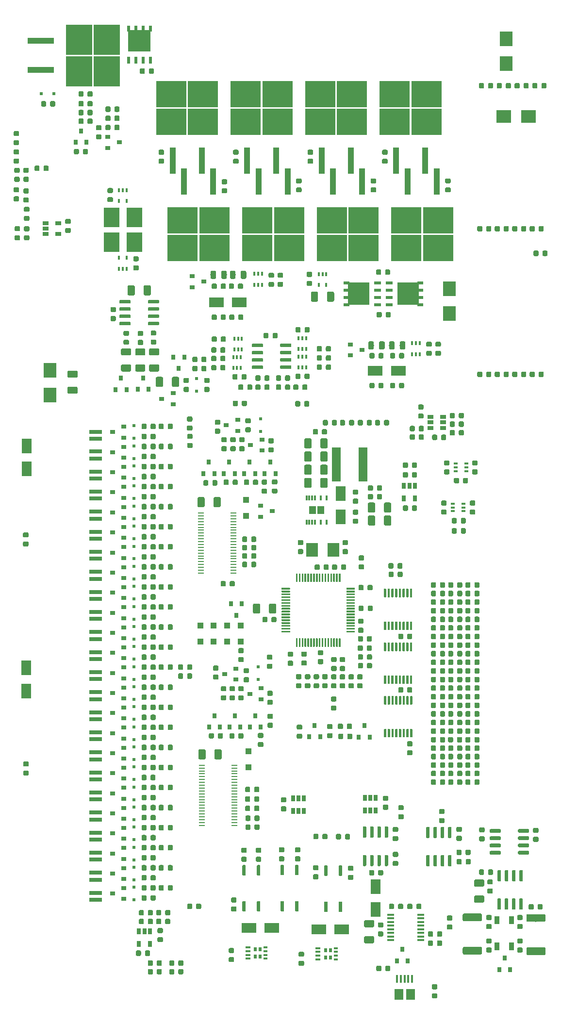
<source format=gbr>
G04 #@! TF.GenerationSoftware,KiCad,Pcbnew,(5.0.0-rc2-198-gb8bbb15aa)*
G04 #@! TF.CreationDate,2022-04-06T08:22:02-07:00*
G04 #@! TF.ProjectId,BMS_01,424D535F30312E6B696361645F706362,rev?*
G04 #@! TF.SameCoordinates,Original*
G04 #@! TF.FileFunction,Paste,Top*
G04 #@! TF.FilePolarity,Positive*
%FSLAX46Y46*%
G04 Gerber Fmt 4.6, Leading zero omitted, Abs format (unit mm)*
G04 Created by KiCad (PCBNEW (5.0.0-rc2-198-gb8bbb15aa)) date 04/06/22 08:22:02*
%MOMM*%
%LPD*%
G01*
G04 APERTURE LIST*
%ADD10R,1.100000X0.285000*%
%ADD11R,5.250000X4.550000*%
%ADD12R,1.100000X4.600000*%
%ADD13C,0.100000*%
%ADD14C,0.875000*%
%ADD15C,1.250000*%
%ADD16R,2.500000X1.800000*%
%ADD17R,1.800000X2.500000*%
%ADD18R,2.300000X2.500000*%
%ADD19R,2.500000X2.300000*%
%ADD20R,0.500000X0.500000*%
%ADD21R,0.800000X0.900000*%
%ADD22R,3.810000X3.910000*%
%ADD23R,1.020000X0.610000*%
%ADD24R,1.270000X0.610000*%
%ADD25C,0.600000*%
%ADD26R,0.900000X0.800000*%
%ADD27R,1.060000X0.650000*%
%ADD28R,0.400000X0.650000*%
%ADD29R,4.600000X1.100000*%
%ADD30R,4.550000X5.250000*%
%ADD31C,0.975000*%
%ADD32R,2.200000X0.700000*%
%ADD33R,0.900000X1.350000*%
%ADD34R,1.600000X5.900000*%
%ADD35R,1.200000X0.400000*%
%ADD36R,1.100000X1.100000*%
%ADD37C,1.350000*%
%ADD38R,0.650000X1.060000*%
%ADD39R,0.305000X0.889000*%
%ADD40R,1.200000X1.400000*%
%ADD41R,2.000000X2.400000*%
%ADD42R,1.500000X1.900000*%
%ADD43R,0.400000X1.350000*%
%ADD44R,0.650000X0.400000*%
%ADD45R,2.800000X3.400000*%
%ADD46R,0.610000X1.270000*%
%ADD47R,0.610000X1.020000*%
%ADD48R,3.910000X3.810000*%
%ADD49R,0.510000X0.635000*%
%ADD50R,0.830000X0.300000*%
%ADD51R,0.750000X0.300000*%
%ADD52C,0.300000*%
%ADD53C,0.400000*%
G04 APERTURE END LIST*
D10*
G04 #@! TO.C,U11*
X56375000Y-101650000D03*
X56375000Y-102150000D03*
X56375000Y-102650000D03*
X56375000Y-103150000D03*
X56375000Y-103650000D03*
X56375000Y-104150000D03*
X56375000Y-104650000D03*
X56375000Y-105150000D03*
X56375000Y-105650000D03*
X56375000Y-106150000D03*
X56375000Y-106650000D03*
X56375000Y-107150000D03*
X56375000Y-107650000D03*
X56375000Y-108150000D03*
X56375000Y-108650000D03*
X56375000Y-109150000D03*
X56375000Y-109650000D03*
X56375000Y-110150000D03*
X56375000Y-110650000D03*
X62075000Y-112150000D03*
X62075000Y-111650000D03*
X62075000Y-111150000D03*
X62075000Y-110650000D03*
X62075000Y-110150000D03*
X62075000Y-109650000D03*
X62075000Y-109150000D03*
X62075000Y-108650000D03*
X62075000Y-108150000D03*
X62075000Y-107650000D03*
X62075000Y-107150000D03*
X62075000Y-106650000D03*
X62075000Y-106150000D03*
X62075000Y-105650000D03*
X62075000Y-105150000D03*
X62075000Y-104650000D03*
X56375000Y-111150000D03*
X56375000Y-111650000D03*
X56375000Y-112150000D03*
X62075000Y-104150000D03*
X62075000Y-103650000D03*
X62075000Y-103150000D03*
X62075000Y-102650000D03*
X62075000Y-102150000D03*
X62075000Y-101650000D03*
G04 #@! TD*
D11*
G04 #@! TO.C,Q47*
X66225000Y-50575000D03*
X71775000Y-55425000D03*
X71775000Y-50575000D03*
X66225000Y-55425000D03*
D12*
X66460000Y-43850000D03*
X71540000Y-43850000D03*
G04 #@! TD*
D13*
G04 #@! TO.C,C119*
G36*
X57722691Y-78086053D02*
X57743926Y-78089203D01*
X57764750Y-78094419D01*
X57784962Y-78101651D01*
X57804368Y-78110830D01*
X57822781Y-78121866D01*
X57840024Y-78134654D01*
X57855930Y-78149070D01*
X57870346Y-78164976D01*
X57883134Y-78182219D01*
X57894170Y-78200632D01*
X57903349Y-78220038D01*
X57910581Y-78240250D01*
X57915797Y-78261074D01*
X57918947Y-78282309D01*
X57920000Y-78303750D01*
X57920000Y-78741250D01*
X57918947Y-78762691D01*
X57915797Y-78783926D01*
X57910581Y-78804750D01*
X57903349Y-78824962D01*
X57894170Y-78844368D01*
X57883134Y-78862781D01*
X57870346Y-78880024D01*
X57855930Y-78895930D01*
X57840024Y-78910346D01*
X57822781Y-78923134D01*
X57804368Y-78934170D01*
X57784962Y-78943349D01*
X57764750Y-78950581D01*
X57743926Y-78955797D01*
X57722691Y-78958947D01*
X57701250Y-78960000D01*
X57188750Y-78960000D01*
X57167309Y-78958947D01*
X57146074Y-78955797D01*
X57125250Y-78950581D01*
X57105038Y-78943349D01*
X57085632Y-78934170D01*
X57067219Y-78923134D01*
X57049976Y-78910346D01*
X57034070Y-78895930D01*
X57019654Y-78880024D01*
X57006866Y-78862781D01*
X56995830Y-78844368D01*
X56986651Y-78824962D01*
X56979419Y-78804750D01*
X56974203Y-78783926D01*
X56971053Y-78762691D01*
X56970000Y-78741250D01*
X56970000Y-78303750D01*
X56971053Y-78282309D01*
X56974203Y-78261074D01*
X56979419Y-78240250D01*
X56986651Y-78220038D01*
X56995830Y-78200632D01*
X57006866Y-78182219D01*
X57019654Y-78164976D01*
X57034070Y-78149070D01*
X57049976Y-78134654D01*
X57067219Y-78121866D01*
X57085632Y-78110830D01*
X57105038Y-78101651D01*
X57125250Y-78094419D01*
X57146074Y-78089203D01*
X57167309Y-78086053D01*
X57188750Y-78085000D01*
X57701250Y-78085000D01*
X57722691Y-78086053D01*
X57722691Y-78086053D01*
G37*
D14*
X57445000Y-78522500D03*
D13*
G36*
X57722691Y-79661053D02*
X57743926Y-79664203D01*
X57764750Y-79669419D01*
X57784962Y-79676651D01*
X57804368Y-79685830D01*
X57822781Y-79696866D01*
X57840024Y-79709654D01*
X57855930Y-79724070D01*
X57870346Y-79739976D01*
X57883134Y-79757219D01*
X57894170Y-79775632D01*
X57903349Y-79795038D01*
X57910581Y-79815250D01*
X57915797Y-79836074D01*
X57918947Y-79857309D01*
X57920000Y-79878750D01*
X57920000Y-80316250D01*
X57918947Y-80337691D01*
X57915797Y-80358926D01*
X57910581Y-80379750D01*
X57903349Y-80399962D01*
X57894170Y-80419368D01*
X57883134Y-80437781D01*
X57870346Y-80455024D01*
X57855930Y-80470930D01*
X57840024Y-80485346D01*
X57822781Y-80498134D01*
X57804368Y-80509170D01*
X57784962Y-80518349D01*
X57764750Y-80525581D01*
X57743926Y-80530797D01*
X57722691Y-80533947D01*
X57701250Y-80535000D01*
X57188750Y-80535000D01*
X57167309Y-80533947D01*
X57146074Y-80530797D01*
X57125250Y-80525581D01*
X57105038Y-80518349D01*
X57085632Y-80509170D01*
X57067219Y-80498134D01*
X57049976Y-80485346D01*
X57034070Y-80470930D01*
X57019654Y-80455024D01*
X57006866Y-80437781D01*
X56995830Y-80419368D01*
X56986651Y-80399962D01*
X56979419Y-80379750D01*
X56974203Y-80358926D01*
X56971053Y-80337691D01*
X56970000Y-80316250D01*
X56970000Y-79878750D01*
X56971053Y-79857309D01*
X56974203Y-79836074D01*
X56979419Y-79815250D01*
X56986651Y-79795038D01*
X56995830Y-79775632D01*
X57006866Y-79757219D01*
X57019654Y-79739976D01*
X57034070Y-79724070D01*
X57049976Y-79709654D01*
X57067219Y-79696866D01*
X57085632Y-79685830D01*
X57105038Y-79676651D01*
X57125250Y-79669419D01*
X57146074Y-79664203D01*
X57167309Y-79661053D01*
X57188750Y-79660000D01*
X57701250Y-79660000D01*
X57722691Y-79661053D01*
X57722691Y-79661053D01*
G37*
D14*
X57445000Y-80097500D03*
G04 #@! TD*
D13*
G04 #@! TO.C,C120*
G36*
X79869691Y-129798053D02*
X79890926Y-129801203D01*
X79911750Y-129806419D01*
X79931962Y-129813651D01*
X79951368Y-129822830D01*
X79969781Y-129833866D01*
X79987024Y-129846654D01*
X80002930Y-129861070D01*
X80017346Y-129876976D01*
X80030134Y-129894219D01*
X80041170Y-129912632D01*
X80050349Y-129932038D01*
X80057581Y-129952250D01*
X80062797Y-129973074D01*
X80065947Y-129994309D01*
X80067000Y-130015750D01*
X80067000Y-130453250D01*
X80065947Y-130474691D01*
X80062797Y-130495926D01*
X80057581Y-130516750D01*
X80050349Y-130536962D01*
X80041170Y-130556368D01*
X80030134Y-130574781D01*
X80017346Y-130592024D01*
X80002930Y-130607930D01*
X79987024Y-130622346D01*
X79969781Y-130635134D01*
X79951368Y-130646170D01*
X79931962Y-130655349D01*
X79911750Y-130662581D01*
X79890926Y-130667797D01*
X79869691Y-130670947D01*
X79848250Y-130672000D01*
X79335750Y-130672000D01*
X79314309Y-130670947D01*
X79293074Y-130667797D01*
X79272250Y-130662581D01*
X79252038Y-130655349D01*
X79232632Y-130646170D01*
X79214219Y-130635134D01*
X79196976Y-130622346D01*
X79181070Y-130607930D01*
X79166654Y-130592024D01*
X79153866Y-130574781D01*
X79142830Y-130556368D01*
X79133651Y-130536962D01*
X79126419Y-130516750D01*
X79121203Y-130495926D01*
X79118053Y-130474691D01*
X79117000Y-130453250D01*
X79117000Y-130015750D01*
X79118053Y-129994309D01*
X79121203Y-129973074D01*
X79126419Y-129952250D01*
X79133651Y-129932038D01*
X79142830Y-129912632D01*
X79153866Y-129894219D01*
X79166654Y-129876976D01*
X79181070Y-129861070D01*
X79196976Y-129846654D01*
X79214219Y-129833866D01*
X79232632Y-129822830D01*
X79252038Y-129813651D01*
X79272250Y-129806419D01*
X79293074Y-129801203D01*
X79314309Y-129798053D01*
X79335750Y-129797000D01*
X79848250Y-129797000D01*
X79869691Y-129798053D01*
X79869691Y-129798053D01*
G37*
D14*
X79592000Y-130234500D03*
D13*
G36*
X79869691Y-131373053D02*
X79890926Y-131376203D01*
X79911750Y-131381419D01*
X79931962Y-131388651D01*
X79951368Y-131397830D01*
X79969781Y-131408866D01*
X79987024Y-131421654D01*
X80002930Y-131436070D01*
X80017346Y-131451976D01*
X80030134Y-131469219D01*
X80041170Y-131487632D01*
X80050349Y-131507038D01*
X80057581Y-131527250D01*
X80062797Y-131548074D01*
X80065947Y-131569309D01*
X80067000Y-131590750D01*
X80067000Y-132028250D01*
X80065947Y-132049691D01*
X80062797Y-132070926D01*
X80057581Y-132091750D01*
X80050349Y-132111962D01*
X80041170Y-132131368D01*
X80030134Y-132149781D01*
X80017346Y-132167024D01*
X80002930Y-132182930D01*
X79987024Y-132197346D01*
X79969781Y-132210134D01*
X79951368Y-132221170D01*
X79931962Y-132230349D01*
X79911750Y-132237581D01*
X79890926Y-132242797D01*
X79869691Y-132245947D01*
X79848250Y-132247000D01*
X79335750Y-132247000D01*
X79314309Y-132245947D01*
X79293074Y-132242797D01*
X79272250Y-132237581D01*
X79252038Y-132230349D01*
X79232632Y-132221170D01*
X79214219Y-132210134D01*
X79196976Y-132197346D01*
X79181070Y-132182930D01*
X79166654Y-132167024D01*
X79153866Y-132149781D01*
X79142830Y-132131368D01*
X79133651Y-132111962D01*
X79126419Y-132091750D01*
X79121203Y-132070926D01*
X79118053Y-132049691D01*
X79117000Y-132028250D01*
X79117000Y-131590750D01*
X79118053Y-131569309D01*
X79121203Y-131548074D01*
X79126419Y-131527250D01*
X79133651Y-131507038D01*
X79142830Y-131487632D01*
X79153866Y-131469219D01*
X79166654Y-131451976D01*
X79181070Y-131436070D01*
X79196976Y-131421654D01*
X79214219Y-131408866D01*
X79232632Y-131397830D01*
X79252038Y-131388651D01*
X79272250Y-131381419D01*
X79293074Y-131376203D01*
X79314309Y-131373053D01*
X79335750Y-131372000D01*
X79848250Y-131372000D01*
X79869691Y-131373053D01*
X79869691Y-131373053D01*
G37*
D14*
X79592000Y-131809500D03*
G04 #@! TD*
D13*
G04 #@! TO.C,C122*
G36*
X45352691Y-56876053D02*
X45373926Y-56879203D01*
X45394750Y-56884419D01*
X45414962Y-56891651D01*
X45434368Y-56900830D01*
X45452781Y-56911866D01*
X45470024Y-56924654D01*
X45485930Y-56939070D01*
X45500346Y-56954976D01*
X45513134Y-56972219D01*
X45524170Y-56990632D01*
X45533349Y-57010038D01*
X45540581Y-57030250D01*
X45545797Y-57051074D01*
X45548947Y-57072309D01*
X45550000Y-57093750D01*
X45550000Y-57531250D01*
X45548947Y-57552691D01*
X45545797Y-57573926D01*
X45540581Y-57594750D01*
X45533349Y-57614962D01*
X45524170Y-57634368D01*
X45513134Y-57652781D01*
X45500346Y-57670024D01*
X45485930Y-57685930D01*
X45470024Y-57700346D01*
X45452781Y-57713134D01*
X45434368Y-57724170D01*
X45414962Y-57733349D01*
X45394750Y-57740581D01*
X45373926Y-57745797D01*
X45352691Y-57748947D01*
X45331250Y-57750000D01*
X44818750Y-57750000D01*
X44797309Y-57748947D01*
X44776074Y-57745797D01*
X44755250Y-57740581D01*
X44735038Y-57733349D01*
X44715632Y-57724170D01*
X44697219Y-57713134D01*
X44679976Y-57700346D01*
X44664070Y-57685930D01*
X44649654Y-57670024D01*
X44636866Y-57652781D01*
X44625830Y-57634368D01*
X44616651Y-57614962D01*
X44609419Y-57594750D01*
X44604203Y-57573926D01*
X44601053Y-57552691D01*
X44600000Y-57531250D01*
X44600000Y-57093750D01*
X44601053Y-57072309D01*
X44604203Y-57051074D01*
X44609419Y-57030250D01*
X44616651Y-57010038D01*
X44625830Y-56990632D01*
X44636866Y-56972219D01*
X44649654Y-56954976D01*
X44664070Y-56939070D01*
X44679976Y-56924654D01*
X44697219Y-56911866D01*
X44715632Y-56900830D01*
X44735038Y-56891651D01*
X44755250Y-56884419D01*
X44776074Y-56879203D01*
X44797309Y-56876053D01*
X44818750Y-56875000D01*
X45331250Y-56875000D01*
X45352691Y-56876053D01*
X45352691Y-56876053D01*
G37*
D14*
X45075000Y-57312500D03*
D13*
G36*
X45352691Y-58451053D02*
X45373926Y-58454203D01*
X45394750Y-58459419D01*
X45414962Y-58466651D01*
X45434368Y-58475830D01*
X45452781Y-58486866D01*
X45470024Y-58499654D01*
X45485930Y-58514070D01*
X45500346Y-58529976D01*
X45513134Y-58547219D01*
X45524170Y-58565632D01*
X45533349Y-58585038D01*
X45540581Y-58605250D01*
X45545797Y-58626074D01*
X45548947Y-58647309D01*
X45550000Y-58668750D01*
X45550000Y-59106250D01*
X45548947Y-59127691D01*
X45545797Y-59148926D01*
X45540581Y-59169750D01*
X45533349Y-59189962D01*
X45524170Y-59209368D01*
X45513134Y-59227781D01*
X45500346Y-59245024D01*
X45485930Y-59260930D01*
X45470024Y-59275346D01*
X45452781Y-59288134D01*
X45434368Y-59299170D01*
X45414962Y-59308349D01*
X45394750Y-59315581D01*
X45373926Y-59320797D01*
X45352691Y-59323947D01*
X45331250Y-59325000D01*
X44818750Y-59325000D01*
X44797309Y-59323947D01*
X44776074Y-59320797D01*
X44755250Y-59315581D01*
X44735038Y-59308349D01*
X44715632Y-59299170D01*
X44697219Y-59288134D01*
X44679976Y-59275346D01*
X44664070Y-59260930D01*
X44649654Y-59245024D01*
X44636866Y-59227781D01*
X44625830Y-59209368D01*
X44616651Y-59189962D01*
X44609419Y-59169750D01*
X44604203Y-59148926D01*
X44601053Y-59127691D01*
X44600000Y-59106250D01*
X44600000Y-58668750D01*
X44601053Y-58647309D01*
X44604203Y-58626074D01*
X44609419Y-58605250D01*
X44616651Y-58585038D01*
X44625830Y-58565632D01*
X44636866Y-58547219D01*
X44649654Y-58529976D01*
X44664070Y-58514070D01*
X44679976Y-58499654D01*
X44697219Y-58486866D01*
X44715632Y-58475830D01*
X44735038Y-58466651D01*
X44755250Y-58459419D01*
X44776074Y-58454203D01*
X44797309Y-58451053D01*
X44818750Y-58450000D01*
X45331250Y-58450000D01*
X45352691Y-58451053D01*
X45352691Y-58451053D01*
G37*
D14*
X45075000Y-58887500D03*
G04 #@! TD*
D13*
G04 #@! TO.C,C123*
G36*
X33488691Y-50342553D02*
X33509926Y-50345703D01*
X33530750Y-50350919D01*
X33550962Y-50358151D01*
X33570368Y-50367330D01*
X33588781Y-50378366D01*
X33606024Y-50391154D01*
X33621930Y-50405570D01*
X33636346Y-50421476D01*
X33649134Y-50438719D01*
X33660170Y-50457132D01*
X33669349Y-50476538D01*
X33676581Y-50496750D01*
X33681797Y-50517574D01*
X33684947Y-50538809D01*
X33686000Y-50560250D01*
X33686000Y-50997750D01*
X33684947Y-51019191D01*
X33681797Y-51040426D01*
X33676581Y-51061250D01*
X33669349Y-51081462D01*
X33660170Y-51100868D01*
X33649134Y-51119281D01*
X33636346Y-51136524D01*
X33621930Y-51152430D01*
X33606024Y-51166846D01*
X33588781Y-51179634D01*
X33570368Y-51190670D01*
X33550962Y-51199849D01*
X33530750Y-51207081D01*
X33509926Y-51212297D01*
X33488691Y-51215447D01*
X33467250Y-51216500D01*
X32954750Y-51216500D01*
X32933309Y-51215447D01*
X32912074Y-51212297D01*
X32891250Y-51207081D01*
X32871038Y-51199849D01*
X32851632Y-51190670D01*
X32833219Y-51179634D01*
X32815976Y-51166846D01*
X32800070Y-51152430D01*
X32785654Y-51136524D01*
X32772866Y-51119281D01*
X32761830Y-51100868D01*
X32752651Y-51081462D01*
X32745419Y-51061250D01*
X32740203Y-51040426D01*
X32737053Y-51019191D01*
X32736000Y-50997750D01*
X32736000Y-50560250D01*
X32737053Y-50538809D01*
X32740203Y-50517574D01*
X32745419Y-50496750D01*
X32752651Y-50476538D01*
X32761830Y-50457132D01*
X32772866Y-50438719D01*
X32785654Y-50421476D01*
X32800070Y-50405570D01*
X32815976Y-50391154D01*
X32833219Y-50378366D01*
X32851632Y-50367330D01*
X32871038Y-50358151D01*
X32891250Y-50350919D01*
X32912074Y-50345703D01*
X32933309Y-50342553D01*
X32954750Y-50341500D01*
X33467250Y-50341500D01*
X33488691Y-50342553D01*
X33488691Y-50342553D01*
G37*
D14*
X33211000Y-50779000D03*
D13*
G36*
X33488691Y-51917553D02*
X33509926Y-51920703D01*
X33530750Y-51925919D01*
X33550962Y-51933151D01*
X33570368Y-51942330D01*
X33588781Y-51953366D01*
X33606024Y-51966154D01*
X33621930Y-51980570D01*
X33636346Y-51996476D01*
X33649134Y-52013719D01*
X33660170Y-52032132D01*
X33669349Y-52051538D01*
X33676581Y-52071750D01*
X33681797Y-52092574D01*
X33684947Y-52113809D01*
X33686000Y-52135250D01*
X33686000Y-52572750D01*
X33684947Y-52594191D01*
X33681797Y-52615426D01*
X33676581Y-52636250D01*
X33669349Y-52656462D01*
X33660170Y-52675868D01*
X33649134Y-52694281D01*
X33636346Y-52711524D01*
X33621930Y-52727430D01*
X33606024Y-52741846D01*
X33588781Y-52754634D01*
X33570368Y-52765670D01*
X33550962Y-52774849D01*
X33530750Y-52782081D01*
X33509926Y-52787297D01*
X33488691Y-52790447D01*
X33467250Y-52791500D01*
X32954750Y-52791500D01*
X32933309Y-52790447D01*
X32912074Y-52787297D01*
X32891250Y-52782081D01*
X32871038Y-52774849D01*
X32851632Y-52765670D01*
X32833219Y-52754634D01*
X32815976Y-52741846D01*
X32800070Y-52727430D01*
X32785654Y-52711524D01*
X32772866Y-52694281D01*
X32761830Y-52675868D01*
X32752651Y-52656462D01*
X32745419Y-52636250D01*
X32740203Y-52615426D01*
X32737053Y-52594191D01*
X32736000Y-52572750D01*
X32736000Y-52135250D01*
X32737053Y-52113809D01*
X32740203Y-52092574D01*
X32745419Y-52071750D01*
X32752651Y-52051538D01*
X32761830Y-52032132D01*
X32772866Y-52013719D01*
X32785654Y-51996476D01*
X32800070Y-51980570D01*
X32815976Y-51966154D01*
X32833219Y-51953366D01*
X32851632Y-51942330D01*
X32871038Y-51933151D01*
X32891250Y-51925919D01*
X32912074Y-51920703D01*
X32933309Y-51917553D01*
X32954750Y-51916500D01*
X33467250Y-51916500D01*
X33488691Y-51917553D01*
X33488691Y-51917553D01*
G37*
D14*
X33211000Y-52354000D03*
G04 #@! TD*
D13*
G04 #@! TO.C,C127*
G36*
X40852691Y-46538553D02*
X40873926Y-46541703D01*
X40894750Y-46546919D01*
X40914962Y-46554151D01*
X40934368Y-46563330D01*
X40952781Y-46574366D01*
X40970024Y-46587154D01*
X40985930Y-46601570D01*
X41000346Y-46617476D01*
X41013134Y-46634719D01*
X41024170Y-46653132D01*
X41033349Y-46672538D01*
X41040581Y-46692750D01*
X41045797Y-46713574D01*
X41048947Y-46734809D01*
X41050000Y-46756250D01*
X41050000Y-47193750D01*
X41048947Y-47215191D01*
X41045797Y-47236426D01*
X41040581Y-47257250D01*
X41033349Y-47277462D01*
X41024170Y-47296868D01*
X41013134Y-47315281D01*
X41000346Y-47332524D01*
X40985930Y-47348430D01*
X40970024Y-47362846D01*
X40952781Y-47375634D01*
X40934368Y-47386670D01*
X40914962Y-47395849D01*
X40894750Y-47403081D01*
X40873926Y-47408297D01*
X40852691Y-47411447D01*
X40831250Y-47412500D01*
X40318750Y-47412500D01*
X40297309Y-47411447D01*
X40276074Y-47408297D01*
X40255250Y-47403081D01*
X40235038Y-47395849D01*
X40215632Y-47386670D01*
X40197219Y-47375634D01*
X40179976Y-47362846D01*
X40164070Y-47348430D01*
X40149654Y-47332524D01*
X40136866Y-47315281D01*
X40125830Y-47296868D01*
X40116651Y-47277462D01*
X40109419Y-47257250D01*
X40104203Y-47236426D01*
X40101053Y-47215191D01*
X40100000Y-47193750D01*
X40100000Y-46756250D01*
X40101053Y-46734809D01*
X40104203Y-46713574D01*
X40109419Y-46692750D01*
X40116651Y-46672538D01*
X40125830Y-46653132D01*
X40136866Y-46634719D01*
X40149654Y-46617476D01*
X40164070Y-46601570D01*
X40179976Y-46587154D01*
X40197219Y-46574366D01*
X40215632Y-46563330D01*
X40235038Y-46554151D01*
X40255250Y-46546919D01*
X40276074Y-46541703D01*
X40297309Y-46538553D01*
X40318750Y-46537500D01*
X40831250Y-46537500D01*
X40852691Y-46538553D01*
X40852691Y-46538553D01*
G37*
D14*
X40575000Y-46975000D03*
D13*
G36*
X40852691Y-44963553D02*
X40873926Y-44966703D01*
X40894750Y-44971919D01*
X40914962Y-44979151D01*
X40934368Y-44988330D01*
X40952781Y-44999366D01*
X40970024Y-45012154D01*
X40985930Y-45026570D01*
X41000346Y-45042476D01*
X41013134Y-45059719D01*
X41024170Y-45078132D01*
X41033349Y-45097538D01*
X41040581Y-45117750D01*
X41045797Y-45138574D01*
X41048947Y-45159809D01*
X41050000Y-45181250D01*
X41050000Y-45618750D01*
X41048947Y-45640191D01*
X41045797Y-45661426D01*
X41040581Y-45682250D01*
X41033349Y-45702462D01*
X41024170Y-45721868D01*
X41013134Y-45740281D01*
X41000346Y-45757524D01*
X40985930Y-45773430D01*
X40970024Y-45787846D01*
X40952781Y-45800634D01*
X40934368Y-45811670D01*
X40914962Y-45820849D01*
X40894750Y-45828081D01*
X40873926Y-45833297D01*
X40852691Y-45836447D01*
X40831250Y-45837500D01*
X40318750Y-45837500D01*
X40297309Y-45836447D01*
X40276074Y-45833297D01*
X40255250Y-45828081D01*
X40235038Y-45820849D01*
X40215632Y-45811670D01*
X40197219Y-45800634D01*
X40179976Y-45787846D01*
X40164070Y-45773430D01*
X40149654Y-45757524D01*
X40136866Y-45740281D01*
X40125830Y-45721868D01*
X40116651Y-45702462D01*
X40109419Y-45682250D01*
X40104203Y-45661426D01*
X40101053Y-45640191D01*
X40100000Y-45618750D01*
X40100000Y-45181250D01*
X40101053Y-45159809D01*
X40104203Y-45138574D01*
X40109419Y-45117750D01*
X40116651Y-45097538D01*
X40125830Y-45078132D01*
X40136866Y-45059719D01*
X40149654Y-45042476D01*
X40164070Y-45026570D01*
X40179976Y-45012154D01*
X40197219Y-44999366D01*
X40215632Y-44988330D01*
X40235038Y-44979151D01*
X40255250Y-44971919D01*
X40276074Y-44966703D01*
X40297309Y-44963553D01*
X40318750Y-44962500D01*
X40831250Y-44962500D01*
X40852691Y-44963553D01*
X40852691Y-44963553D01*
G37*
D14*
X40575000Y-45400000D03*
G04 #@! TD*
D13*
G04 #@! TO.C,C129*
G36*
X60472691Y-74236053D02*
X60493926Y-74239203D01*
X60514750Y-74244419D01*
X60534962Y-74251651D01*
X60554368Y-74260830D01*
X60572781Y-74271866D01*
X60590024Y-74284654D01*
X60605930Y-74299070D01*
X60620346Y-74314976D01*
X60633134Y-74332219D01*
X60644170Y-74350632D01*
X60653349Y-74370038D01*
X60660581Y-74390250D01*
X60665797Y-74411074D01*
X60668947Y-74432309D01*
X60670000Y-74453750D01*
X60670000Y-74966250D01*
X60668947Y-74987691D01*
X60665797Y-75008926D01*
X60660581Y-75029750D01*
X60653349Y-75049962D01*
X60644170Y-75069368D01*
X60633134Y-75087781D01*
X60620346Y-75105024D01*
X60605930Y-75120930D01*
X60590024Y-75135346D01*
X60572781Y-75148134D01*
X60554368Y-75159170D01*
X60534962Y-75168349D01*
X60514750Y-75175581D01*
X60493926Y-75180797D01*
X60472691Y-75183947D01*
X60451250Y-75185000D01*
X60013750Y-75185000D01*
X59992309Y-75183947D01*
X59971074Y-75180797D01*
X59950250Y-75175581D01*
X59930038Y-75168349D01*
X59910632Y-75159170D01*
X59892219Y-75148134D01*
X59874976Y-75135346D01*
X59859070Y-75120930D01*
X59844654Y-75105024D01*
X59831866Y-75087781D01*
X59820830Y-75069368D01*
X59811651Y-75049962D01*
X59804419Y-75029750D01*
X59799203Y-75008926D01*
X59796053Y-74987691D01*
X59795000Y-74966250D01*
X59795000Y-74453750D01*
X59796053Y-74432309D01*
X59799203Y-74411074D01*
X59804419Y-74390250D01*
X59811651Y-74370038D01*
X59820830Y-74350632D01*
X59831866Y-74332219D01*
X59844654Y-74314976D01*
X59859070Y-74299070D01*
X59874976Y-74284654D01*
X59892219Y-74271866D01*
X59910632Y-74260830D01*
X59930038Y-74251651D01*
X59950250Y-74244419D01*
X59971074Y-74239203D01*
X59992309Y-74236053D01*
X60013750Y-74235000D01*
X60451250Y-74235000D01*
X60472691Y-74236053D01*
X60472691Y-74236053D01*
G37*
D14*
X60232500Y-74710000D03*
D13*
G36*
X58897691Y-74236053D02*
X58918926Y-74239203D01*
X58939750Y-74244419D01*
X58959962Y-74251651D01*
X58979368Y-74260830D01*
X58997781Y-74271866D01*
X59015024Y-74284654D01*
X59030930Y-74299070D01*
X59045346Y-74314976D01*
X59058134Y-74332219D01*
X59069170Y-74350632D01*
X59078349Y-74370038D01*
X59085581Y-74390250D01*
X59090797Y-74411074D01*
X59093947Y-74432309D01*
X59095000Y-74453750D01*
X59095000Y-74966250D01*
X59093947Y-74987691D01*
X59090797Y-75008926D01*
X59085581Y-75029750D01*
X59078349Y-75049962D01*
X59069170Y-75069368D01*
X59058134Y-75087781D01*
X59045346Y-75105024D01*
X59030930Y-75120930D01*
X59015024Y-75135346D01*
X58997781Y-75148134D01*
X58979368Y-75159170D01*
X58959962Y-75168349D01*
X58939750Y-75175581D01*
X58918926Y-75180797D01*
X58897691Y-75183947D01*
X58876250Y-75185000D01*
X58438750Y-75185000D01*
X58417309Y-75183947D01*
X58396074Y-75180797D01*
X58375250Y-75175581D01*
X58355038Y-75168349D01*
X58335632Y-75159170D01*
X58317219Y-75148134D01*
X58299976Y-75135346D01*
X58284070Y-75120930D01*
X58269654Y-75105024D01*
X58256866Y-75087781D01*
X58245830Y-75069368D01*
X58236651Y-75049962D01*
X58229419Y-75029750D01*
X58224203Y-75008926D01*
X58221053Y-74987691D01*
X58220000Y-74966250D01*
X58220000Y-74453750D01*
X58221053Y-74432309D01*
X58224203Y-74411074D01*
X58229419Y-74390250D01*
X58236651Y-74370038D01*
X58245830Y-74350632D01*
X58256866Y-74332219D01*
X58269654Y-74314976D01*
X58284070Y-74299070D01*
X58299976Y-74284654D01*
X58317219Y-74271866D01*
X58335632Y-74260830D01*
X58355038Y-74251651D01*
X58375250Y-74244419D01*
X58396074Y-74239203D01*
X58417309Y-74236053D01*
X58438750Y-74235000D01*
X58876250Y-74235000D01*
X58897691Y-74236053D01*
X58897691Y-74236053D01*
G37*
D14*
X58657500Y-74710000D03*
G04 #@! TD*
D13*
G04 #@! TO.C,C130*
G36*
X68172691Y-77636053D02*
X68193926Y-77639203D01*
X68214750Y-77644419D01*
X68234962Y-77651651D01*
X68254368Y-77660830D01*
X68272781Y-77671866D01*
X68290024Y-77684654D01*
X68305930Y-77699070D01*
X68320346Y-77714976D01*
X68333134Y-77732219D01*
X68344170Y-77750632D01*
X68353349Y-77770038D01*
X68360581Y-77790250D01*
X68365797Y-77811074D01*
X68368947Y-77832309D01*
X68370000Y-77853750D01*
X68370000Y-78366250D01*
X68368947Y-78387691D01*
X68365797Y-78408926D01*
X68360581Y-78429750D01*
X68353349Y-78449962D01*
X68344170Y-78469368D01*
X68333134Y-78487781D01*
X68320346Y-78505024D01*
X68305930Y-78520930D01*
X68290024Y-78535346D01*
X68272781Y-78548134D01*
X68254368Y-78559170D01*
X68234962Y-78568349D01*
X68214750Y-78575581D01*
X68193926Y-78580797D01*
X68172691Y-78583947D01*
X68151250Y-78585000D01*
X67713750Y-78585000D01*
X67692309Y-78583947D01*
X67671074Y-78580797D01*
X67650250Y-78575581D01*
X67630038Y-78568349D01*
X67610632Y-78559170D01*
X67592219Y-78548134D01*
X67574976Y-78535346D01*
X67559070Y-78520930D01*
X67544654Y-78505024D01*
X67531866Y-78487781D01*
X67520830Y-78469368D01*
X67511651Y-78449962D01*
X67504419Y-78429750D01*
X67499203Y-78408926D01*
X67496053Y-78387691D01*
X67495000Y-78366250D01*
X67495000Y-77853750D01*
X67496053Y-77832309D01*
X67499203Y-77811074D01*
X67504419Y-77790250D01*
X67511651Y-77770038D01*
X67520830Y-77750632D01*
X67531866Y-77732219D01*
X67544654Y-77714976D01*
X67559070Y-77699070D01*
X67574976Y-77684654D01*
X67592219Y-77671866D01*
X67610632Y-77660830D01*
X67630038Y-77651651D01*
X67650250Y-77644419D01*
X67671074Y-77639203D01*
X67692309Y-77636053D01*
X67713750Y-77635000D01*
X68151250Y-77635000D01*
X68172691Y-77636053D01*
X68172691Y-77636053D01*
G37*
D14*
X67932500Y-78110000D03*
D13*
G36*
X66597691Y-77636053D02*
X66618926Y-77639203D01*
X66639750Y-77644419D01*
X66659962Y-77651651D01*
X66679368Y-77660830D01*
X66697781Y-77671866D01*
X66715024Y-77684654D01*
X66730930Y-77699070D01*
X66745346Y-77714976D01*
X66758134Y-77732219D01*
X66769170Y-77750632D01*
X66778349Y-77770038D01*
X66785581Y-77790250D01*
X66790797Y-77811074D01*
X66793947Y-77832309D01*
X66795000Y-77853750D01*
X66795000Y-78366250D01*
X66793947Y-78387691D01*
X66790797Y-78408926D01*
X66785581Y-78429750D01*
X66778349Y-78449962D01*
X66769170Y-78469368D01*
X66758134Y-78487781D01*
X66745346Y-78505024D01*
X66730930Y-78520930D01*
X66715024Y-78535346D01*
X66697781Y-78548134D01*
X66679368Y-78559170D01*
X66659962Y-78568349D01*
X66639750Y-78575581D01*
X66618926Y-78580797D01*
X66597691Y-78583947D01*
X66576250Y-78585000D01*
X66138750Y-78585000D01*
X66117309Y-78583947D01*
X66096074Y-78580797D01*
X66075250Y-78575581D01*
X66055038Y-78568349D01*
X66035632Y-78559170D01*
X66017219Y-78548134D01*
X65999976Y-78535346D01*
X65984070Y-78520930D01*
X65969654Y-78505024D01*
X65956866Y-78487781D01*
X65945830Y-78469368D01*
X65936651Y-78449962D01*
X65929419Y-78429750D01*
X65924203Y-78408926D01*
X65921053Y-78387691D01*
X65920000Y-78366250D01*
X65920000Y-77853750D01*
X65921053Y-77832309D01*
X65924203Y-77811074D01*
X65929419Y-77790250D01*
X65936651Y-77770038D01*
X65945830Y-77750632D01*
X65956866Y-77732219D01*
X65969654Y-77714976D01*
X65984070Y-77699070D01*
X65999976Y-77684654D01*
X66017219Y-77671866D01*
X66035632Y-77660830D01*
X66055038Y-77651651D01*
X66075250Y-77644419D01*
X66096074Y-77639203D01*
X66117309Y-77636053D01*
X66138750Y-77635000D01*
X66576250Y-77635000D01*
X66597691Y-77636053D01*
X66597691Y-77636053D01*
G37*
D14*
X66357500Y-78110000D03*
G04 #@! TD*
D13*
G04 #@! TO.C,C131*
G36*
X69572691Y-70236053D02*
X69593926Y-70239203D01*
X69614750Y-70244419D01*
X69634962Y-70251651D01*
X69654368Y-70260830D01*
X69672781Y-70271866D01*
X69690024Y-70284654D01*
X69705930Y-70299070D01*
X69720346Y-70314976D01*
X69733134Y-70332219D01*
X69744170Y-70350632D01*
X69753349Y-70370038D01*
X69760581Y-70390250D01*
X69765797Y-70411074D01*
X69768947Y-70432309D01*
X69770000Y-70453750D01*
X69770000Y-70966250D01*
X69768947Y-70987691D01*
X69765797Y-71008926D01*
X69760581Y-71029750D01*
X69753349Y-71049962D01*
X69744170Y-71069368D01*
X69733134Y-71087781D01*
X69720346Y-71105024D01*
X69705930Y-71120930D01*
X69690024Y-71135346D01*
X69672781Y-71148134D01*
X69654368Y-71159170D01*
X69634962Y-71168349D01*
X69614750Y-71175581D01*
X69593926Y-71180797D01*
X69572691Y-71183947D01*
X69551250Y-71185000D01*
X69113750Y-71185000D01*
X69092309Y-71183947D01*
X69071074Y-71180797D01*
X69050250Y-71175581D01*
X69030038Y-71168349D01*
X69010632Y-71159170D01*
X68992219Y-71148134D01*
X68974976Y-71135346D01*
X68959070Y-71120930D01*
X68944654Y-71105024D01*
X68931866Y-71087781D01*
X68920830Y-71069368D01*
X68911651Y-71049962D01*
X68904419Y-71029750D01*
X68899203Y-71008926D01*
X68896053Y-70987691D01*
X68895000Y-70966250D01*
X68895000Y-70453750D01*
X68896053Y-70432309D01*
X68899203Y-70411074D01*
X68904419Y-70390250D01*
X68911651Y-70370038D01*
X68920830Y-70350632D01*
X68931866Y-70332219D01*
X68944654Y-70314976D01*
X68959070Y-70299070D01*
X68974976Y-70284654D01*
X68992219Y-70271866D01*
X69010632Y-70260830D01*
X69030038Y-70251651D01*
X69050250Y-70244419D01*
X69071074Y-70239203D01*
X69092309Y-70236053D01*
X69113750Y-70235000D01*
X69551250Y-70235000D01*
X69572691Y-70236053D01*
X69572691Y-70236053D01*
G37*
D14*
X69332500Y-70710000D03*
D13*
G36*
X67997691Y-70236053D02*
X68018926Y-70239203D01*
X68039750Y-70244419D01*
X68059962Y-70251651D01*
X68079368Y-70260830D01*
X68097781Y-70271866D01*
X68115024Y-70284654D01*
X68130930Y-70299070D01*
X68145346Y-70314976D01*
X68158134Y-70332219D01*
X68169170Y-70350632D01*
X68178349Y-70370038D01*
X68185581Y-70390250D01*
X68190797Y-70411074D01*
X68193947Y-70432309D01*
X68195000Y-70453750D01*
X68195000Y-70966250D01*
X68193947Y-70987691D01*
X68190797Y-71008926D01*
X68185581Y-71029750D01*
X68178349Y-71049962D01*
X68169170Y-71069368D01*
X68158134Y-71087781D01*
X68145346Y-71105024D01*
X68130930Y-71120930D01*
X68115024Y-71135346D01*
X68097781Y-71148134D01*
X68079368Y-71159170D01*
X68059962Y-71168349D01*
X68039750Y-71175581D01*
X68018926Y-71180797D01*
X67997691Y-71183947D01*
X67976250Y-71185000D01*
X67538750Y-71185000D01*
X67517309Y-71183947D01*
X67496074Y-71180797D01*
X67475250Y-71175581D01*
X67455038Y-71168349D01*
X67435632Y-71159170D01*
X67417219Y-71148134D01*
X67399976Y-71135346D01*
X67384070Y-71120930D01*
X67369654Y-71105024D01*
X67356866Y-71087781D01*
X67345830Y-71069368D01*
X67336651Y-71049962D01*
X67329419Y-71029750D01*
X67324203Y-71008926D01*
X67321053Y-70987691D01*
X67320000Y-70966250D01*
X67320000Y-70453750D01*
X67321053Y-70432309D01*
X67324203Y-70411074D01*
X67329419Y-70390250D01*
X67336651Y-70370038D01*
X67345830Y-70350632D01*
X67356866Y-70332219D01*
X67369654Y-70314976D01*
X67384070Y-70299070D01*
X67399976Y-70284654D01*
X67417219Y-70271866D01*
X67435632Y-70260830D01*
X67455038Y-70251651D01*
X67475250Y-70244419D01*
X67496074Y-70239203D01*
X67517309Y-70236053D01*
X67538750Y-70235000D01*
X67976250Y-70235000D01*
X67997691Y-70236053D01*
X67997691Y-70236053D01*
G37*
D14*
X67757500Y-70710000D03*
G04 #@! TD*
D13*
G04 #@! TO.C,C132*
G36*
X81377691Y-131376053D02*
X81398926Y-131379203D01*
X81419750Y-131384419D01*
X81439962Y-131391651D01*
X81459368Y-131400830D01*
X81477781Y-131411866D01*
X81495024Y-131424654D01*
X81510930Y-131439070D01*
X81525346Y-131454976D01*
X81538134Y-131472219D01*
X81549170Y-131490632D01*
X81558349Y-131510038D01*
X81565581Y-131530250D01*
X81570797Y-131551074D01*
X81573947Y-131572309D01*
X81575000Y-131593750D01*
X81575000Y-132031250D01*
X81573947Y-132052691D01*
X81570797Y-132073926D01*
X81565581Y-132094750D01*
X81558349Y-132114962D01*
X81549170Y-132134368D01*
X81538134Y-132152781D01*
X81525346Y-132170024D01*
X81510930Y-132185930D01*
X81495024Y-132200346D01*
X81477781Y-132213134D01*
X81459368Y-132224170D01*
X81439962Y-132233349D01*
X81419750Y-132240581D01*
X81398926Y-132245797D01*
X81377691Y-132248947D01*
X81356250Y-132250000D01*
X80843750Y-132250000D01*
X80822309Y-132248947D01*
X80801074Y-132245797D01*
X80780250Y-132240581D01*
X80760038Y-132233349D01*
X80740632Y-132224170D01*
X80722219Y-132213134D01*
X80704976Y-132200346D01*
X80689070Y-132185930D01*
X80674654Y-132170024D01*
X80661866Y-132152781D01*
X80650830Y-132134368D01*
X80641651Y-132114962D01*
X80634419Y-132094750D01*
X80629203Y-132073926D01*
X80626053Y-132052691D01*
X80625000Y-132031250D01*
X80625000Y-131593750D01*
X80626053Y-131572309D01*
X80629203Y-131551074D01*
X80634419Y-131530250D01*
X80641651Y-131510038D01*
X80650830Y-131490632D01*
X80661866Y-131472219D01*
X80674654Y-131454976D01*
X80689070Y-131439070D01*
X80704976Y-131424654D01*
X80722219Y-131411866D01*
X80740632Y-131400830D01*
X80760038Y-131391651D01*
X80780250Y-131384419D01*
X80801074Y-131379203D01*
X80822309Y-131376053D01*
X80843750Y-131375000D01*
X81356250Y-131375000D01*
X81377691Y-131376053D01*
X81377691Y-131376053D01*
G37*
D14*
X81100000Y-131812500D03*
D13*
G36*
X81377691Y-129801053D02*
X81398926Y-129804203D01*
X81419750Y-129809419D01*
X81439962Y-129816651D01*
X81459368Y-129825830D01*
X81477781Y-129836866D01*
X81495024Y-129849654D01*
X81510930Y-129864070D01*
X81525346Y-129879976D01*
X81538134Y-129897219D01*
X81549170Y-129915632D01*
X81558349Y-129935038D01*
X81565581Y-129955250D01*
X81570797Y-129976074D01*
X81573947Y-129997309D01*
X81575000Y-130018750D01*
X81575000Y-130456250D01*
X81573947Y-130477691D01*
X81570797Y-130498926D01*
X81565581Y-130519750D01*
X81558349Y-130539962D01*
X81549170Y-130559368D01*
X81538134Y-130577781D01*
X81525346Y-130595024D01*
X81510930Y-130610930D01*
X81495024Y-130625346D01*
X81477781Y-130638134D01*
X81459368Y-130649170D01*
X81439962Y-130658349D01*
X81419750Y-130665581D01*
X81398926Y-130670797D01*
X81377691Y-130673947D01*
X81356250Y-130675000D01*
X80843750Y-130675000D01*
X80822309Y-130673947D01*
X80801074Y-130670797D01*
X80780250Y-130665581D01*
X80760038Y-130658349D01*
X80740632Y-130649170D01*
X80722219Y-130638134D01*
X80704976Y-130625346D01*
X80689070Y-130610930D01*
X80674654Y-130595024D01*
X80661866Y-130577781D01*
X80650830Y-130559368D01*
X80641651Y-130539962D01*
X80634419Y-130519750D01*
X80629203Y-130498926D01*
X80626053Y-130477691D01*
X80625000Y-130456250D01*
X80625000Y-130018750D01*
X80626053Y-129997309D01*
X80629203Y-129976074D01*
X80634419Y-129955250D01*
X80641651Y-129935038D01*
X80650830Y-129915632D01*
X80661866Y-129897219D01*
X80674654Y-129879976D01*
X80689070Y-129864070D01*
X80704976Y-129849654D01*
X80722219Y-129836866D01*
X80740632Y-129825830D01*
X80760038Y-129816651D01*
X80780250Y-129809419D01*
X80801074Y-129804203D01*
X80822309Y-129801053D01*
X80843750Y-129800000D01*
X81356250Y-129800000D01*
X81377691Y-129801053D01*
X81377691Y-129801053D01*
G37*
D14*
X81100000Y-130237500D03*
G04 #@! TD*
D13*
G04 #@! TO.C,C133*
G36*
X75602691Y-59586053D02*
X75623926Y-59589203D01*
X75644750Y-59594419D01*
X75664962Y-59601651D01*
X75684368Y-59610830D01*
X75702781Y-59621866D01*
X75720024Y-59634654D01*
X75735930Y-59649070D01*
X75750346Y-59664976D01*
X75763134Y-59682219D01*
X75774170Y-59700632D01*
X75783349Y-59720038D01*
X75790581Y-59740250D01*
X75795797Y-59761074D01*
X75798947Y-59782309D01*
X75800000Y-59803750D01*
X75800000Y-60241250D01*
X75798947Y-60262691D01*
X75795797Y-60283926D01*
X75790581Y-60304750D01*
X75783349Y-60324962D01*
X75774170Y-60344368D01*
X75763134Y-60362781D01*
X75750346Y-60380024D01*
X75735930Y-60395930D01*
X75720024Y-60410346D01*
X75702781Y-60423134D01*
X75684368Y-60434170D01*
X75664962Y-60443349D01*
X75644750Y-60450581D01*
X75623926Y-60455797D01*
X75602691Y-60458947D01*
X75581250Y-60460000D01*
X75068750Y-60460000D01*
X75047309Y-60458947D01*
X75026074Y-60455797D01*
X75005250Y-60450581D01*
X74985038Y-60443349D01*
X74965632Y-60434170D01*
X74947219Y-60423134D01*
X74929976Y-60410346D01*
X74914070Y-60395930D01*
X74899654Y-60380024D01*
X74886866Y-60362781D01*
X74875830Y-60344368D01*
X74866651Y-60324962D01*
X74859419Y-60304750D01*
X74854203Y-60283926D01*
X74851053Y-60262691D01*
X74850000Y-60241250D01*
X74850000Y-59803750D01*
X74851053Y-59782309D01*
X74854203Y-59761074D01*
X74859419Y-59740250D01*
X74866651Y-59720038D01*
X74875830Y-59700632D01*
X74886866Y-59682219D01*
X74899654Y-59664976D01*
X74914070Y-59649070D01*
X74929976Y-59634654D01*
X74947219Y-59621866D01*
X74965632Y-59610830D01*
X74985038Y-59601651D01*
X75005250Y-59594419D01*
X75026074Y-59589203D01*
X75047309Y-59586053D01*
X75068750Y-59585000D01*
X75581250Y-59585000D01*
X75602691Y-59586053D01*
X75602691Y-59586053D01*
G37*
D14*
X75325000Y-60022500D03*
D13*
G36*
X75602691Y-61161053D02*
X75623926Y-61164203D01*
X75644750Y-61169419D01*
X75664962Y-61176651D01*
X75684368Y-61185830D01*
X75702781Y-61196866D01*
X75720024Y-61209654D01*
X75735930Y-61224070D01*
X75750346Y-61239976D01*
X75763134Y-61257219D01*
X75774170Y-61275632D01*
X75783349Y-61295038D01*
X75790581Y-61315250D01*
X75795797Y-61336074D01*
X75798947Y-61357309D01*
X75800000Y-61378750D01*
X75800000Y-61816250D01*
X75798947Y-61837691D01*
X75795797Y-61858926D01*
X75790581Y-61879750D01*
X75783349Y-61899962D01*
X75774170Y-61919368D01*
X75763134Y-61937781D01*
X75750346Y-61955024D01*
X75735930Y-61970930D01*
X75720024Y-61985346D01*
X75702781Y-61998134D01*
X75684368Y-62009170D01*
X75664962Y-62018349D01*
X75644750Y-62025581D01*
X75623926Y-62030797D01*
X75602691Y-62033947D01*
X75581250Y-62035000D01*
X75068750Y-62035000D01*
X75047309Y-62033947D01*
X75026074Y-62030797D01*
X75005250Y-62025581D01*
X74985038Y-62018349D01*
X74965632Y-62009170D01*
X74947219Y-61998134D01*
X74929976Y-61985346D01*
X74914070Y-61970930D01*
X74899654Y-61955024D01*
X74886866Y-61937781D01*
X74875830Y-61919368D01*
X74866651Y-61899962D01*
X74859419Y-61879750D01*
X74854203Y-61858926D01*
X74851053Y-61837691D01*
X74850000Y-61816250D01*
X74850000Y-61378750D01*
X74851053Y-61357309D01*
X74854203Y-61336074D01*
X74859419Y-61315250D01*
X74866651Y-61295038D01*
X74875830Y-61275632D01*
X74886866Y-61257219D01*
X74899654Y-61239976D01*
X74914070Y-61224070D01*
X74929976Y-61209654D01*
X74947219Y-61196866D01*
X74965632Y-61185830D01*
X74985038Y-61176651D01*
X75005250Y-61169419D01*
X75026074Y-61164203D01*
X75047309Y-61161053D01*
X75068750Y-61160000D01*
X75581250Y-61160000D01*
X75602691Y-61161053D01*
X75602691Y-61161053D01*
G37*
D14*
X75325000Y-61597500D03*
G04 #@! TD*
D13*
G04 #@! TO.C,C134*
G36*
X78885191Y-74136053D02*
X78906426Y-74139203D01*
X78927250Y-74144419D01*
X78947462Y-74151651D01*
X78966868Y-74160830D01*
X78985281Y-74171866D01*
X79002524Y-74184654D01*
X79018430Y-74199070D01*
X79032846Y-74214976D01*
X79045634Y-74232219D01*
X79056670Y-74250632D01*
X79065849Y-74270038D01*
X79073081Y-74290250D01*
X79078297Y-74311074D01*
X79081447Y-74332309D01*
X79082500Y-74353750D01*
X79082500Y-74866250D01*
X79081447Y-74887691D01*
X79078297Y-74908926D01*
X79073081Y-74929750D01*
X79065849Y-74949962D01*
X79056670Y-74969368D01*
X79045634Y-74987781D01*
X79032846Y-75005024D01*
X79018430Y-75020930D01*
X79002524Y-75035346D01*
X78985281Y-75048134D01*
X78966868Y-75059170D01*
X78947462Y-75068349D01*
X78927250Y-75075581D01*
X78906426Y-75080797D01*
X78885191Y-75083947D01*
X78863750Y-75085000D01*
X78426250Y-75085000D01*
X78404809Y-75083947D01*
X78383574Y-75080797D01*
X78362750Y-75075581D01*
X78342538Y-75068349D01*
X78323132Y-75059170D01*
X78304719Y-75048134D01*
X78287476Y-75035346D01*
X78271570Y-75020930D01*
X78257154Y-75005024D01*
X78244366Y-74987781D01*
X78233330Y-74969368D01*
X78224151Y-74949962D01*
X78216919Y-74929750D01*
X78211703Y-74908926D01*
X78208553Y-74887691D01*
X78207500Y-74866250D01*
X78207500Y-74353750D01*
X78208553Y-74332309D01*
X78211703Y-74311074D01*
X78216919Y-74290250D01*
X78224151Y-74270038D01*
X78233330Y-74250632D01*
X78244366Y-74232219D01*
X78257154Y-74214976D01*
X78271570Y-74199070D01*
X78287476Y-74184654D01*
X78304719Y-74171866D01*
X78323132Y-74160830D01*
X78342538Y-74151651D01*
X78362750Y-74144419D01*
X78383574Y-74139203D01*
X78404809Y-74136053D01*
X78426250Y-74135000D01*
X78863750Y-74135000D01*
X78885191Y-74136053D01*
X78885191Y-74136053D01*
G37*
D14*
X78645000Y-74610000D03*
D13*
G36*
X77310191Y-74136053D02*
X77331426Y-74139203D01*
X77352250Y-74144419D01*
X77372462Y-74151651D01*
X77391868Y-74160830D01*
X77410281Y-74171866D01*
X77427524Y-74184654D01*
X77443430Y-74199070D01*
X77457846Y-74214976D01*
X77470634Y-74232219D01*
X77481670Y-74250632D01*
X77490849Y-74270038D01*
X77498081Y-74290250D01*
X77503297Y-74311074D01*
X77506447Y-74332309D01*
X77507500Y-74353750D01*
X77507500Y-74866250D01*
X77506447Y-74887691D01*
X77503297Y-74908926D01*
X77498081Y-74929750D01*
X77490849Y-74949962D01*
X77481670Y-74969368D01*
X77470634Y-74987781D01*
X77457846Y-75005024D01*
X77443430Y-75020930D01*
X77427524Y-75035346D01*
X77410281Y-75048134D01*
X77391868Y-75059170D01*
X77372462Y-75068349D01*
X77352250Y-75075581D01*
X77331426Y-75080797D01*
X77310191Y-75083947D01*
X77288750Y-75085000D01*
X76851250Y-75085000D01*
X76829809Y-75083947D01*
X76808574Y-75080797D01*
X76787750Y-75075581D01*
X76767538Y-75068349D01*
X76748132Y-75059170D01*
X76729719Y-75048134D01*
X76712476Y-75035346D01*
X76696570Y-75020930D01*
X76682154Y-75005024D01*
X76669366Y-74987781D01*
X76658330Y-74969368D01*
X76649151Y-74949962D01*
X76641919Y-74929750D01*
X76636703Y-74908926D01*
X76633553Y-74887691D01*
X76632500Y-74866250D01*
X76632500Y-74353750D01*
X76633553Y-74332309D01*
X76636703Y-74311074D01*
X76641919Y-74290250D01*
X76649151Y-74270038D01*
X76658330Y-74250632D01*
X76669366Y-74232219D01*
X76682154Y-74214976D01*
X76696570Y-74199070D01*
X76712476Y-74184654D01*
X76729719Y-74171866D01*
X76748132Y-74160830D01*
X76767538Y-74151651D01*
X76787750Y-74144419D01*
X76808574Y-74139203D01*
X76829809Y-74136053D01*
X76851250Y-74135000D01*
X77288750Y-74135000D01*
X77310191Y-74136053D01*
X77310191Y-74136053D01*
G37*
D14*
X77070000Y-74610000D03*
G04 #@! TD*
D13*
G04 #@! TO.C,C136*
G36*
X71772691Y-77636053D02*
X71793926Y-77639203D01*
X71814750Y-77644419D01*
X71834962Y-77651651D01*
X71854368Y-77660830D01*
X71872781Y-77671866D01*
X71890024Y-77684654D01*
X71905930Y-77699070D01*
X71920346Y-77714976D01*
X71933134Y-77732219D01*
X71944170Y-77750632D01*
X71953349Y-77770038D01*
X71960581Y-77790250D01*
X71965797Y-77811074D01*
X71968947Y-77832309D01*
X71970000Y-77853750D01*
X71970000Y-78366250D01*
X71968947Y-78387691D01*
X71965797Y-78408926D01*
X71960581Y-78429750D01*
X71953349Y-78449962D01*
X71944170Y-78469368D01*
X71933134Y-78487781D01*
X71920346Y-78505024D01*
X71905930Y-78520930D01*
X71890024Y-78535346D01*
X71872781Y-78548134D01*
X71854368Y-78559170D01*
X71834962Y-78568349D01*
X71814750Y-78575581D01*
X71793926Y-78580797D01*
X71772691Y-78583947D01*
X71751250Y-78585000D01*
X71313750Y-78585000D01*
X71292309Y-78583947D01*
X71271074Y-78580797D01*
X71250250Y-78575581D01*
X71230038Y-78568349D01*
X71210632Y-78559170D01*
X71192219Y-78548134D01*
X71174976Y-78535346D01*
X71159070Y-78520930D01*
X71144654Y-78505024D01*
X71131866Y-78487781D01*
X71120830Y-78469368D01*
X71111651Y-78449962D01*
X71104419Y-78429750D01*
X71099203Y-78408926D01*
X71096053Y-78387691D01*
X71095000Y-78366250D01*
X71095000Y-77853750D01*
X71096053Y-77832309D01*
X71099203Y-77811074D01*
X71104419Y-77790250D01*
X71111651Y-77770038D01*
X71120830Y-77750632D01*
X71131866Y-77732219D01*
X71144654Y-77714976D01*
X71159070Y-77699070D01*
X71174976Y-77684654D01*
X71192219Y-77671866D01*
X71210632Y-77660830D01*
X71230038Y-77651651D01*
X71250250Y-77644419D01*
X71271074Y-77639203D01*
X71292309Y-77636053D01*
X71313750Y-77635000D01*
X71751250Y-77635000D01*
X71772691Y-77636053D01*
X71772691Y-77636053D01*
G37*
D14*
X71532500Y-78110000D03*
D13*
G36*
X70197691Y-77636053D02*
X70218926Y-77639203D01*
X70239750Y-77644419D01*
X70259962Y-77651651D01*
X70279368Y-77660830D01*
X70297781Y-77671866D01*
X70315024Y-77684654D01*
X70330930Y-77699070D01*
X70345346Y-77714976D01*
X70358134Y-77732219D01*
X70369170Y-77750632D01*
X70378349Y-77770038D01*
X70385581Y-77790250D01*
X70390797Y-77811074D01*
X70393947Y-77832309D01*
X70395000Y-77853750D01*
X70395000Y-78366250D01*
X70393947Y-78387691D01*
X70390797Y-78408926D01*
X70385581Y-78429750D01*
X70378349Y-78449962D01*
X70369170Y-78469368D01*
X70358134Y-78487781D01*
X70345346Y-78505024D01*
X70330930Y-78520930D01*
X70315024Y-78535346D01*
X70297781Y-78548134D01*
X70279368Y-78559170D01*
X70259962Y-78568349D01*
X70239750Y-78575581D01*
X70218926Y-78580797D01*
X70197691Y-78583947D01*
X70176250Y-78585000D01*
X69738750Y-78585000D01*
X69717309Y-78583947D01*
X69696074Y-78580797D01*
X69675250Y-78575581D01*
X69655038Y-78568349D01*
X69635632Y-78559170D01*
X69617219Y-78548134D01*
X69599976Y-78535346D01*
X69584070Y-78520930D01*
X69569654Y-78505024D01*
X69556866Y-78487781D01*
X69545830Y-78469368D01*
X69536651Y-78449962D01*
X69529419Y-78429750D01*
X69524203Y-78408926D01*
X69521053Y-78387691D01*
X69520000Y-78366250D01*
X69520000Y-77853750D01*
X69521053Y-77832309D01*
X69524203Y-77811074D01*
X69529419Y-77790250D01*
X69536651Y-77770038D01*
X69545830Y-77750632D01*
X69556866Y-77732219D01*
X69569654Y-77714976D01*
X69584070Y-77699070D01*
X69599976Y-77684654D01*
X69617219Y-77671866D01*
X69635632Y-77660830D01*
X69655038Y-77651651D01*
X69675250Y-77644419D01*
X69696074Y-77639203D01*
X69717309Y-77636053D01*
X69738750Y-77635000D01*
X70176250Y-77635000D01*
X70197691Y-77636053D01*
X70197691Y-77636053D01*
G37*
D14*
X69957500Y-78110000D03*
G04 #@! TD*
D13*
G04 #@! TO.C,C118*
G36*
X40427691Y-30726053D02*
X40448926Y-30729203D01*
X40469750Y-30734419D01*
X40489962Y-30741651D01*
X40509368Y-30750830D01*
X40527781Y-30761866D01*
X40545024Y-30774654D01*
X40560930Y-30789070D01*
X40575346Y-30804976D01*
X40588134Y-30822219D01*
X40599170Y-30840632D01*
X40608349Y-30860038D01*
X40615581Y-30880250D01*
X40620797Y-30901074D01*
X40623947Y-30922309D01*
X40625000Y-30943750D01*
X40625000Y-31456250D01*
X40623947Y-31477691D01*
X40620797Y-31498926D01*
X40615581Y-31519750D01*
X40608349Y-31539962D01*
X40599170Y-31559368D01*
X40588134Y-31577781D01*
X40575346Y-31595024D01*
X40560930Y-31610930D01*
X40545024Y-31625346D01*
X40527781Y-31638134D01*
X40509368Y-31649170D01*
X40489962Y-31658349D01*
X40469750Y-31665581D01*
X40448926Y-31670797D01*
X40427691Y-31673947D01*
X40406250Y-31675000D01*
X39968750Y-31675000D01*
X39947309Y-31673947D01*
X39926074Y-31670797D01*
X39905250Y-31665581D01*
X39885038Y-31658349D01*
X39865632Y-31649170D01*
X39847219Y-31638134D01*
X39829976Y-31625346D01*
X39814070Y-31610930D01*
X39799654Y-31595024D01*
X39786866Y-31577781D01*
X39775830Y-31559368D01*
X39766651Y-31539962D01*
X39759419Y-31519750D01*
X39754203Y-31498926D01*
X39751053Y-31477691D01*
X39750000Y-31456250D01*
X39750000Y-30943750D01*
X39751053Y-30922309D01*
X39754203Y-30901074D01*
X39759419Y-30880250D01*
X39766651Y-30860038D01*
X39775830Y-30840632D01*
X39786866Y-30822219D01*
X39799654Y-30804976D01*
X39814070Y-30789070D01*
X39829976Y-30774654D01*
X39847219Y-30761866D01*
X39865632Y-30750830D01*
X39885038Y-30741651D01*
X39905250Y-30734419D01*
X39926074Y-30729203D01*
X39947309Y-30726053D01*
X39968750Y-30725000D01*
X40406250Y-30725000D01*
X40427691Y-30726053D01*
X40427691Y-30726053D01*
G37*
D14*
X40187500Y-31200000D03*
D13*
G36*
X42002691Y-30726053D02*
X42023926Y-30729203D01*
X42044750Y-30734419D01*
X42064962Y-30741651D01*
X42084368Y-30750830D01*
X42102781Y-30761866D01*
X42120024Y-30774654D01*
X42135930Y-30789070D01*
X42150346Y-30804976D01*
X42163134Y-30822219D01*
X42174170Y-30840632D01*
X42183349Y-30860038D01*
X42190581Y-30880250D01*
X42195797Y-30901074D01*
X42198947Y-30922309D01*
X42200000Y-30943750D01*
X42200000Y-31456250D01*
X42198947Y-31477691D01*
X42195797Y-31498926D01*
X42190581Y-31519750D01*
X42183349Y-31539962D01*
X42174170Y-31559368D01*
X42163134Y-31577781D01*
X42150346Y-31595024D01*
X42135930Y-31610930D01*
X42120024Y-31625346D01*
X42102781Y-31638134D01*
X42084368Y-31649170D01*
X42064962Y-31658349D01*
X42044750Y-31665581D01*
X42023926Y-31670797D01*
X42002691Y-31673947D01*
X41981250Y-31675000D01*
X41543750Y-31675000D01*
X41522309Y-31673947D01*
X41501074Y-31670797D01*
X41480250Y-31665581D01*
X41460038Y-31658349D01*
X41440632Y-31649170D01*
X41422219Y-31638134D01*
X41404976Y-31625346D01*
X41389070Y-31610930D01*
X41374654Y-31595024D01*
X41361866Y-31577781D01*
X41350830Y-31559368D01*
X41341651Y-31539962D01*
X41334419Y-31519750D01*
X41329203Y-31498926D01*
X41326053Y-31477691D01*
X41325000Y-31456250D01*
X41325000Y-30943750D01*
X41326053Y-30922309D01*
X41329203Y-30901074D01*
X41334419Y-30880250D01*
X41341651Y-30860038D01*
X41350830Y-30840632D01*
X41361866Y-30822219D01*
X41374654Y-30804976D01*
X41389070Y-30789070D01*
X41404976Y-30774654D01*
X41422219Y-30761866D01*
X41440632Y-30750830D01*
X41460038Y-30741651D01*
X41480250Y-30734419D01*
X41501074Y-30729203D01*
X41522309Y-30726053D01*
X41543750Y-30725000D01*
X41981250Y-30725000D01*
X42002691Y-30726053D01*
X42002691Y-30726053D01*
G37*
D14*
X41762500Y-31200000D03*
G04 #@! TD*
D13*
G04 #@! TO.C,C117*
G36*
X34927691Y-38126053D02*
X34948926Y-38129203D01*
X34969750Y-38134419D01*
X34989962Y-38141651D01*
X35009368Y-38150830D01*
X35027781Y-38161866D01*
X35045024Y-38174654D01*
X35060930Y-38189070D01*
X35075346Y-38204976D01*
X35088134Y-38222219D01*
X35099170Y-38240632D01*
X35108349Y-38260038D01*
X35115581Y-38280250D01*
X35120797Y-38301074D01*
X35123947Y-38322309D01*
X35125000Y-38343750D01*
X35125000Y-38856250D01*
X35123947Y-38877691D01*
X35120797Y-38898926D01*
X35115581Y-38919750D01*
X35108349Y-38939962D01*
X35099170Y-38959368D01*
X35088134Y-38977781D01*
X35075346Y-38995024D01*
X35060930Y-39010930D01*
X35045024Y-39025346D01*
X35027781Y-39038134D01*
X35009368Y-39049170D01*
X34989962Y-39058349D01*
X34969750Y-39065581D01*
X34948926Y-39070797D01*
X34927691Y-39073947D01*
X34906250Y-39075000D01*
X34468750Y-39075000D01*
X34447309Y-39073947D01*
X34426074Y-39070797D01*
X34405250Y-39065581D01*
X34385038Y-39058349D01*
X34365632Y-39049170D01*
X34347219Y-39038134D01*
X34329976Y-39025346D01*
X34314070Y-39010930D01*
X34299654Y-38995024D01*
X34286866Y-38977781D01*
X34275830Y-38959368D01*
X34266651Y-38939962D01*
X34259419Y-38919750D01*
X34254203Y-38898926D01*
X34251053Y-38877691D01*
X34250000Y-38856250D01*
X34250000Y-38343750D01*
X34251053Y-38322309D01*
X34254203Y-38301074D01*
X34259419Y-38280250D01*
X34266651Y-38260038D01*
X34275830Y-38240632D01*
X34286866Y-38222219D01*
X34299654Y-38204976D01*
X34314070Y-38189070D01*
X34329976Y-38174654D01*
X34347219Y-38161866D01*
X34365632Y-38150830D01*
X34385038Y-38141651D01*
X34405250Y-38134419D01*
X34426074Y-38129203D01*
X34447309Y-38126053D01*
X34468750Y-38125000D01*
X34906250Y-38125000D01*
X34927691Y-38126053D01*
X34927691Y-38126053D01*
G37*
D14*
X34687500Y-38600000D03*
D13*
G36*
X36502691Y-38126053D02*
X36523926Y-38129203D01*
X36544750Y-38134419D01*
X36564962Y-38141651D01*
X36584368Y-38150830D01*
X36602781Y-38161866D01*
X36620024Y-38174654D01*
X36635930Y-38189070D01*
X36650346Y-38204976D01*
X36663134Y-38222219D01*
X36674170Y-38240632D01*
X36683349Y-38260038D01*
X36690581Y-38280250D01*
X36695797Y-38301074D01*
X36698947Y-38322309D01*
X36700000Y-38343750D01*
X36700000Y-38856250D01*
X36698947Y-38877691D01*
X36695797Y-38898926D01*
X36690581Y-38919750D01*
X36683349Y-38939962D01*
X36674170Y-38959368D01*
X36663134Y-38977781D01*
X36650346Y-38995024D01*
X36635930Y-39010930D01*
X36620024Y-39025346D01*
X36602781Y-39038134D01*
X36584368Y-39049170D01*
X36564962Y-39058349D01*
X36544750Y-39065581D01*
X36523926Y-39070797D01*
X36502691Y-39073947D01*
X36481250Y-39075000D01*
X36043750Y-39075000D01*
X36022309Y-39073947D01*
X36001074Y-39070797D01*
X35980250Y-39065581D01*
X35960038Y-39058349D01*
X35940632Y-39049170D01*
X35922219Y-39038134D01*
X35904976Y-39025346D01*
X35889070Y-39010930D01*
X35874654Y-38995024D01*
X35861866Y-38977781D01*
X35850830Y-38959368D01*
X35841651Y-38939962D01*
X35834419Y-38919750D01*
X35829203Y-38898926D01*
X35826053Y-38877691D01*
X35825000Y-38856250D01*
X35825000Y-38343750D01*
X35826053Y-38322309D01*
X35829203Y-38301074D01*
X35834419Y-38280250D01*
X35841651Y-38260038D01*
X35850830Y-38240632D01*
X35861866Y-38222219D01*
X35874654Y-38204976D01*
X35889070Y-38189070D01*
X35904976Y-38174654D01*
X35922219Y-38161866D01*
X35940632Y-38150830D01*
X35960038Y-38141651D01*
X35980250Y-38134419D01*
X36001074Y-38129203D01*
X36022309Y-38126053D01*
X36043750Y-38125000D01*
X36481250Y-38125000D01*
X36502691Y-38126053D01*
X36502691Y-38126053D01*
G37*
D14*
X36262500Y-38600000D03*
G04 #@! TD*
D13*
G04 #@! TO.C,C115*
G36*
X90627691Y-160776053D02*
X90648926Y-160779203D01*
X90669750Y-160784419D01*
X90689962Y-160791651D01*
X90709368Y-160800830D01*
X90727781Y-160811866D01*
X90745024Y-160824654D01*
X90760930Y-160839070D01*
X90775346Y-160854976D01*
X90788134Y-160872219D01*
X90799170Y-160890632D01*
X90808349Y-160910038D01*
X90815581Y-160930250D01*
X90820797Y-160951074D01*
X90823947Y-160972309D01*
X90825000Y-160993750D01*
X90825000Y-161431250D01*
X90823947Y-161452691D01*
X90820797Y-161473926D01*
X90815581Y-161494750D01*
X90808349Y-161514962D01*
X90799170Y-161534368D01*
X90788134Y-161552781D01*
X90775346Y-161570024D01*
X90760930Y-161585930D01*
X90745024Y-161600346D01*
X90727781Y-161613134D01*
X90709368Y-161624170D01*
X90689962Y-161633349D01*
X90669750Y-161640581D01*
X90648926Y-161645797D01*
X90627691Y-161648947D01*
X90606250Y-161650000D01*
X90093750Y-161650000D01*
X90072309Y-161648947D01*
X90051074Y-161645797D01*
X90030250Y-161640581D01*
X90010038Y-161633349D01*
X89990632Y-161624170D01*
X89972219Y-161613134D01*
X89954976Y-161600346D01*
X89939070Y-161585930D01*
X89924654Y-161570024D01*
X89911866Y-161552781D01*
X89900830Y-161534368D01*
X89891651Y-161514962D01*
X89884419Y-161494750D01*
X89879203Y-161473926D01*
X89876053Y-161452691D01*
X89875000Y-161431250D01*
X89875000Y-160993750D01*
X89876053Y-160972309D01*
X89879203Y-160951074D01*
X89884419Y-160930250D01*
X89891651Y-160910038D01*
X89900830Y-160890632D01*
X89911866Y-160872219D01*
X89924654Y-160854976D01*
X89939070Y-160839070D01*
X89954976Y-160824654D01*
X89972219Y-160811866D01*
X89990632Y-160800830D01*
X90010038Y-160791651D01*
X90030250Y-160784419D01*
X90051074Y-160779203D01*
X90072309Y-160776053D01*
X90093750Y-160775000D01*
X90606250Y-160775000D01*
X90627691Y-160776053D01*
X90627691Y-160776053D01*
G37*
D14*
X90350000Y-161212500D03*
D13*
G36*
X90627691Y-162351053D02*
X90648926Y-162354203D01*
X90669750Y-162359419D01*
X90689962Y-162366651D01*
X90709368Y-162375830D01*
X90727781Y-162386866D01*
X90745024Y-162399654D01*
X90760930Y-162414070D01*
X90775346Y-162429976D01*
X90788134Y-162447219D01*
X90799170Y-162465632D01*
X90808349Y-162485038D01*
X90815581Y-162505250D01*
X90820797Y-162526074D01*
X90823947Y-162547309D01*
X90825000Y-162568750D01*
X90825000Y-163006250D01*
X90823947Y-163027691D01*
X90820797Y-163048926D01*
X90815581Y-163069750D01*
X90808349Y-163089962D01*
X90799170Y-163109368D01*
X90788134Y-163127781D01*
X90775346Y-163145024D01*
X90760930Y-163160930D01*
X90745024Y-163175346D01*
X90727781Y-163188134D01*
X90709368Y-163199170D01*
X90689962Y-163208349D01*
X90669750Y-163215581D01*
X90648926Y-163220797D01*
X90627691Y-163223947D01*
X90606250Y-163225000D01*
X90093750Y-163225000D01*
X90072309Y-163223947D01*
X90051074Y-163220797D01*
X90030250Y-163215581D01*
X90010038Y-163208349D01*
X89990632Y-163199170D01*
X89972219Y-163188134D01*
X89954976Y-163175346D01*
X89939070Y-163160930D01*
X89924654Y-163145024D01*
X89911866Y-163127781D01*
X89900830Y-163109368D01*
X89891651Y-163089962D01*
X89884419Y-163069750D01*
X89879203Y-163048926D01*
X89876053Y-163027691D01*
X89875000Y-163006250D01*
X89875000Y-162568750D01*
X89876053Y-162547309D01*
X89879203Y-162526074D01*
X89884419Y-162505250D01*
X89891651Y-162485038D01*
X89900830Y-162465632D01*
X89911866Y-162447219D01*
X89924654Y-162429976D01*
X89939070Y-162414070D01*
X89954976Y-162399654D01*
X89972219Y-162386866D01*
X89990632Y-162375830D01*
X90010038Y-162366651D01*
X90030250Y-162359419D01*
X90051074Y-162354203D01*
X90072309Y-162351053D01*
X90093750Y-162350000D01*
X90606250Y-162350000D01*
X90627691Y-162351053D01*
X90627691Y-162351053D01*
G37*
D14*
X90350000Y-162787500D03*
G04 #@! TD*
D13*
G04 #@! TO.C,C114*
G36*
X101727691Y-156401053D02*
X101748926Y-156404203D01*
X101769750Y-156409419D01*
X101789962Y-156416651D01*
X101809368Y-156425830D01*
X101827781Y-156436866D01*
X101845024Y-156449654D01*
X101860930Y-156464070D01*
X101875346Y-156479976D01*
X101888134Y-156497219D01*
X101899170Y-156515632D01*
X101908349Y-156535038D01*
X101915581Y-156555250D01*
X101920797Y-156576074D01*
X101923947Y-156597309D01*
X101925000Y-156618750D01*
X101925000Y-157056250D01*
X101923947Y-157077691D01*
X101920797Y-157098926D01*
X101915581Y-157119750D01*
X101908349Y-157139962D01*
X101899170Y-157159368D01*
X101888134Y-157177781D01*
X101875346Y-157195024D01*
X101860930Y-157210930D01*
X101845024Y-157225346D01*
X101827781Y-157238134D01*
X101809368Y-157249170D01*
X101789962Y-157258349D01*
X101769750Y-157265581D01*
X101748926Y-157270797D01*
X101727691Y-157273947D01*
X101706250Y-157275000D01*
X101193750Y-157275000D01*
X101172309Y-157273947D01*
X101151074Y-157270797D01*
X101130250Y-157265581D01*
X101110038Y-157258349D01*
X101090632Y-157249170D01*
X101072219Y-157238134D01*
X101054976Y-157225346D01*
X101039070Y-157210930D01*
X101024654Y-157195024D01*
X101011866Y-157177781D01*
X101000830Y-157159368D01*
X100991651Y-157139962D01*
X100984419Y-157119750D01*
X100979203Y-157098926D01*
X100976053Y-157077691D01*
X100975000Y-157056250D01*
X100975000Y-156618750D01*
X100976053Y-156597309D01*
X100979203Y-156576074D01*
X100984419Y-156555250D01*
X100991651Y-156535038D01*
X101000830Y-156515632D01*
X101011866Y-156497219D01*
X101024654Y-156479976D01*
X101039070Y-156464070D01*
X101054976Y-156449654D01*
X101072219Y-156436866D01*
X101090632Y-156425830D01*
X101110038Y-156416651D01*
X101130250Y-156409419D01*
X101151074Y-156404203D01*
X101172309Y-156401053D01*
X101193750Y-156400000D01*
X101706250Y-156400000D01*
X101727691Y-156401053D01*
X101727691Y-156401053D01*
G37*
D14*
X101450000Y-156837500D03*
D13*
G36*
X101727691Y-157976053D02*
X101748926Y-157979203D01*
X101769750Y-157984419D01*
X101789962Y-157991651D01*
X101809368Y-158000830D01*
X101827781Y-158011866D01*
X101845024Y-158024654D01*
X101860930Y-158039070D01*
X101875346Y-158054976D01*
X101888134Y-158072219D01*
X101899170Y-158090632D01*
X101908349Y-158110038D01*
X101915581Y-158130250D01*
X101920797Y-158151074D01*
X101923947Y-158172309D01*
X101925000Y-158193750D01*
X101925000Y-158631250D01*
X101923947Y-158652691D01*
X101920797Y-158673926D01*
X101915581Y-158694750D01*
X101908349Y-158714962D01*
X101899170Y-158734368D01*
X101888134Y-158752781D01*
X101875346Y-158770024D01*
X101860930Y-158785930D01*
X101845024Y-158800346D01*
X101827781Y-158813134D01*
X101809368Y-158824170D01*
X101789962Y-158833349D01*
X101769750Y-158840581D01*
X101748926Y-158845797D01*
X101727691Y-158848947D01*
X101706250Y-158850000D01*
X101193750Y-158850000D01*
X101172309Y-158848947D01*
X101151074Y-158845797D01*
X101130250Y-158840581D01*
X101110038Y-158833349D01*
X101090632Y-158824170D01*
X101072219Y-158813134D01*
X101054976Y-158800346D01*
X101039070Y-158785930D01*
X101024654Y-158770024D01*
X101011866Y-158752781D01*
X101000830Y-158734368D01*
X100991651Y-158714962D01*
X100984419Y-158694750D01*
X100979203Y-158673926D01*
X100976053Y-158652691D01*
X100975000Y-158631250D01*
X100975000Y-158193750D01*
X100976053Y-158172309D01*
X100979203Y-158151074D01*
X100984419Y-158130250D01*
X100991651Y-158110038D01*
X101000830Y-158090632D01*
X101011866Y-158072219D01*
X101024654Y-158054976D01*
X101039070Y-158039070D01*
X101054976Y-158024654D01*
X101072219Y-158011866D01*
X101090632Y-158000830D01*
X101110038Y-157991651D01*
X101130250Y-157984419D01*
X101151074Y-157979203D01*
X101172309Y-157976053D01*
X101193750Y-157975000D01*
X101706250Y-157975000D01*
X101727691Y-157976053D01*
X101727691Y-157976053D01*
G37*
D14*
X101450000Y-158412500D03*
G04 #@! TD*
D13*
G04 #@! TO.C,C113*
G36*
X90627691Y-158001053D02*
X90648926Y-158004203D01*
X90669750Y-158009419D01*
X90689962Y-158016651D01*
X90709368Y-158025830D01*
X90727781Y-158036866D01*
X90745024Y-158049654D01*
X90760930Y-158064070D01*
X90775346Y-158079976D01*
X90788134Y-158097219D01*
X90799170Y-158115632D01*
X90808349Y-158135038D01*
X90815581Y-158155250D01*
X90820797Y-158176074D01*
X90823947Y-158197309D01*
X90825000Y-158218750D01*
X90825000Y-158656250D01*
X90823947Y-158677691D01*
X90820797Y-158698926D01*
X90815581Y-158719750D01*
X90808349Y-158739962D01*
X90799170Y-158759368D01*
X90788134Y-158777781D01*
X90775346Y-158795024D01*
X90760930Y-158810930D01*
X90745024Y-158825346D01*
X90727781Y-158838134D01*
X90709368Y-158849170D01*
X90689962Y-158858349D01*
X90669750Y-158865581D01*
X90648926Y-158870797D01*
X90627691Y-158873947D01*
X90606250Y-158875000D01*
X90093750Y-158875000D01*
X90072309Y-158873947D01*
X90051074Y-158870797D01*
X90030250Y-158865581D01*
X90010038Y-158858349D01*
X89990632Y-158849170D01*
X89972219Y-158838134D01*
X89954976Y-158825346D01*
X89939070Y-158810930D01*
X89924654Y-158795024D01*
X89911866Y-158777781D01*
X89900830Y-158759368D01*
X89891651Y-158739962D01*
X89884419Y-158719750D01*
X89879203Y-158698926D01*
X89876053Y-158677691D01*
X89875000Y-158656250D01*
X89875000Y-158218750D01*
X89876053Y-158197309D01*
X89879203Y-158176074D01*
X89884419Y-158155250D01*
X89891651Y-158135038D01*
X89900830Y-158115632D01*
X89911866Y-158097219D01*
X89924654Y-158079976D01*
X89939070Y-158064070D01*
X89954976Y-158049654D01*
X89972219Y-158036866D01*
X89990632Y-158025830D01*
X90010038Y-158016651D01*
X90030250Y-158009419D01*
X90051074Y-158004203D01*
X90072309Y-158001053D01*
X90093750Y-158000000D01*
X90606250Y-158000000D01*
X90627691Y-158001053D01*
X90627691Y-158001053D01*
G37*
D14*
X90350000Y-158437500D03*
D13*
G36*
X90627691Y-156426053D02*
X90648926Y-156429203D01*
X90669750Y-156434419D01*
X90689962Y-156441651D01*
X90709368Y-156450830D01*
X90727781Y-156461866D01*
X90745024Y-156474654D01*
X90760930Y-156489070D01*
X90775346Y-156504976D01*
X90788134Y-156522219D01*
X90799170Y-156540632D01*
X90808349Y-156560038D01*
X90815581Y-156580250D01*
X90820797Y-156601074D01*
X90823947Y-156622309D01*
X90825000Y-156643750D01*
X90825000Y-157081250D01*
X90823947Y-157102691D01*
X90820797Y-157123926D01*
X90815581Y-157144750D01*
X90808349Y-157164962D01*
X90799170Y-157184368D01*
X90788134Y-157202781D01*
X90775346Y-157220024D01*
X90760930Y-157235930D01*
X90745024Y-157250346D01*
X90727781Y-157263134D01*
X90709368Y-157274170D01*
X90689962Y-157283349D01*
X90669750Y-157290581D01*
X90648926Y-157295797D01*
X90627691Y-157298947D01*
X90606250Y-157300000D01*
X90093750Y-157300000D01*
X90072309Y-157298947D01*
X90051074Y-157295797D01*
X90030250Y-157290581D01*
X90010038Y-157283349D01*
X89990632Y-157274170D01*
X89972219Y-157263134D01*
X89954976Y-157250346D01*
X89939070Y-157235930D01*
X89924654Y-157220024D01*
X89911866Y-157202781D01*
X89900830Y-157184368D01*
X89891651Y-157164962D01*
X89884419Y-157144750D01*
X89879203Y-157123926D01*
X89876053Y-157102691D01*
X89875000Y-157081250D01*
X89875000Y-156643750D01*
X89876053Y-156622309D01*
X89879203Y-156601074D01*
X89884419Y-156580250D01*
X89891651Y-156560038D01*
X89900830Y-156540632D01*
X89911866Y-156522219D01*
X89924654Y-156504976D01*
X89939070Y-156489070D01*
X89954976Y-156474654D01*
X89972219Y-156461866D01*
X89990632Y-156450830D01*
X90010038Y-156441651D01*
X90030250Y-156434419D01*
X90051074Y-156429203D01*
X90072309Y-156426053D01*
X90093750Y-156425000D01*
X90606250Y-156425000D01*
X90627691Y-156426053D01*
X90627691Y-156426053D01*
G37*
D14*
X90350000Y-156862500D03*
G04 #@! TD*
D13*
G04 #@! TO.C,C112*
G36*
X104477691Y-92476053D02*
X104498926Y-92479203D01*
X104519750Y-92484419D01*
X104539962Y-92491651D01*
X104559368Y-92500830D01*
X104577781Y-92511866D01*
X104595024Y-92524654D01*
X104610930Y-92539070D01*
X104625346Y-92554976D01*
X104638134Y-92572219D01*
X104649170Y-92590632D01*
X104658349Y-92610038D01*
X104665581Y-92630250D01*
X104670797Y-92651074D01*
X104673947Y-92672309D01*
X104675000Y-92693750D01*
X104675000Y-93131250D01*
X104673947Y-93152691D01*
X104670797Y-93173926D01*
X104665581Y-93194750D01*
X104658349Y-93214962D01*
X104649170Y-93234368D01*
X104638134Y-93252781D01*
X104625346Y-93270024D01*
X104610930Y-93285930D01*
X104595024Y-93300346D01*
X104577781Y-93313134D01*
X104559368Y-93324170D01*
X104539962Y-93333349D01*
X104519750Y-93340581D01*
X104498926Y-93345797D01*
X104477691Y-93348947D01*
X104456250Y-93350000D01*
X103943750Y-93350000D01*
X103922309Y-93348947D01*
X103901074Y-93345797D01*
X103880250Y-93340581D01*
X103860038Y-93333349D01*
X103840632Y-93324170D01*
X103822219Y-93313134D01*
X103804976Y-93300346D01*
X103789070Y-93285930D01*
X103774654Y-93270024D01*
X103761866Y-93252781D01*
X103750830Y-93234368D01*
X103741651Y-93214962D01*
X103734419Y-93194750D01*
X103729203Y-93173926D01*
X103726053Y-93152691D01*
X103725000Y-93131250D01*
X103725000Y-92693750D01*
X103726053Y-92672309D01*
X103729203Y-92651074D01*
X103734419Y-92630250D01*
X103741651Y-92610038D01*
X103750830Y-92590632D01*
X103761866Y-92572219D01*
X103774654Y-92554976D01*
X103789070Y-92539070D01*
X103804976Y-92524654D01*
X103822219Y-92511866D01*
X103840632Y-92500830D01*
X103860038Y-92491651D01*
X103880250Y-92484419D01*
X103901074Y-92479203D01*
X103922309Y-92476053D01*
X103943750Y-92475000D01*
X104456250Y-92475000D01*
X104477691Y-92476053D01*
X104477691Y-92476053D01*
G37*
D14*
X104200000Y-92912500D03*
D13*
G36*
X104477691Y-94051053D02*
X104498926Y-94054203D01*
X104519750Y-94059419D01*
X104539962Y-94066651D01*
X104559368Y-94075830D01*
X104577781Y-94086866D01*
X104595024Y-94099654D01*
X104610930Y-94114070D01*
X104625346Y-94129976D01*
X104638134Y-94147219D01*
X104649170Y-94165632D01*
X104658349Y-94185038D01*
X104665581Y-94205250D01*
X104670797Y-94226074D01*
X104673947Y-94247309D01*
X104675000Y-94268750D01*
X104675000Y-94706250D01*
X104673947Y-94727691D01*
X104670797Y-94748926D01*
X104665581Y-94769750D01*
X104658349Y-94789962D01*
X104649170Y-94809368D01*
X104638134Y-94827781D01*
X104625346Y-94845024D01*
X104610930Y-94860930D01*
X104595024Y-94875346D01*
X104577781Y-94888134D01*
X104559368Y-94899170D01*
X104539962Y-94908349D01*
X104519750Y-94915581D01*
X104498926Y-94920797D01*
X104477691Y-94923947D01*
X104456250Y-94925000D01*
X103943750Y-94925000D01*
X103922309Y-94923947D01*
X103901074Y-94920797D01*
X103880250Y-94915581D01*
X103860038Y-94908349D01*
X103840632Y-94899170D01*
X103822219Y-94888134D01*
X103804976Y-94875346D01*
X103789070Y-94860930D01*
X103774654Y-94845024D01*
X103761866Y-94827781D01*
X103750830Y-94809368D01*
X103741651Y-94789962D01*
X103734419Y-94769750D01*
X103729203Y-94748926D01*
X103726053Y-94727691D01*
X103725000Y-94706250D01*
X103725000Y-94268750D01*
X103726053Y-94247309D01*
X103729203Y-94226074D01*
X103734419Y-94205250D01*
X103741651Y-94185038D01*
X103750830Y-94165632D01*
X103761866Y-94147219D01*
X103774654Y-94129976D01*
X103789070Y-94114070D01*
X103804976Y-94099654D01*
X103822219Y-94086866D01*
X103840632Y-94075830D01*
X103860038Y-94066651D01*
X103880250Y-94059419D01*
X103901074Y-94054203D01*
X103922309Y-94051053D01*
X103943750Y-94050000D01*
X104456250Y-94050000D01*
X104477691Y-94051053D01*
X104477691Y-94051053D01*
G37*
D14*
X104200000Y-94487500D03*
G04 #@! TD*
D13*
G04 #@! TO.C,C111*
G36*
X105702691Y-158064053D02*
X105723926Y-158067203D01*
X105744750Y-158072419D01*
X105764962Y-158079651D01*
X105784368Y-158088830D01*
X105802781Y-158099866D01*
X105820024Y-158112654D01*
X105835930Y-158127070D01*
X105850346Y-158142976D01*
X105863134Y-158160219D01*
X105874170Y-158178632D01*
X105883349Y-158198038D01*
X105890581Y-158218250D01*
X105895797Y-158239074D01*
X105898947Y-158260309D01*
X105900000Y-158281750D01*
X105900000Y-158719250D01*
X105898947Y-158740691D01*
X105895797Y-158761926D01*
X105890581Y-158782750D01*
X105883349Y-158802962D01*
X105874170Y-158822368D01*
X105863134Y-158840781D01*
X105850346Y-158858024D01*
X105835930Y-158873930D01*
X105820024Y-158888346D01*
X105802781Y-158901134D01*
X105784368Y-158912170D01*
X105764962Y-158921349D01*
X105744750Y-158928581D01*
X105723926Y-158933797D01*
X105702691Y-158936947D01*
X105681250Y-158938000D01*
X105168750Y-158938000D01*
X105147309Y-158936947D01*
X105126074Y-158933797D01*
X105105250Y-158928581D01*
X105085038Y-158921349D01*
X105065632Y-158912170D01*
X105047219Y-158901134D01*
X105029976Y-158888346D01*
X105014070Y-158873930D01*
X104999654Y-158858024D01*
X104986866Y-158840781D01*
X104975830Y-158822368D01*
X104966651Y-158802962D01*
X104959419Y-158782750D01*
X104954203Y-158761926D01*
X104951053Y-158740691D01*
X104950000Y-158719250D01*
X104950000Y-158281750D01*
X104951053Y-158260309D01*
X104954203Y-158239074D01*
X104959419Y-158218250D01*
X104966651Y-158198038D01*
X104975830Y-158178632D01*
X104986866Y-158160219D01*
X104999654Y-158142976D01*
X105014070Y-158127070D01*
X105029976Y-158112654D01*
X105047219Y-158099866D01*
X105065632Y-158088830D01*
X105085038Y-158079651D01*
X105105250Y-158072419D01*
X105126074Y-158067203D01*
X105147309Y-158064053D01*
X105168750Y-158063000D01*
X105681250Y-158063000D01*
X105702691Y-158064053D01*
X105702691Y-158064053D01*
G37*
D14*
X105425000Y-158500500D03*
D13*
G36*
X105702691Y-156489053D02*
X105723926Y-156492203D01*
X105744750Y-156497419D01*
X105764962Y-156504651D01*
X105784368Y-156513830D01*
X105802781Y-156524866D01*
X105820024Y-156537654D01*
X105835930Y-156552070D01*
X105850346Y-156567976D01*
X105863134Y-156585219D01*
X105874170Y-156603632D01*
X105883349Y-156623038D01*
X105890581Y-156643250D01*
X105895797Y-156664074D01*
X105898947Y-156685309D01*
X105900000Y-156706750D01*
X105900000Y-157144250D01*
X105898947Y-157165691D01*
X105895797Y-157186926D01*
X105890581Y-157207750D01*
X105883349Y-157227962D01*
X105874170Y-157247368D01*
X105863134Y-157265781D01*
X105850346Y-157283024D01*
X105835930Y-157298930D01*
X105820024Y-157313346D01*
X105802781Y-157326134D01*
X105784368Y-157337170D01*
X105764962Y-157346349D01*
X105744750Y-157353581D01*
X105723926Y-157358797D01*
X105702691Y-157361947D01*
X105681250Y-157363000D01*
X105168750Y-157363000D01*
X105147309Y-157361947D01*
X105126074Y-157358797D01*
X105105250Y-157353581D01*
X105085038Y-157346349D01*
X105065632Y-157337170D01*
X105047219Y-157326134D01*
X105029976Y-157313346D01*
X105014070Y-157298930D01*
X104999654Y-157283024D01*
X104986866Y-157265781D01*
X104975830Y-157247368D01*
X104966651Y-157227962D01*
X104959419Y-157207750D01*
X104954203Y-157186926D01*
X104951053Y-157165691D01*
X104950000Y-157144250D01*
X104950000Y-156706750D01*
X104951053Y-156685309D01*
X104954203Y-156664074D01*
X104959419Y-156643250D01*
X104966651Y-156623038D01*
X104975830Y-156603632D01*
X104986866Y-156585219D01*
X104999654Y-156567976D01*
X105014070Y-156552070D01*
X105029976Y-156537654D01*
X105047219Y-156524866D01*
X105065632Y-156513830D01*
X105085038Y-156504651D01*
X105105250Y-156497419D01*
X105126074Y-156492203D01*
X105147309Y-156489053D01*
X105168750Y-156488000D01*
X105681250Y-156488000D01*
X105702691Y-156489053D01*
X105702691Y-156489053D01*
G37*
D14*
X105425000Y-156925500D03*
G04 #@! TD*
D13*
G04 #@! TO.C,C109*
G36*
X115102691Y-156576553D02*
X115123926Y-156579703D01*
X115144750Y-156584919D01*
X115164962Y-156592151D01*
X115184368Y-156601330D01*
X115202781Y-156612366D01*
X115220024Y-156625154D01*
X115235930Y-156639570D01*
X115250346Y-156655476D01*
X115263134Y-156672719D01*
X115274170Y-156691132D01*
X115283349Y-156710538D01*
X115290581Y-156730750D01*
X115295797Y-156751574D01*
X115298947Y-156772809D01*
X115300000Y-156794250D01*
X115300000Y-157231750D01*
X115298947Y-157253191D01*
X115295797Y-157274426D01*
X115290581Y-157295250D01*
X115283349Y-157315462D01*
X115274170Y-157334868D01*
X115263134Y-157353281D01*
X115250346Y-157370524D01*
X115235930Y-157386430D01*
X115220024Y-157400846D01*
X115202781Y-157413634D01*
X115184368Y-157424670D01*
X115164962Y-157433849D01*
X115144750Y-157441081D01*
X115123926Y-157446297D01*
X115102691Y-157449447D01*
X115081250Y-157450500D01*
X114568750Y-157450500D01*
X114547309Y-157449447D01*
X114526074Y-157446297D01*
X114505250Y-157441081D01*
X114485038Y-157433849D01*
X114465632Y-157424670D01*
X114447219Y-157413634D01*
X114429976Y-157400846D01*
X114414070Y-157386430D01*
X114399654Y-157370524D01*
X114386866Y-157353281D01*
X114375830Y-157334868D01*
X114366651Y-157315462D01*
X114359419Y-157295250D01*
X114354203Y-157274426D01*
X114351053Y-157253191D01*
X114350000Y-157231750D01*
X114350000Y-156794250D01*
X114351053Y-156772809D01*
X114354203Y-156751574D01*
X114359419Y-156730750D01*
X114366651Y-156710538D01*
X114375830Y-156691132D01*
X114386866Y-156672719D01*
X114399654Y-156655476D01*
X114414070Y-156639570D01*
X114429976Y-156625154D01*
X114447219Y-156612366D01*
X114465632Y-156601330D01*
X114485038Y-156592151D01*
X114505250Y-156584919D01*
X114526074Y-156579703D01*
X114547309Y-156576553D01*
X114568750Y-156575500D01*
X115081250Y-156575500D01*
X115102691Y-156576553D01*
X115102691Y-156576553D01*
G37*
D14*
X114825000Y-157013000D03*
D13*
G36*
X115102691Y-158151553D02*
X115123926Y-158154703D01*
X115144750Y-158159919D01*
X115164962Y-158167151D01*
X115184368Y-158176330D01*
X115202781Y-158187366D01*
X115220024Y-158200154D01*
X115235930Y-158214570D01*
X115250346Y-158230476D01*
X115263134Y-158247719D01*
X115274170Y-158266132D01*
X115283349Y-158285538D01*
X115290581Y-158305750D01*
X115295797Y-158326574D01*
X115298947Y-158347809D01*
X115300000Y-158369250D01*
X115300000Y-158806750D01*
X115298947Y-158828191D01*
X115295797Y-158849426D01*
X115290581Y-158870250D01*
X115283349Y-158890462D01*
X115274170Y-158909868D01*
X115263134Y-158928281D01*
X115250346Y-158945524D01*
X115235930Y-158961430D01*
X115220024Y-158975846D01*
X115202781Y-158988634D01*
X115184368Y-158999670D01*
X115164962Y-159008849D01*
X115144750Y-159016081D01*
X115123926Y-159021297D01*
X115102691Y-159024447D01*
X115081250Y-159025500D01*
X114568750Y-159025500D01*
X114547309Y-159024447D01*
X114526074Y-159021297D01*
X114505250Y-159016081D01*
X114485038Y-159008849D01*
X114465632Y-158999670D01*
X114447219Y-158988634D01*
X114429976Y-158975846D01*
X114414070Y-158961430D01*
X114399654Y-158945524D01*
X114386866Y-158928281D01*
X114375830Y-158909868D01*
X114366651Y-158890462D01*
X114359419Y-158870250D01*
X114354203Y-158849426D01*
X114351053Y-158828191D01*
X114350000Y-158806750D01*
X114350000Y-158369250D01*
X114351053Y-158347809D01*
X114354203Y-158326574D01*
X114359419Y-158305750D01*
X114366651Y-158285538D01*
X114375830Y-158266132D01*
X114386866Y-158247719D01*
X114399654Y-158230476D01*
X114414070Y-158214570D01*
X114429976Y-158200154D01*
X114447219Y-158187366D01*
X114465632Y-158176330D01*
X114485038Y-158167151D01*
X114505250Y-158159919D01*
X114526074Y-158154703D01*
X114547309Y-158151553D01*
X114568750Y-158150500D01*
X115081250Y-158150500D01*
X115102691Y-158151553D01*
X115102691Y-158151553D01*
G37*
D14*
X114825000Y-158588000D03*
G04 #@! TD*
D13*
G04 #@! TO.C,C108*
G36*
X104077691Y-101051053D02*
X104098926Y-101054203D01*
X104119750Y-101059419D01*
X104139962Y-101066651D01*
X104159368Y-101075830D01*
X104177781Y-101086866D01*
X104195024Y-101099654D01*
X104210930Y-101114070D01*
X104225346Y-101129976D01*
X104238134Y-101147219D01*
X104249170Y-101165632D01*
X104258349Y-101185038D01*
X104265581Y-101205250D01*
X104270797Y-101226074D01*
X104273947Y-101247309D01*
X104275000Y-101268750D01*
X104275000Y-101706250D01*
X104273947Y-101727691D01*
X104270797Y-101748926D01*
X104265581Y-101769750D01*
X104258349Y-101789962D01*
X104249170Y-101809368D01*
X104238134Y-101827781D01*
X104225346Y-101845024D01*
X104210930Y-101860930D01*
X104195024Y-101875346D01*
X104177781Y-101888134D01*
X104159368Y-101899170D01*
X104139962Y-101908349D01*
X104119750Y-101915581D01*
X104098926Y-101920797D01*
X104077691Y-101923947D01*
X104056250Y-101925000D01*
X103543750Y-101925000D01*
X103522309Y-101923947D01*
X103501074Y-101920797D01*
X103480250Y-101915581D01*
X103460038Y-101908349D01*
X103440632Y-101899170D01*
X103422219Y-101888134D01*
X103404976Y-101875346D01*
X103389070Y-101860930D01*
X103374654Y-101845024D01*
X103361866Y-101827781D01*
X103350830Y-101809368D01*
X103341651Y-101789962D01*
X103334419Y-101769750D01*
X103329203Y-101748926D01*
X103326053Y-101727691D01*
X103325000Y-101706250D01*
X103325000Y-101268750D01*
X103326053Y-101247309D01*
X103329203Y-101226074D01*
X103334419Y-101205250D01*
X103341651Y-101185038D01*
X103350830Y-101165632D01*
X103361866Y-101147219D01*
X103374654Y-101129976D01*
X103389070Y-101114070D01*
X103404976Y-101099654D01*
X103422219Y-101086866D01*
X103440632Y-101075830D01*
X103460038Y-101066651D01*
X103480250Y-101059419D01*
X103501074Y-101054203D01*
X103522309Y-101051053D01*
X103543750Y-101050000D01*
X104056250Y-101050000D01*
X104077691Y-101051053D01*
X104077691Y-101051053D01*
G37*
D14*
X103800000Y-101487500D03*
D13*
G36*
X104077691Y-99476053D02*
X104098926Y-99479203D01*
X104119750Y-99484419D01*
X104139962Y-99491651D01*
X104159368Y-99500830D01*
X104177781Y-99511866D01*
X104195024Y-99524654D01*
X104210930Y-99539070D01*
X104225346Y-99554976D01*
X104238134Y-99572219D01*
X104249170Y-99590632D01*
X104258349Y-99610038D01*
X104265581Y-99630250D01*
X104270797Y-99651074D01*
X104273947Y-99672309D01*
X104275000Y-99693750D01*
X104275000Y-100131250D01*
X104273947Y-100152691D01*
X104270797Y-100173926D01*
X104265581Y-100194750D01*
X104258349Y-100214962D01*
X104249170Y-100234368D01*
X104238134Y-100252781D01*
X104225346Y-100270024D01*
X104210930Y-100285930D01*
X104195024Y-100300346D01*
X104177781Y-100313134D01*
X104159368Y-100324170D01*
X104139962Y-100333349D01*
X104119750Y-100340581D01*
X104098926Y-100345797D01*
X104077691Y-100348947D01*
X104056250Y-100350000D01*
X103543750Y-100350000D01*
X103522309Y-100348947D01*
X103501074Y-100345797D01*
X103480250Y-100340581D01*
X103460038Y-100333349D01*
X103440632Y-100324170D01*
X103422219Y-100313134D01*
X103404976Y-100300346D01*
X103389070Y-100285930D01*
X103374654Y-100270024D01*
X103361866Y-100252781D01*
X103350830Y-100234368D01*
X103341651Y-100214962D01*
X103334419Y-100194750D01*
X103329203Y-100173926D01*
X103326053Y-100152691D01*
X103325000Y-100131250D01*
X103325000Y-99693750D01*
X103326053Y-99672309D01*
X103329203Y-99651074D01*
X103334419Y-99630250D01*
X103341651Y-99610038D01*
X103350830Y-99590632D01*
X103361866Y-99572219D01*
X103374654Y-99554976D01*
X103389070Y-99539070D01*
X103404976Y-99524654D01*
X103422219Y-99511866D01*
X103440632Y-99500830D01*
X103460038Y-99491651D01*
X103480250Y-99484419D01*
X103501074Y-99479203D01*
X103522309Y-99476053D01*
X103543750Y-99475000D01*
X104056250Y-99475000D01*
X104077691Y-99476053D01*
X104077691Y-99476053D01*
G37*
D14*
X103800000Y-99912500D03*
G04 #@! TD*
D13*
G04 #@! TO.C,C116*
G36*
X101702691Y-162026053D02*
X101723926Y-162029203D01*
X101744750Y-162034419D01*
X101764962Y-162041651D01*
X101784368Y-162050830D01*
X101802781Y-162061866D01*
X101820024Y-162074654D01*
X101835930Y-162089070D01*
X101850346Y-162104976D01*
X101863134Y-162122219D01*
X101874170Y-162140632D01*
X101883349Y-162160038D01*
X101890581Y-162180250D01*
X101895797Y-162201074D01*
X101898947Y-162222309D01*
X101900000Y-162243750D01*
X101900000Y-162756250D01*
X101898947Y-162777691D01*
X101895797Y-162798926D01*
X101890581Y-162819750D01*
X101883349Y-162839962D01*
X101874170Y-162859368D01*
X101863134Y-162877781D01*
X101850346Y-162895024D01*
X101835930Y-162910930D01*
X101820024Y-162925346D01*
X101802781Y-162938134D01*
X101784368Y-162949170D01*
X101764962Y-162958349D01*
X101744750Y-162965581D01*
X101723926Y-162970797D01*
X101702691Y-162973947D01*
X101681250Y-162975000D01*
X101243750Y-162975000D01*
X101222309Y-162973947D01*
X101201074Y-162970797D01*
X101180250Y-162965581D01*
X101160038Y-162958349D01*
X101140632Y-162949170D01*
X101122219Y-162938134D01*
X101104976Y-162925346D01*
X101089070Y-162910930D01*
X101074654Y-162895024D01*
X101061866Y-162877781D01*
X101050830Y-162859368D01*
X101041651Y-162839962D01*
X101034419Y-162819750D01*
X101029203Y-162798926D01*
X101026053Y-162777691D01*
X101025000Y-162756250D01*
X101025000Y-162243750D01*
X101026053Y-162222309D01*
X101029203Y-162201074D01*
X101034419Y-162180250D01*
X101041651Y-162160038D01*
X101050830Y-162140632D01*
X101061866Y-162122219D01*
X101074654Y-162104976D01*
X101089070Y-162089070D01*
X101104976Y-162074654D01*
X101122219Y-162061866D01*
X101140632Y-162050830D01*
X101160038Y-162041651D01*
X101180250Y-162034419D01*
X101201074Y-162029203D01*
X101222309Y-162026053D01*
X101243750Y-162025000D01*
X101681250Y-162025000D01*
X101702691Y-162026053D01*
X101702691Y-162026053D01*
G37*
D14*
X101462500Y-162500000D03*
D13*
G36*
X103277691Y-162026053D02*
X103298926Y-162029203D01*
X103319750Y-162034419D01*
X103339962Y-162041651D01*
X103359368Y-162050830D01*
X103377781Y-162061866D01*
X103395024Y-162074654D01*
X103410930Y-162089070D01*
X103425346Y-162104976D01*
X103438134Y-162122219D01*
X103449170Y-162140632D01*
X103458349Y-162160038D01*
X103465581Y-162180250D01*
X103470797Y-162201074D01*
X103473947Y-162222309D01*
X103475000Y-162243750D01*
X103475000Y-162756250D01*
X103473947Y-162777691D01*
X103470797Y-162798926D01*
X103465581Y-162819750D01*
X103458349Y-162839962D01*
X103449170Y-162859368D01*
X103438134Y-162877781D01*
X103425346Y-162895024D01*
X103410930Y-162910930D01*
X103395024Y-162925346D01*
X103377781Y-162938134D01*
X103359368Y-162949170D01*
X103339962Y-162958349D01*
X103319750Y-162965581D01*
X103298926Y-162970797D01*
X103277691Y-162973947D01*
X103256250Y-162975000D01*
X102818750Y-162975000D01*
X102797309Y-162973947D01*
X102776074Y-162970797D01*
X102755250Y-162965581D01*
X102735038Y-162958349D01*
X102715632Y-162949170D01*
X102697219Y-162938134D01*
X102679976Y-162925346D01*
X102664070Y-162910930D01*
X102649654Y-162895024D01*
X102636866Y-162877781D01*
X102625830Y-162859368D01*
X102616651Y-162839962D01*
X102609419Y-162819750D01*
X102604203Y-162798926D01*
X102601053Y-162777691D01*
X102600000Y-162756250D01*
X102600000Y-162243750D01*
X102601053Y-162222309D01*
X102604203Y-162201074D01*
X102609419Y-162180250D01*
X102616651Y-162160038D01*
X102625830Y-162140632D01*
X102636866Y-162122219D01*
X102649654Y-162104976D01*
X102664070Y-162089070D01*
X102679976Y-162074654D01*
X102697219Y-162061866D01*
X102715632Y-162050830D01*
X102735038Y-162041651D01*
X102755250Y-162034419D01*
X102776074Y-162029203D01*
X102797309Y-162026053D01*
X102818750Y-162025000D01*
X103256250Y-162025000D01*
X103277691Y-162026053D01*
X103277691Y-162026053D01*
G37*
D14*
X103037500Y-162500000D03*
G04 #@! TD*
D13*
G04 #@! TO.C,C14*
G36*
X92327691Y-94526053D02*
X92348926Y-94529203D01*
X92369750Y-94534419D01*
X92389962Y-94541651D01*
X92409368Y-94550830D01*
X92427781Y-94561866D01*
X92445024Y-94574654D01*
X92460930Y-94589070D01*
X92475346Y-94604976D01*
X92488134Y-94622219D01*
X92499170Y-94640632D01*
X92508349Y-94660038D01*
X92515581Y-94680250D01*
X92520797Y-94701074D01*
X92523947Y-94722309D01*
X92525000Y-94743750D01*
X92525000Y-95256250D01*
X92523947Y-95277691D01*
X92520797Y-95298926D01*
X92515581Y-95319750D01*
X92508349Y-95339962D01*
X92499170Y-95359368D01*
X92488134Y-95377781D01*
X92475346Y-95395024D01*
X92460930Y-95410930D01*
X92445024Y-95425346D01*
X92427781Y-95438134D01*
X92409368Y-95449170D01*
X92389962Y-95458349D01*
X92369750Y-95465581D01*
X92348926Y-95470797D01*
X92327691Y-95473947D01*
X92306250Y-95475000D01*
X91868750Y-95475000D01*
X91847309Y-95473947D01*
X91826074Y-95470797D01*
X91805250Y-95465581D01*
X91785038Y-95458349D01*
X91765632Y-95449170D01*
X91747219Y-95438134D01*
X91729976Y-95425346D01*
X91714070Y-95410930D01*
X91699654Y-95395024D01*
X91686866Y-95377781D01*
X91675830Y-95359368D01*
X91666651Y-95339962D01*
X91659419Y-95319750D01*
X91654203Y-95298926D01*
X91651053Y-95277691D01*
X91650000Y-95256250D01*
X91650000Y-94743750D01*
X91651053Y-94722309D01*
X91654203Y-94701074D01*
X91659419Y-94680250D01*
X91666651Y-94660038D01*
X91675830Y-94640632D01*
X91686866Y-94622219D01*
X91699654Y-94604976D01*
X91714070Y-94589070D01*
X91729976Y-94574654D01*
X91747219Y-94561866D01*
X91765632Y-94550830D01*
X91785038Y-94541651D01*
X91805250Y-94534419D01*
X91826074Y-94529203D01*
X91847309Y-94526053D01*
X91868750Y-94525000D01*
X92306250Y-94525000D01*
X92327691Y-94526053D01*
X92327691Y-94526053D01*
G37*
D14*
X92087500Y-95000000D03*
D13*
G36*
X93902691Y-94526053D02*
X93923926Y-94529203D01*
X93944750Y-94534419D01*
X93964962Y-94541651D01*
X93984368Y-94550830D01*
X94002781Y-94561866D01*
X94020024Y-94574654D01*
X94035930Y-94589070D01*
X94050346Y-94604976D01*
X94063134Y-94622219D01*
X94074170Y-94640632D01*
X94083349Y-94660038D01*
X94090581Y-94680250D01*
X94095797Y-94701074D01*
X94098947Y-94722309D01*
X94100000Y-94743750D01*
X94100000Y-95256250D01*
X94098947Y-95277691D01*
X94095797Y-95298926D01*
X94090581Y-95319750D01*
X94083349Y-95339962D01*
X94074170Y-95359368D01*
X94063134Y-95377781D01*
X94050346Y-95395024D01*
X94035930Y-95410930D01*
X94020024Y-95425346D01*
X94002781Y-95438134D01*
X93984368Y-95449170D01*
X93964962Y-95458349D01*
X93944750Y-95465581D01*
X93923926Y-95470797D01*
X93902691Y-95473947D01*
X93881250Y-95475000D01*
X93443750Y-95475000D01*
X93422309Y-95473947D01*
X93401074Y-95470797D01*
X93380250Y-95465581D01*
X93360038Y-95458349D01*
X93340632Y-95449170D01*
X93322219Y-95438134D01*
X93304976Y-95425346D01*
X93289070Y-95410930D01*
X93274654Y-95395024D01*
X93261866Y-95377781D01*
X93250830Y-95359368D01*
X93241651Y-95339962D01*
X93234419Y-95319750D01*
X93229203Y-95298926D01*
X93226053Y-95277691D01*
X93225000Y-95256250D01*
X93225000Y-94743750D01*
X93226053Y-94722309D01*
X93229203Y-94701074D01*
X93234419Y-94680250D01*
X93241651Y-94660038D01*
X93250830Y-94640632D01*
X93261866Y-94622219D01*
X93274654Y-94604976D01*
X93289070Y-94589070D01*
X93304976Y-94574654D01*
X93322219Y-94561866D01*
X93340632Y-94550830D01*
X93360038Y-94541651D01*
X93380250Y-94534419D01*
X93401074Y-94529203D01*
X93422309Y-94526053D01*
X93443750Y-94525000D01*
X93881250Y-94525000D01*
X93902691Y-94526053D01*
X93902691Y-94526053D01*
G37*
D14*
X93662500Y-95000000D03*
G04 #@! TD*
D13*
G04 #@! TO.C,C18*
G36*
X93902691Y-100326053D02*
X93923926Y-100329203D01*
X93944750Y-100334419D01*
X93964962Y-100341651D01*
X93984368Y-100350830D01*
X94002781Y-100361866D01*
X94020024Y-100374654D01*
X94035930Y-100389070D01*
X94050346Y-100404976D01*
X94063134Y-100422219D01*
X94074170Y-100440632D01*
X94083349Y-100460038D01*
X94090581Y-100480250D01*
X94095797Y-100501074D01*
X94098947Y-100522309D01*
X94100000Y-100543750D01*
X94100000Y-101056250D01*
X94098947Y-101077691D01*
X94095797Y-101098926D01*
X94090581Y-101119750D01*
X94083349Y-101139962D01*
X94074170Y-101159368D01*
X94063134Y-101177781D01*
X94050346Y-101195024D01*
X94035930Y-101210930D01*
X94020024Y-101225346D01*
X94002781Y-101238134D01*
X93984368Y-101249170D01*
X93964962Y-101258349D01*
X93944750Y-101265581D01*
X93923926Y-101270797D01*
X93902691Y-101273947D01*
X93881250Y-101275000D01*
X93443750Y-101275000D01*
X93422309Y-101273947D01*
X93401074Y-101270797D01*
X93380250Y-101265581D01*
X93360038Y-101258349D01*
X93340632Y-101249170D01*
X93322219Y-101238134D01*
X93304976Y-101225346D01*
X93289070Y-101210930D01*
X93274654Y-101195024D01*
X93261866Y-101177781D01*
X93250830Y-101159368D01*
X93241651Y-101139962D01*
X93234419Y-101119750D01*
X93229203Y-101098926D01*
X93226053Y-101077691D01*
X93225000Y-101056250D01*
X93225000Y-100543750D01*
X93226053Y-100522309D01*
X93229203Y-100501074D01*
X93234419Y-100480250D01*
X93241651Y-100460038D01*
X93250830Y-100440632D01*
X93261866Y-100422219D01*
X93274654Y-100404976D01*
X93289070Y-100389070D01*
X93304976Y-100374654D01*
X93322219Y-100361866D01*
X93340632Y-100350830D01*
X93360038Y-100341651D01*
X93380250Y-100334419D01*
X93401074Y-100329203D01*
X93422309Y-100326053D01*
X93443750Y-100325000D01*
X93881250Y-100325000D01*
X93902691Y-100326053D01*
X93902691Y-100326053D01*
G37*
D14*
X93662500Y-100800000D03*
D13*
G36*
X92327691Y-100326053D02*
X92348926Y-100329203D01*
X92369750Y-100334419D01*
X92389962Y-100341651D01*
X92409368Y-100350830D01*
X92427781Y-100361866D01*
X92445024Y-100374654D01*
X92460930Y-100389070D01*
X92475346Y-100404976D01*
X92488134Y-100422219D01*
X92499170Y-100440632D01*
X92508349Y-100460038D01*
X92515581Y-100480250D01*
X92520797Y-100501074D01*
X92523947Y-100522309D01*
X92525000Y-100543750D01*
X92525000Y-101056250D01*
X92523947Y-101077691D01*
X92520797Y-101098926D01*
X92515581Y-101119750D01*
X92508349Y-101139962D01*
X92499170Y-101159368D01*
X92488134Y-101177781D01*
X92475346Y-101195024D01*
X92460930Y-101210930D01*
X92445024Y-101225346D01*
X92427781Y-101238134D01*
X92409368Y-101249170D01*
X92389962Y-101258349D01*
X92369750Y-101265581D01*
X92348926Y-101270797D01*
X92327691Y-101273947D01*
X92306250Y-101275000D01*
X91868750Y-101275000D01*
X91847309Y-101273947D01*
X91826074Y-101270797D01*
X91805250Y-101265581D01*
X91785038Y-101258349D01*
X91765632Y-101249170D01*
X91747219Y-101238134D01*
X91729976Y-101225346D01*
X91714070Y-101210930D01*
X91699654Y-101195024D01*
X91686866Y-101177781D01*
X91675830Y-101159368D01*
X91666651Y-101139962D01*
X91659419Y-101119750D01*
X91654203Y-101098926D01*
X91651053Y-101077691D01*
X91650000Y-101056250D01*
X91650000Y-100543750D01*
X91651053Y-100522309D01*
X91654203Y-100501074D01*
X91659419Y-100480250D01*
X91666651Y-100460038D01*
X91675830Y-100440632D01*
X91686866Y-100422219D01*
X91699654Y-100404976D01*
X91714070Y-100389070D01*
X91729976Y-100374654D01*
X91747219Y-100361866D01*
X91765632Y-100350830D01*
X91785038Y-100341651D01*
X91805250Y-100334419D01*
X91826074Y-100329203D01*
X91847309Y-100326053D01*
X91868750Y-100325000D01*
X92306250Y-100325000D01*
X92327691Y-100326053D01*
X92327691Y-100326053D01*
G37*
D14*
X92087500Y-100800000D03*
G04 #@! TD*
D13*
G04 #@! TO.C,C105*
G36*
X46474504Y-72926204D02*
X46498773Y-72929804D01*
X46522571Y-72935765D01*
X46545671Y-72944030D01*
X46567849Y-72954520D01*
X46588893Y-72967133D01*
X46608598Y-72981747D01*
X46626777Y-72998223D01*
X46643253Y-73016402D01*
X46657867Y-73036107D01*
X46670480Y-73057151D01*
X46680970Y-73079329D01*
X46689235Y-73102429D01*
X46695196Y-73126227D01*
X46698796Y-73150496D01*
X46700000Y-73175000D01*
X46700000Y-73925000D01*
X46698796Y-73949504D01*
X46695196Y-73973773D01*
X46689235Y-73997571D01*
X46680970Y-74020671D01*
X46670480Y-74042849D01*
X46657867Y-74063893D01*
X46643253Y-74083598D01*
X46626777Y-74101777D01*
X46608598Y-74118253D01*
X46588893Y-74132867D01*
X46567849Y-74145480D01*
X46545671Y-74155970D01*
X46522571Y-74164235D01*
X46498773Y-74170196D01*
X46474504Y-74173796D01*
X46450000Y-74175000D01*
X45200000Y-74175000D01*
X45175496Y-74173796D01*
X45151227Y-74170196D01*
X45127429Y-74164235D01*
X45104329Y-74155970D01*
X45082151Y-74145480D01*
X45061107Y-74132867D01*
X45041402Y-74118253D01*
X45023223Y-74101777D01*
X45006747Y-74083598D01*
X44992133Y-74063893D01*
X44979520Y-74042849D01*
X44969030Y-74020671D01*
X44960765Y-73997571D01*
X44954804Y-73973773D01*
X44951204Y-73949504D01*
X44950000Y-73925000D01*
X44950000Y-73175000D01*
X44951204Y-73150496D01*
X44954804Y-73126227D01*
X44960765Y-73102429D01*
X44969030Y-73079329D01*
X44979520Y-73057151D01*
X44992133Y-73036107D01*
X45006747Y-73016402D01*
X45023223Y-72998223D01*
X45041402Y-72981747D01*
X45061107Y-72967133D01*
X45082151Y-72954520D01*
X45104329Y-72944030D01*
X45127429Y-72935765D01*
X45151227Y-72929804D01*
X45175496Y-72926204D01*
X45200000Y-72925000D01*
X46450000Y-72925000D01*
X46474504Y-72926204D01*
X46474504Y-72926204D01*
G37*
D15*
X45825000Y-73550000D03*
D13*
G36*
X46474504Y-75726204D02*
X46498773Y-75729804D01*
X46522571Y-75735765D01*
X46545671Y-75744030D01*
X46567849Y-75754520D01*
X46588893Y-75767133D01*
X46608598Y-75781747D01*
X46626777Y-75798223D01*
X46643253Y-75816402D01*
X46657867Y-75836107D01*
X46670480Y-75857151D01*
X46680970Y-75879329D01*
X46689235Y-75902429D01*
X46695196Y-75926227D01*
X46698796Y-75950496D01*
X46700000Y-75975000D01*
X46700000Y-76725000D01*
X46698796Y-76749504D01*
X46695196Y-76773773D01*
X46689235Y-76797571D01*
X46680970Y-76820671D01*
X46670480Y-76842849D01*
X46657867Y-76863893D01*
X46643253Y-76883598D01*
X46626777Y-76901777D01*
X46608598Y-76918253D01*
X46588893Y-76932867D01*
X46567849Y-76945480D01*
X46545671Y-76955970D01*
X46522571Y-76964235D01*
X46498773Y-76970196D01*
X46474504Y-76973796D01*
X46450000Y-76975000D01*
X45200000Y-76975000D01*
X45175496Y-76973796D01*
X45151227Y-76970196D01*
X45127429Y-76964235D01*
X45104329Y-76955970D01*
X45082151Y-76945480D01*
X45061107Y-76932867D01*
X45041402Y-76918253D01*
X45023223Y-76901777D01*
X45006747Y-76883598D01*
X44992133Y-76863893D01*
X44979520Y-76842849D01*
X44969030Y-76820671D01*
X44960765Y-76797571D01*
X44954804Y-76773773D01*
X44951204Y-76749504D01*
X44950000Y-76725000D01*
X44950000Y-75975000D01*
X44951204Y-75950496D01*
X44954804Y-75926227D01*
X44960765Y-75902429D01*
X44969030Y-75879329D01*
X44979520Y-75857151D01*
X44992133Y-75836107D01*
X45006747Y-75816402D01*
X45023223Y-75798223D01*
X45041402Y-75781747D01*
X45061107Y-75767133D01*
X45082151Y-75754520D01*
X45104329Y-75744030D01*
X45127429Y-75735765D01*
X45151227Y-75729804D01*
X45175496Y-75726204D01*
X45200000Y-75725000D01*
X46450000Y-75725000D01*
X46474504Y-75726204D01*
X46474504Y-75726204D01*
G37*
D15*
X45825000Y-76350000D03*
G04 #@! TD*
D13*
G04 #@! TO.C,C62*
G36*
X86399504Y-172676204D02*
X86423773Y-172679804D01*
X86447571Y-172685765D01*
X86470671Y-172694030D01*
X86492849Y-172704520D01*
X86513893Y-172717133D01*
X86533598Y-172731747D01*
X86551777Y-172748223D01*
X86568253Y-172766402D01*
X86582867Y-172786107D01*
X86595480Y-172807151D01*
X86605970Y-172829329D01*
X86614235Y-172852429D01*
X86620196Y-172876227D01*
X86623796Y-172900496D01*
X86625000Y-172925000D01*
X86625000Y-173675000D01*
X86623796Y-173699504D01*
X86620196Y-173723773D01*
X86614235Y-173747571D01*
X86605970Y-173770671D01*
X86595480Y-173792849D01*
X86582867Y-173813893D01*
X86568253Y-173833598D01*
X86551777Y-173851777D01*
X86533598Y-173868253D01*
X86513893Y-173882867D01*
X86492849Y-173895480D01*
X86470671Y-173905970D01*
X86447571Y-173914235D01*
X86423773Y-173920196D01*
X86399504Y-173923796D01*
X86375000Y-173925000D01*
X85125000Y-173925000D01*
X85100496Y-173923796D01*
X85076227Y-173920196D01*
X85052429Y-173914235D01*
X85029329Y-173905970D01*
X85007151Y-173895480D01*
X84986107Y-173882867D01*
X84966402Y-173868253D01*
X84948223Y-173851777D01*
X84931747Y-173833598D01*
X84917133Y-173813893D01*
X84904520Y-173792849D01*
X84894030Y-173770671D01*
X84885765Y-173747571D01*
X84879804Y-173723773D01*
X84876204Y-173699504D01*
X84875000Y-173675000D01*
X84875000Y-172925000D01*
X84876204Y-172900496D01*
X84879804Y-172876227D01*
X84885765Y-172852429D01*
X84894030Y-172829329D01*
X84904520Y-172807151D01*
X84917133Y-172786107D01*
X84931747Y-172766402D01*
X84948223Y-172748223D01*
X84966402Y-172731747D01*
X84986107Y-172717133D01*
X85007151Y-172704520D01*
X85029329Y-172694030D01*
X85052429Y-172685765D01*
X85076227Y-172679804D01*
X85100496Y-172676204D01*
X85125000Y-172675000D01*
X86375000Y-172675000D01*
X86399504Y-172676204D01*
X86399504Y-172676204D01*
G37*
D15*
X85750000Y-173300000D03*
D13*
G36*
X86399504Y-175476204D02*
X86423773Y-175479804D01*
X86447571Y-175485765D01*
X86470671Y-175494030D01*
X86492849Y-175504520D01*
X86513893Y-175517133D01*
X86533598Y-175531747D01*
X86551777Y-175548223D01*
X86568253Y-175566402D01*
X86582867Y-175586107D01*
X86595480Y-175607151D01*
X86605970Y-175629329D01*
X86614235Y-175652429D01*
X86620196Y-175676227D01*
X86623796Y-175700496D01*
X86625000Y-175725000D01*
X86625000Y-176475000D01*
X86623796Y-176499504D01*
X86620196Y-176523773D01*
X86614235Y-176547571D01*
X86605970Y-176570671D01*
X86595480Y-176592849D01*
X86582867Y-176613893D01*
X86568253Y-176633598D01*
X86551777Y-176651777D01*
X86533598Y-176668253D01*
X86513893Y-176682867D01*
X86492849Y-176695480D01*
X86470671Y-176705970D01*
X86447571Y-176714235D01*
X86423773Y-176720196D01*
X86399504Y-176723796D01*
X86375000Y-176725000D01*
X85125000Y-176725000D01*
X85100496Y-176723796D01*
X85076227Y-176720196D01*
X85052429Y-176714235D01*
X85029329Y-176705970D01*
X85007151Y-176695480D01*
X84986107Y-176682867D01*
X84966402Y-176668253D01*
X84948223Y-176651777D01*
X84931747Y-176633598D01*
X84917133Y-176613893D01*
X84904520Y-176592849D01*
X84894030Y-176570671D01*
X84885765Y-176547571D01*
X84879804Y-176523773D01*
X84876204Y-176499504D01*
X84875000Y-176475000D01*
X84875000Y-175725000D01*
X84876204Y-175700496D01*
X84879804Y-175676227D01*
X84885765Y-175652429D01*
X84894030Y-175629329D01*
X84904520Y-175607151D01*
X84917133Y-175586107D01*
X84931747Y-175566402D01*
X84948223Y-175548223D01*
X84966402Y-175531747D01*
X84986107Y-175517133D01*
X85007151Y-175504520D01*
X85029329Y-175494030D01*
X85052429Y-175485765D01*
X85076227Y-175479804D01*
X85100496Y-175476204D01*
X85125000Y-175475000D01*
X86375000Y-175475000D01*
X86399504Y-175476204D01*
X86399504Y-175476204D01*
G37*
D15*
X85750000Y-176100000D03*
G04 #@! TD*
D13*
G04 #@! TO.C,C107*
G36*
X48899504Y-75726204D02*
X48923773Y-75729804D01*
X48947571Y-75735765D01*
X48970671Y-75744030D01*
X48992849Y-75754520D01*
X49013893Y-75767133D01*
X49033598Y-75781747D01*
X49051777Y-75798223D01*
X49068253Y-75816402D01*
X49082867Y-75836107D01*
X49095480Y-75857151D01*
X49105970Y-75879329D01*
X49114235Y-75902429D01*
X49120196Y-75926227D01*
X49123796Y-75950496D01*
X49125000Y-75975000D01*
X49125000Y-76725000D01*
X49123796Y-76749504D01*
X49120196Y-76773773D01*
X49114235Y-76797571D01*
X49105970Y-76820671D01*
X49095480Y-76842849D01*
X49082867Y-76863893D01*
X49068253Y-76883598D01*
X49051777Y-76901777D01*
X49033598Y-76918253D01*
X49013893Y-76932867D01*
X48992849Y-76945480D01*
X48970671Y-76955970D01*
X48947571Y-76964235D01*
X48923773Y-76970196D01*
X48899504Y-76973796D01*
X48875000Y-76975000D01*
X47625000Y-76975000D01*
X47600496Y-76973796D01*
X47576227Y-76970196D01*
X47552429Y-76964235D01*
X47529329Y-76955970D01*
X47507151Y-76945480D01*
X47486107Y-76932867D01*
X47466402Y-76918253D01*
X47448223Y-76901777D01*
X47431747Y-76883598D01*
X47417133Y-76863893D01*
X47404520Y-76842849D01*
X47394030Y-76820671D01*
X47385765Y-76797571D01*
X47379804Y-76773773D01*
X47376204Y-76749504D01*
X47375000Y-76725000D01*
X47375000Y-75975000D01*
X47376204Y-75950496D01*
X47379804Y-75926227D01*
X47385765Y-75902429D01*
X47394030Y-75879329D01*
X47404520Y-75857151D01*
X47417133Y-75836107D01*
X47431747Y-75816402D01*
X47448223Y-75798223D01*
X47466402Y-75781747D01*
X47486107Y-75767133D01*
X47507151Y-75754520D01*
X47529329Y-75744030D01*
X47552429Y-75735765D01*
X47576227Y-75729804D01*
X47600496Y-75726204D01*
X47625000Y-75725000D01*
X48875000Y-75725000D01*
X48899504Y-75726204D01*
X48899504Y-75726204D01*
G37*
D15*
X48250000Y-76350000D03*
D13*
G36*
X48899504Y-72926204D02*
X48923773Y-72929804D01*
X48947571Y-72935765D01*
X48970671Y-72944030D01*
X48992849Y-72954520D01*
X49013893Y-72967133D01*
X49033598Y-72981747D01*
X49051777Y-72998223D01*
X49068253Y-73016402D01*
X49082867Y-73036107D01*
X49095480Y-73057151D01*
X49105970Y-73079329D01*
X49114235Y-73102429D01*
X49120196Y-73126227D01*
X49123796Y-73150496D01*
X49125000Y-73175000D01*
X49125000Y-73925000D01*
X49123796Y-73949504D01*
X49120196Y-73973773D01*
X49114235Y-73997571D01*
X49105970Y-74020671D01*
X49095480Y-74042849D01*
X49082867Y-74063893D01*
X49068253Y-74083598D01*
X49051777Y-74101777D01*
X49033598Y-74118253D01*
X49013893Y-74132867D01*
X48992849Y-74145480D01*
X48970671Y-74155970D01*
X48947571Y-74164235D01*
X48923773Y-74170196D01*
X48899504Y-74173796D01*
X48875000Y-74175000D01*
X47625000Y-74175000D01*
X47600496Y-74173796D01*
X47576227Y-74170196D01*
X47552429Y-74164235D01*
X47529329Y-74155970D01*
X47507151Y-74145480D01*
X47486107Y-74132867D01*
X47466402Y-74118253D01*
X47448223Y-74101777D01*
X47431747Y-74083598D01*
X47417133Y-74063893D01*
X47404520Y-74042849D01*
X47394030Y-74020671D01*
X47385765Y-73997571D01*
X47379804Y-73973773D01*
X47376204Y-73949504D01*
X47375000Y-73925000D01*
X47375000Y-73175000D01*
X47376204Y-73150496D01*
X47379804Y-73126227D01*
X47385765Y-73102429D01*
X47394030Y-73079329D01*
X47404520Y-73057151D01*
X47417133Y-73036107D01*
X47431747Y-73016402D01*
X47448223Y-72998223D01*
X47466402Y-72981747D01*
X47486107Y-72967133D01*
X47507151Y-72954520D01*
X47529329Y-72944030D01*
X47552429Y-72935765D01*
X47576227Y-72929804D01*
X47600496Y-72926204D01*
X47625000Y-72925000D01*
X48875000Y-72925000D01*
X48899504Y-72926204D01*
X48899504Y-72926204D01*
G37*
D15*
X48250000Y-73550000D03*
G04 #@! TD*
D13*
G04 #@! TO.C,C110*
G36*
X52374504Y-77901204D02*
X52398773Y-77904804D01*
X52422571Y-77910765D01*
X52445671Y-77919030D01*
X52467849Y-77929520D01*
X52488893Y-77942133D01*
X52508598Y-77956747D01*
X52526777Y-77973223D01*
X52543253Y-77991402D01*
X52557867Y-78011107D01*
X52570480Y-78032151D01*
X52580970Y-78054329D01*
X52589235Y-78077429D01*
X52595196Y-78101227D01*
X52598796Y-78125496D01*
X52600000Y-78150000D01*
X52600000Y-79400000D01*
X52598796Y-79424504D01*
X52595196Y-79448773D01*
X52589235Y-79472571D01*
X52580970Y-79495671D01*
X52570480Y-79517849D01*
X52557867Y-79538893D01*
X52543253Y-79558598D01*
X52526777Y-79576777D01*
X52508598Y-79593253D01*
X52488893Y-79607867D01*
X52467849Y-79620480D01*
X52445671Y-79630970D01*
X52422571Y-79639235D01*
X52398773Y-79645196D01*
X52374504Y-79648796D01*
X52350000Y-79650000D01*
X51600000Y-79650000D01*
X51575496Y-79648796D01*
X51551227Y-79645196D01*
X51527429Y-79639235D01*
X51504329Y-79630970D01*
X51482151Y-79620480D01*
X51461107Y-79607867D01*
X51441402Y-79593253D01*
X51423223Y-79576777D01*
X51406747Y-79558598D01*
X51392133Y-79538893D01*
X51379520Y-79517849D01*
X51369030Y-79495671D01*
X51360765Y-79472571D01*
X51354804Y-79448773D01*
X51351204Y-79424504D01*
X51350000Y-79400000D01*
X51350000Y-78150000D01*
X51351204Y-78125496D01*
X51354804Y-78101227D01*
X51360765Y-78077429D01*
X51369030Y-78054329D01*
X51379520Y-78032151D01*
X51392133Y-78011107D01*
X51406747Y-77991402D01*
X51423223Y-77973223D01*
X51441402Y-77956747D01*
X51461107Y-77942133D01*
X51482151Y-77929520D01*
X51504329Y-77919030D01*
X51527429Y-77910765D01*
X51551227Y-77904804D01*
X51575496Y-77901204D01*
X51600000Y-77900000D01*
X52350000Y-77900000D01*
X52374504Y-77901204D01*
X52374504Y-77901204D01*
G37*
D15*
X51975000Y-78775000D03*
D13*
G36*
X49574504Y-77901204D02*
X49598773Y-77904804D01*
X49622571Y-77910765D01*
X49645671Y-77919030D01*
X49667849Y-77929520D01*
X49688893Y-77942133D01*
X49708598Y-77956747D01*
X49726777Y-77973223D01*
X49743253Y-77991402D01*
X49757867Y-78011107D01*
X49770480Y-78032151D01*
X49780970Y-78054329D01*
X49789235Y-78077429D01*
X49795196Y-78101227D01*
X49798796Y-78125496D01*
X49800000Y-78150000D01*
X49800000Y-79400000D01*
X49798796Y-79424504D01*
X49795196Y-79448773D01*
X49789235Y-79472571D01*
X49780970Y-79495671D01*
X49770480Y-79517849D01*
X49757867Y-79538893D01*
X49743253Y-79558598D01*
X49726777Y-79576777D01*
X49708598Y-79593253D01*
X49688893Y-79607867D01*
X49667849Y-79620480D01*
X49645671Y-79630970D01*
X49622571Y-79639235D01*
X49598773Y-79645196D01*
X49574504Y-79648796D01*
X49550000Y-79650000D01*
X48800000Y-79650000D01*
X48775496Y-79648796D01*
X48751227Y-79645196D01*
X48727429Y-79639235D01*
X48704329Y-79630970D01*
X48682151Y-79620480D01*
X48661107Y-79607867D01*
X48641402Y-79593253D01*
X48623223Y-79576777D01*
X48606747Y-79558598D01*
X48592133Y-79538893D01*
X48579520Y-79517849D01*
X48569030Y-79495671D01*
X48560765Y-79472571D01*
X48554804Y-79448773D01*
X48551204Y-79424504D01*
X48550000Y-79400000D01*
X48550000Y-78150000D01*
X48551204Y-78125496D01*
X48554804Y-78101227D01*
X48560765Y-78077429D01*
X48569030Y-78054329D01*
X48579520Y-78032151D01*
X48592133Y-78011107D01*
X48606747Y-77991402D01*
X48623223Y-77973223D01*
X48641402Y-77956747D01*
X48661107Y-77942133D01*
X48682151Y-77929520D01*
X48704329Y-77919030D01*
X48727429Y-77910765D01*
X48751227Y-77904804D01*
X48775496Y-77901204D01*
X48800000Y-77900000D01*
X49550000Y-77900000D01*
X49574504Y-77901204D01*
X49574504Y-77901204D01*
G37*
D15*
X49175000Y-78775000D03*
G04 #@! TD*
D13*
G04 #@! TO.C,C26*
G36*
X56999504Y-142876204D02*
X57023773Y-142879804D01*
X57047571Y-142885765D01*
X57070671Y-142894030D01*
X57092849Y-142904520D01*
X57113893Y-142917133D01*
X57133598Y-142931747D01*
X57151777Y-142948223D01*
X57168253Y-142966402D01*
X57182867Y-142986107D01*
X57195480Y-143007151D01*
X57205970Y-143029329D01*
X57214235Y-143052429D01*
X57220196Y-143076227D01*
X57223796Y-143100496D01*
X57225000Y-143125000D01*
X57225000Y-144375000D01*
X57223796Y-144399504D01*
X57220196Y-144423773D01*
X57214235Y-144447571D01*
X57205970Y-144470671D01*
X57195480Y-144492849D01*
X57182867Y-144513893D01*
X57168253Y-144533598D01*
X57151777Y-144551777D01*
X57133598Y-144568253D01*
X57113893Y-144582867D01*
X57092849Y-144595480D01*
X57070671Y-144605970D01*
X57047571Y-144614235D01*
X57023773Y-144620196D01*
X56999504Y-144623796D01*
X56975000Y-144625000D01*
X56225000Y-144625000D01*
X56200496Y-144623796D01*
X56176227Y-144620196D01*
X56152429Y-144614235D01*
X56129329Y-144605970D01*
X56107151Y-144595480D01*
X56086107Y-144582867D01*
X56066402Y-144568253D01*
X56048223Y-144551777D01*
X56031747Y-144533598D01*
X56017133Y-144513893D01*
X56004520Y-144492849D01*
X55994030Y-144470671D01*
X55985765Y-144447571D01*
X55979804Y-144423773D01*
X55976204Y-144399504D01*
X55975000Y-144375000D01*
X55975000Y-143125000D01*
X55976204Y-143100496D01*
X55979804Y-143076227D01*
X55985765Y-143052429D01*
X55994030Y-143029329D01*
X56004520Y-143007151D01*
X56017133Y-142986107D01*
X56031747Y-142966402D01*
X56048223Y-142948223D01*
X56066402Y-142931747D01*
X56086107Y-142917133D01*
X56107151Y-142904520D01*
X56129329Y-142894030D01*
X56152429Y-142885765D01*
X56176227Y-142879804D01*
X56200496Y-142876204D01*
X56225000Y-142875000D01*
X56975000Y-142875000D01*
X56999504Y-142876204D01*
X56999504Y-142876204D01*
G37*
D15*
X56600000Y-143750000D03*
D13*
G36*
X59799504Y-142876204D02*
X59823773Y-142879804D01*
X59847571Y-142885765D01*
X59870671Y-142894030D01*
X59892849Y-142904520D01*
X59913893Y-142917133D01*
X59933598Y-142931747D01*
X59951777Y-142948223D01*
X59968253Y-142966402D01*
X59982867Y-142986107D01*
X59995480Y-143007151D01*
X60005970Y-143029329D01*
X60014235Y-143052429D01*
X60020196Y-143076227D01*
X60023796Y-143100496D01*
X60025000Y-143125000D01*
X60025000Y-144375000D01*
X60023796Y-144399504D01*
X60020196Y-144423773D01*
X60014235Y-144447571D01*
X60005970Y-144470671D01*
X59995480Y-144492849D01*
X59982867Y-144513893D01*
X59968253Y-144533598D01*
X59951777Y-144551777D01*
X59933598Y-144568253D01*
X59913893Y-144582867D01*
X59892849Y-144595480D01*
X59870671Y-144605970D01*
X59847571Y-144614235D01*
X59823773Y-144620196D01*
X59799504Y-144623796D01*
X59775000Y-144625000D01*
X59025000Y-144625000D01*
X59000496Y-144623796D01*
X58976227Y-144620196D01*
X58952429Y-144614235D01*
X58929329Y-144605970D01*
X58907151Y-144595480D01*
X58886107Y-144582867D01*
X58866402Y-144568253D01*
X58848223Y-144551777D01*
X58831747Y-144533598D01*
X58817133Y-144513893D01*
X58804520Y-144492849D01*
X58794030Y-144470671D01*
X58785765Y-144447571D01*
X58779804Y-144423773D01*
X58776204Y-144399504D01*
X58775000Y-144375000D01*
X58775000Y-143125000D01*
X58776204Y-143100496D01*
X58779804Y-143076227D01*
X58785765Y-143052429D01*
X58794030Y-143029329D01*
X58804520Y-143007151D01*
X58817133Y-142986107D01*
X58831747Y-142966402D01*
X58848223Y-142948223D01*
X58866402Y-142931747D01*
X58886107Y-142917133D01*
X58907151Y-142904520D01*
X58929329Y-142894030D01*
X58952429Y-142885765D01*
X58976227Y-142879804D01*
X59000496Y-142876204D01*
X59025000Y-142875000D01*
X59775000Y-142875000D01*
X59799504Y-142876204D01*
X59799504Y-142876204D01*
G37*
D15*
X59400000Y-143750000D03*
G04 #@! TD*
D13*
G04 #@! TO.C,C16*
G36*
X78274504Y-93226204D02*
X78298773Y-93229804D01*
X78322571Y-93235765D01*
X78345671Y-93244030D01*
X78367849Y-93254520D01*
X78388893Y-93267133D01*
X78408598Y-93281747D01*
X78426777Y-93298223D01*
X78443253Y-93316402D01*
X78457867Y-93336107D01*
X78470480Y-93357151D01*
X78480970Y-93379329D01*
X78489235Y-93402429D01*
X78495196Y-93426227D01*
X78498796Y-93450496D01*
X78500000Y-93475000D01*
X78500000Y-94725000D01*
X78498796Y-94749504D01*
X78495196Y-94773773D01*
X78489235Y-94797571D01*
X78480970Y-94820671D01*
X78470480Y-94842849D01*
X78457867Y-94863893D01*
X78443253Y-94883598D01*
X78426777Y-94901777D01*
X78408598Y-94918253D01*
X78388893Y-94932867D01*
X78367849Y-94945480D01*
X78345671Y-94955970D01*
X78322571Y-94964235D01*
X78298773Y-94970196D01*
X78274504Y-94973796D01*
X78250000Y-94975000D01*
X77500000Y-94975000D01*
X77475496Y-94973796D01*
X77451227Y-94970196D01*
X77427429Y-94964235D01*
X77404329Y-94955970D01*
X77382151Y-94945480D01*
X77361107Y-94932867D01*
X77341402Y-94918253D01*
X77323223Y-94901777D01*
X77306747Y-94883598D01*
X77292133Y-94863893D01*
X77279520Y-94842849D01*
X77269030Y-94820671D01*
X77260765Y-94797571D01*
X77254804Y-94773773D01*
X77251204Y-94749504D01*
X77250000Y-94725000D01*
X77250000Y-93475000D01*
X77251204Y-93450496D01*
X77254804Y-93426227D01*
X77260765Y-93402429D01*
X77269030Y-93379329D01*
X77279520Y-93357151D01*
X77292133Y-93336107D01*
X77306747Y-93316402D01*
X77323223Y-93298223D01*
X77341402Y-93281747D01*
X77361107Y-93267133D01*
X77382151Y-93254520D01*
X77404329Y-93244030D01*
X77427429Y-93235765D01*
X77451227Y-93229804D01*
X77475496Y-93226204D01*
X77500000Y-93225000D01*
X78250000Y-93225000D01*
X78274504Y-93226204D01*
X78274504Y-93226204D01*
G37*
D15*
X77875000Y-94100000D03*
D13*
G36*
X75474504Y-93226204D02*
X75498773Y-93229804D01*
X75522571Y-93235765D01*
X75545671Y-93244030D01*
X75567849Y-93254520D01*
X75588893Y-93267133D01*
X75608598Y-93281747D01*
X75626777Y-93298223D01*
X75643253Y-93316402D01*
X75657867Y-93336107D01*
X75670480Y-93357151D01*
X75680970Y-93379329D01*
X75689235Y-93402429D01*
X75695196Y-93426227D01*
X75698796Y-93450496D01*
X75700000Y-93475000D01*
X75700000Y-94725000D01*
X75698796Y-94749504D01*
X75695196Y-94773773D01*
X75689235Y-94797571D01*
X75680970Y-94820671D01*
X75670480Y-94842849D01*
X75657867Y-94863893D01*
X75643253Y-94883598D01*
X75626777Y-94901777D01*
X75608598Y-94918253D01*
X75588893Y-94932867D01*
X75567849Y-94945480D01*
X75545671Y-94955970D01*
X75522571Y-94964235D01*
X75498773Y-94970196D01*
X75474504Y-94973796D01*
X75450000Y-94975000D01*
X74700000Y-94975000D01*
X74675496Y-94973796D01*
X74651227Y-94970196D01*
X74627429Y-94964235D01*
X74604329Y-94955970D01*
X74582151Y-94945480D01*
X74561107Y-94932867D01*
X74541402Y-94918253D01*
X74523223Y-94901777D01*
X74506747Y-94883598D01*
X74492133Y-94863893D01*
X74479520Y-94842849D01*
X74469030Y-94820671D01*
X74460765Y-94797571D01*
X74454804Y-94773773D01*
X74451204Y-94749504D01*
X74450000Y-94725000D01*
X74450000Y-93475000D01*
X74451204Y-93450496D01*
X74454804Y-93426227D01*
X74460765Y-93402429D01*
X74469030Y-93379329D01*
X74479520Y-93357151D01*
X74492133Y-93336107D01*
X74506747Y-93316402D01*
X74523223Y-93298223D01*
X74541402Y-93281747D01*
X74561107Y-93267133D01*
X74582151Y-93254520D01*
X74604329Y-93244030D01*
X74627429Y-93235765D01*
X74651227Y-93229804D01*
X74675496Y-93226204D01*
X74700000Y-93225000D01*
X75450000Y-93225000D01*
X75474504Y-93226204D01*
X75474504Y-93226204D01*
G37*
D15*
X75075000Y-94100000D03*
G04 #@! TD*
D13*
G04 #@! TO.C,C43*
G36*
X56824504Y-98876204D02*
X56848773Y-98879804D01*
X56872571Y-98885765D01*
X56895671Y-98894030D01*
X56917849Y-98904520D01*
X56938893Y-98917133D01*
X56958598Y-98931747D01*
X56976777Y-98948223D01*
X56993253Y-98966402D01*
X57007867Y-98986107D01*
X57020480Y-99007151D01*
X57030970Y-99029329D01*
X57039235Y-99052429D01*
X57045196Y-99076227D01*
X57048796Y-99100496D01*
X57050000Y-99125000D01*
X57050000Y-100375000D01*
X57048796Y-100399504D01*
X57045196Y-100423773D01*
X57039235Y-100447571D01*
X57030970Y-100470671D01*
X57020480Y-100492849D01*
X57007867Y-100513893D01*
X56993253Y-100533598D01*
X56976777Y-100551777D01*
X56958598Y-100568253D01*
X56938893Y-100582867D01*
X56917849Y-100595480D01*
X56895671Y-100605970D01*
X56872571Y-100614235D01*
X56848773Y-100620196D01*
X56824504Y-100623796D01*
X56800000Y-100625000D01*
X56050000Y-100625000D01*
X56025496Y-100623796D01*
X56001227Y-100620196D01*
X55977429Y-100614235D01*
X55954329Y-100605970D01*
X55932151Y-100595480D01*
X55911107Y-100582867D01*
X55891402Y-100568253D01*
X55873223Y-100551777D01*
X55856747Y-100533598D01*
X55842133Y-100513893D01*
X55829520Y-100492849D01*
X55819030Y-100470671D01*
X55810765Y-100447571D01*
X55804804Y-100423773D01*
X55801204Y-100399504D01*
X55800000Y-100375000D01*
X55800000Y-99125000D01*
X55801204Y-99100496D01*
X55804804Y-99076227D01*
X55810765Y-99052429D01*
X55819030Y-99029329D01*
X55829520Y-99007151D01*
X55842133Y-98986107D01*
X55856747Y-98966402D01*
X55873223Y-98948223D01*
X55891402Y-98931747D01*
X55911107Y-98917133D01*
X55932151Y-98904520D01*
X55954329Y-98894030D01*
X55977429Y-98885765D01*
X56001227Y-98879804D01*
X56025496Y-98876204D01*
X56050000Y-98875000D01*
X56800000Y-98875000D01*
X56824504Y-98876204D01*
X56824504Y-98876204D01*
G37*
D15*
X56425000Y-99750000D03*
D13*
G36*
X59624504Y-98876204D02*
X59648773Y-98879804D01*
X59672571Y-98885765D01*
X59695671Y-98894030D01*
X59717849Y-98904520D01*
X59738893Y-98917133D01*
X59758598Y-98931747D01*
X59776777Y-98948223D01*
X59793253Y-98966402D01*
X59807867Y-98986107D01*
X59820480Y-99007151D01*
X59830970Y-99029329D01*
X59839235Y-99052429D01*
X59845196Y-99076227D01*
X59848796Y-99100496D01*
X59850000Y-99125000D01*
X59850000Y-100375000D01*
X59848796Y-100399504D01*
X59845196Y-100423773D01*
X59839235Y-100447571D01*
X59830970Y-100470671D01*
X59820480Y-100492849D01*
X59807867Y-100513893D01*
X59793253Y-100533598D01*
X59776777Y-100551777D01*
X59758598Y-100568253D01*
X59738893Y-100582867D01*
X59717849Y-100595480D01*
X59695671Y-100605970D01*
X59672571Y-100614235D01*
X59648773Y-100620196D01*
X59624504Y-100623796D01*
X59600000Y-100625000D01*
X58850000Y-100625000D01*
X58825496Y-100623796D01*
X58801227Y-100620196D01*
X58777429Y-100614235D01*
X58754329Y-100605970D01*
X58732151Y-100595480D01*
X58711107Y-100582867D01*
X58691402Y-100568253D01*
X58673223Y-100551777D01*
X58656747Y-100533598D01*
X58642133Y-100513893D01*
X58629520Y-100492849D01*
X58619030Y-100470671D01*
X58610765Y-100447571D01*
X58604804Y-100423773D01*
X58601204Y-100399504D01*
X58600000Y-100375000D01*
X58600000Y-99125000D01*
X58601204Y-99100496D01*
X58604804Y-99076227D01*
X58610765Y-99052429D01*
X58619030Y-99029329D01*
X58629520Y-99007151D01*
X58642133Y-98986107D01*
X58656747Y-98966402D01*
X58673223Y-98948223D01*
X58691402Y-98931747D01*
X58711107Y-98917133D01*
X58732151Y-98904520D01*
X58754329Y-98894030D01*
X58777429Y-98885765D01*
X58801227Y-98879804D01*
X58825496Y-98876204D01*
X58850000Y-98875000D01*
X59600000Y-98875000D01*
X59624504Y-98876204D01*
X59624504Y-98876204D01*
G37*
D15*
X59225000Y-99750000D03*
G04 #@! TD*
D13*
G04 #@! TO.C,C121*
G36*
X44644504Y-61936204D02*
X44668773Y-61939804D01*
X44692571Y-61945765D01*
X44715671Y-61954030D01*
X44737849Y-61964520D01*
X44758893Y-61977133D01*
X44778598Y-61991747D01*
X44796777Y-62008223D01*
X44813253Y-62026402D01*
X44827867Y-62046107D01*
X44840480Y-62067151D01*
X44850970Y-62089329D01*
X44859235Y-62112429D01*
X44865196Y-62136227D01*
X44868796Y-62160496D01*
X44870000Y-62185000D01*
X44870000Y-63435000D01*
X44868796Y-63459504D01*
X44865196Y-63483773D01*
X44859235Y-63507571D01*
X44850970Y-63530671D01*
X44840480Y-63552849D01*
X44827867Y-63573893D01*
X44813253Y-63593598D01*
X44796777Y-63611777D01*
X44778598Y-63628253D01*
X44758893Y-63642867D01*
X44737849Y-63655480D01*
X44715671Y-63665970D01*
X44692571Y-63674235D01*
X44668773Y-63680196D01*
X44644504Y-63683796D01*
X44620000Y-63685000D01*
X43870000Y-63685000D01*
X43845496Y-63683796D01*
X43821227Y-63680196D01*
X43797429Y-63674235D01*
X43774329Y-63665970D01*
X43752151Y-63655480D01*
X43731107Y-63642867D01*
X43711402Y-63628253D01*
X43693223Y-63611777D01*
X43676747Y-63593598D01*
X43662133Y-63573893D01*
X43649520Y-63552849D01*
X43639030Y-63530671D01*
X43630765Y-63507571D01*
X43624804Y-63483773D01*
X43621204Y-63459504D01*
X43620000Y-63435000D01*
X43620000Y-62185000D01*
X43621204Y-62160496D01*
X43624804Y-62136227D01*
X43630765Y-62112429D01*
X43639030Y-62089329D01*
X43649520Y-62067151D01*
X43662133Y-62046107D01*
X43676747Y-62026402D01*
X43693223Y-62008223D01*
X43711402Y-61991747D01*
X43731107Y-61977133D01*
X43752151Y-61964520D01*
X43774329Y-61954030D01*
X43797429Y-61945765D01*
X43821227Y-61939804D01*
X43845496Y-61936204D01*
X43870000Y-61935000D01*
X44620000Y-61935000D01*
X44644504Y-61936204D01*
X44644504Y-61936204D01*
G37*
D15*
X44245000Y-62810000D03*
D13*
G36*
X47444504Y-61936204D02*
X47468773Y-61939804D01*
X47492571Y-61945765D01*
X47515671Y-61954030D01*
X47537849Y-61964520D01*
X47558893Y-61977133D01*
X47578598Y-61991747D01*
X47596777Y-62008223D01*
X47613253Y-62026402D01*
X47627867Y-62046107D01*
X47640480Y-62067151D01*
X47650970Y-62089329D01*
X47659235Y-62112429D01*
X47665196Y-62136227D01*
X47668796Y-62160496D01*
X47670000Y-62185000D01*
X47670000Y-63435000D01*
X47668796Y-63459504D01*
X47665196Y-63483773D01*
X47659235Y-63507571D01*
X47650970Y-63530671D01*
X47640480Y-63552849D01*
X47627867Y-63573893D01*
X47613253Y-63593598D01*
X47596777Y-63611777D01*
X47578598Y-63628253D01*
X47558893Y-63642867D01*
X47537849Y-63655480D01*
X47515671Y-63665970D01*
X47492571Y-63674235D01*
X47468773Y-63680196D01*
X47444504Y-63683796D01*
X47420000Y-63685000D01*
X46670000Y-63685000D01*
X46645496Y-63683796D01*
X46621227Y-63680196D01*
X46597429Y-63674235D01*
X46574329Y-63665970D01*
X46552151Y-63655480D01*
X46531107Y-63642867D01*
X46511402Y-63628253D01*
X46493223Y-63611777D01*
X46476747Y-63593598D01*
X46462133Y-63573893D01*
X46449520Y-63552849D01*
X46439030Y-63530671D01*
X46430765Y-63507571D01*
X46424804Y-63483773D01*
X46421204Y-63459504D01*
X46420000Y-63435000D01*
X46420000Y-62185000D01*
X46421204Y-62160496D01*
X46424804Y-62136227D01*
X46430765Y-62112429D01*
X46439030Y-62089329D01*
X46449520Y-62067151D01*
X46462133Y-62046107D01*
X46476747Y-62026402D01*
X46493223Y-62008223D01*
X46511402Y-61991747D01*
X46531107Y-61977133D01*
X46552151Y-61964520D01*
X46574329Y-61954030D01*
X46597429Y-61945765D01*
X46621227Y-61939804D01*
X46645496Y-61936204D01*
X46670000Y-61935000D01*
X47420000Y-61935000D01*
X47444504Y-61936204D01*
X47444504Y-61936204D01*
G37*
D15*
X47045000Y-62810000D03*
G04 #@! TD*
D16*
G04 #@! TO.C,D20*
X90840000Y-76815000D03*
X86840000Y-76815000D03*
G04 #@! TD*
G04 #@! TO.C,D13*
X68779000Y-174022000D03*
X64779000Y-174022000D03*
G04 #@! TD*
G04 #@! TO.C,D11*
X76975000Y-174334000D03*
X80975000Y-174334000D03*
G04 #@! TD*
D17*
G04 #@! TO.C,D26*
X26000000Y-93950000D03*
X26000000Y-89950000D03*
G04 #@! TD*
G04 #@! TO.C,D5*
X25950000Y-128700000D03*
X25950000Y-132700000D03*
G04 #@! TD*
G04 #@! TO.C,D4*
X80775000Y-102300000D03*
X80775000Y-98300000D03*
G04 #@! TD*
D16*
G04 #@! TO.C,D16*
X63120000Y-64895000D03*
X59120000Y-64895000D03*
G04 #@! TD*
D18*
G04 #@! TO.C,D22*
X109651000Y-18923000D03*
X109651000Y-23223000D03*
G04 #@! TD*
G04 #@! TO.C,D8*
X30107206Y-76787389D03*
X30107206Y-81087389D03*
G04 #@! TD*
D19*
G04 #@! TO.C,D23*
X113579000Y-32503000D03*
X109279000Y-32503000D03*
G04 #@! TD*
D18*
G04 #@! TO.C,D25*
X99775000Y-62575000D03*
X99775000Y-66875000D03*
G04 #@! TD*
D20*
G04 #@! TO.C,D7*
X66425000Y-130650000D03*
X66425000Y-128450000D03*
G04 #@! TD*
G04 #@! TO.C,D14*
X55645000Y-80410000D03*
X55645000Y-78210000D03*
G04 #@! TD*
G04 #@! TO.C,D10*
X30752000Y-28475000D03*
X28552000Y-28475000D03*
G04 #@! TD*
G04 #@! TO.C,D46*
X66825000Y-85250000D03*
X66825000Y-87450000D03*
G04 #@! TD*
D21*
G04 #@! TO.C,D28*
X76251000Y-138697000D03*
X77201000Y-140697000D03*
X75301000Y-140697000D03*
G04 #@! TD*
G04 #@! TO.C,D29*
X83950000Y-140750000D03*
X85850000Y-140750000D03*
X84900000Y-138750000D03*
G04 #@! TD*
D22*
G04 #@! TO.C,Q56*
X92585000Y-63390000D03*
D23*
X94690000Y-61485000D03*
X94690000Y-62755000D03*
X94690000Y-64025000D03*
X94690000Y-65295000D03*
D24*
X89225000Y-65295000D03*
X89225000Y-64025000D03*
X89225000Y-62755000D03*
X89225000Y-61485000D03*
G04 #@! TD*
G04 #@! TO.C,Q55*
X87265000Y-65295000D03*
X87265000Y-64025000D03*
X87265000Y-62755000D03*
X87265000Y-61485000D03*
D23*
X81800000Y-61485000D03*
X81800000Y-62755000D03*
X81800000Y-64025000D03*
X81800000Y-65295000D03*
D22*
X83905000Y-63390000D03*
G04 #@! TD*
D13*
G04 #@! TO.C,U16*
G36*
X73309703Y-169350722D02*
X73324264Y-169352882D01*
X73338543Y-169356459D01*
X73352403Y-169361418D01*
X73365710Y-169367712D01*
X73378336Y-169375280D01*
X73390159Y-169384048D01*
X73401066Y-169393934D01*
X73410952Y-169404841D01*
X73419720Y-169416664D01*
X73427288Y-169429290D01*
X73433582Y-169442597D01*
X73438541Y-169456457D01*
X73442118Y-169470736D01*
X73444278Y-169485297D01*
X73445000Y-169500000D01*
X73445000Y-171000000D01*
X73444278Y-171014703D01*
X73442118Y-171029264D01*
X73438541Y-171043543D01*
X73433582Y-171057403D01*
X73427288Y-171070710D01*
X73419720Y-171083336D01*
X73410952Y-171095159D01*
X73401066Y-171106066D01*
X73390159Y-171115952D01*
X73378336Y-171124720D01*
X73365710Y-171132288D01*
X73352403Y-171138582D01*
X73338543Y-171143541D01*
X73324264Y-171147118D01*
X73309703Y-171149278D01*
X73295000Y-171150000D01*
X72995000Y-171150000D01*
X72980297Y-171149278D01*
X72965736Y-171147118D01*
X72951457Y-171143541D01*
X72937597Y-171138582D01*
X72924290Y-171132288D01*
X72911664Y-171124720D01*
X72899841Y-171115952D01*
X72888934Y-171106066D01*
X72879048Y-171095159D01*
X72870280Y-171083336D01*
X72862712Y-171070710D01*
X72856418Y-171057403D01*
X72851459Y-171043543D01*
X72847882Y-171029264D01*
X72845722Y-171014703D01*
X72845000Y-171000000D01*
X72845000Y-169500000D01*
X72845722Y-169485297D01*
X72847882Y-169470736D01*
X72851459Y-169456457D01*
X72856418Y-169442597D01*
X72862712Y-169429290D01*
X72870280Y-169416664D01*
X72879048Y-169404841D01*
X72888934Y-169393934D01*
X72899841Y-169384048D01*
X72911664Y-169375280D01*
X72924290Y-169367712D01*
X72937597Y-169361418D01*
X72951457Y-169356459D01*
X72965736Y-169352882D01*
X72980297Y-169350722D01*
X72995000Y-169350000D01*
X73295000Y-169350000D01*
X73309703Y-169350722D01*
X73309703Y-169350722D01*
G37*
D25*
X73145000Y-170250000D03*
D13*
G36*
X70769703Y-169350722D02*
X70784264Y-169352882D01*
X70798543Y-169356459D01*
X70812403Y-169361418D01*
X70825710Y-169367712D01*
X70838336Y-169375280D01*
X70850159Y-169384048D01*
X70861066Y-169393934D01*
X70870952Y-169404841D01*
X70879720Y-169416664D01*
X70887288Y-169429290D01*
X70893582Y-169442597D01*
X70898541Y-169456457D01*
X70902118Y-169470736D01*
X70904278Y-169485297D01*
X70905000Y-169500000D01*
X70905000Y-171000000D01*
X70904278Y-171014703D01*
X70902118Y-171029264D01*
X70898541Y-171043543D01*
X70893582Y-171057403D01*
X70887288Y-171070710D01*
X70879720Y-171083336D01*
X70870952Y-171095159D01*
X70861066Y-171106066D01*
X70850159Y-171115952D01*
X70838336Y-171124720D01*
X70825710Y-171132288D01*
X70812403Y-171138582D01*
X70798543Y-171143541D01*
X70784264Y-171147118D01*
X70769703Y-171149278D01*
X70755000Y-171150000D01*
X70455000Y-171150000D01*
X70440297Y-171149278D01*
X70425736Y-171147118D01*
X70411457Y-171143541D01*
X70397597Y-171138582D01*
X70384290Y-171132288D01*
X70371664Y-171124720D01*
X70359841Y-171115952D01*
X70348934Y-171106066D01*
X70339048Y-171095159D01*
X70330280Y-171083336D01*
X70322712Y-171070710D01*
X70316418Y-171057403D01*
X70311459Y-171043543D01*
X70307882Y-171029264D01*
X70305722Y-171014703D01*
X70305000Y-171000000D01*
X70305000Y-169500000D01*
X70305722Y-169485297D01*
X70307882Y-169470736D01*
X70311459Y-169456457D01*
X70316418Y-169442597D01*
X70322712Y-169429290D01*
X70330280Y-169416664D01*
X70339048Y-169404841D01*
X70348934Y-169393934D01*
X70359841Y-169384048D01*
X70371664Y-169375280D01*
X70384290Y-169367712D01*
X70397597Y-169361418D01*
X70411457Y-169356459D01*
X70425736Y-169352882D01*
X70440297Y-169350722D01*
X70455000Y-169350000D01*
X70755000Y-169350000D01*
X70769703Y-169350722D01*
X70769703Y-169350722D01*
G37*
D25*
X70605000Y-170250000D03*
D13*
G36*
X70769703Y-163050722D02*
X70784264Y-163052882D01*
X70798543Y-163056459D01*
X70812403Y-163061418D01*
X70825710Y-163067712D01*
X70838336Y-163075280D01*
X70850159Y-163084048D01*
X70861066Y-163093934D01*
X70870952Y-163104841D01*
X70879720Y-163116664D01*
X70887288Y-163129290D01*
X70893582Y-163142597D01*
X70898541Y-163156457D01*
X70902118Y-163170736D01*
X70904278Y-163185297D01*
X70905000Y-163200000D01*
X70905000Y-164700000D01*
X70904278Y-164714703D01*
X70902118Y-164729264D01*
X70898541Y-164743543D01*
X70893582Y-164757403D01*
X70887288Y-164770710D01*
X70879720Y-164783336D01*
X70870952Y-164795159D01*
X70861066Y-164806066D01*
X70850159Y-164815952D01*
X70838336Y-164824720D01*
X70825710Y-164832288D01*
X70812403Y-164838582D01*
X70798543Y-164843541D01*
X70784264Y-164847118D01*
X70769703Y-164849278D01*
X70755000Y-164850000D01*
X70455000Y-164850000D01*
X70440297Y-164849278D01*
X70425736Y-164847118D01*
X70411457Y-164843541D01*
X70397597Y-164838582D01*
X70384290Y-164832288D01*
X70371664Y-164824720D01*
X70359841Y-164815952D01*
X70348934Y-164806066D01*
X70339048Y-164795159D01*
X70330280Y-164783336D01*
X70322712Y-164770710D01*
X70316418Y-164757403D01*
X70311459Y-164743543D01*
X70307882Y-164729264D01*
X70305722Y-164714703D01*
X70305000Y-164700000D01*
X70305000Y-163200000D01*
X70305722Y-163185297D01*
X70307882Y-163170736D01*
X70311459Y-163156457D01*
X70316418Y-163142597D01*
X70322712Y-163129290D01*
X70330280Y-163116664D01*
X70339048Y-163104841D01*
X70348934Y-163093934D01*
X70359841Y-163084048D01*
X70371664Y-163075280D01*
X70384290Y-163067712D01*
X70397597Y-163061418D01*
X70411457Y-163056459D01*
X70425736Y-163052882D01*
X70440297Y-163050722D01*
X70455000Y-163050000D01*
X70755000Y-163050000D01*
X70769703Y-163050722D01*
X70769703Y-163050722D01*
G37*
D25*
X70605000Y-163950000D03*
D13*
G36*
X73309703Y-163050722D02*
X73324264Y-163052882D01*
X73338543Y-163056459D01*
X73352403Y-163061418D01*
X73365710Y-163067712D01*
X73378336Y-163075280D01*
X73390159Y-163084048D01*
X73401066Y-163093934D01*
X73410952Y-163104841D01*
X73419720Y-163116664D01*
X73427288Y-163129290D01*
X73433582Y-163142597D01*
X73438541Y-163156457D01*
X73442118Y-163170736D01*
X73444278Y-163185297D01*
X73445000Y-163200000D01*
X73445000Y-164700000D01*
X73444278Y-164714703D01*
X73442118Y-164729264D01*
X73438541Y-164743543D01*
X73433582Y-164757403D01*
X73427288Y-164770710D01*
X73419720Y-164783336D01*
X73410952Y-164795159D01*
X73401066Y-164806066D01*
X73390159Y-164815952D01*
X73378336Y-164824720D01*
X73365710Y-164832288D01*
X73352403Y-164838582D01*
X73338543Y-164843541D01*
X73324264Y-164847118D01*
X73309703Y-164849278D01*
X73295000Y-164850000D01*
X72995000Y-164850000D01*
X72980297Y-164849278D01*
X72965736Y-164847118D01*
X72951457Y-164843541D01*
X72937597Y-164838582D01*
X72924290Y-164832288D01*
X72911664Y-164824720D01*
X72899841Y-164815952D01*
X72888934Y-164806066D01*
X72879048Y-164795159D01*
X72870280Y-164783336D01*
X72862712Y-164770710D01*
X72856418Y-164757403D01*
X72851459Y-164743543D01*
X72847882Y-164729264D01*
X72845722Y-164714703D01*
X72845000Y-164700000D01*
X72845000Y-163200000D01*
X72845722Y-163185297D01*
X72847882Y-163170736D01*
X72851459Y-163156457D01*
X72856418Y-163142597D01*
X72862712Y-163129290D01*
X72870280Y-163116664D01*
X72879048Y-163104841D01*
X72888934Y-163093934D01*
X72899841Y-163084048D01*
X72911664Y-163075280D01*
X72924290Y-163067712D01*
X72937597Y-163061418D01*
X72951457Y-163056459D01*
X72965736Y-163052882D01*
X72980297Y-163050722D01*
X72995000Y-163050000D01*
X73295000Y-163050000D01*
X73309703Y-163050722D01*
X73309703Y-163050722D01*
G37*
D25*
X73145000Y-163950000D03*
G04 #@! TD*
D13*
G04 #@! TO.C,U15*
G36*
X80909703Y-163150722D02*
X80924264Y-163152882D01*
X80938543Y-163156459D01*
X80952403Y-163161418D01*
X80965710Y-163167712D01*
X80978336Y-163175280D01*
X80990159Y-163184048D01*
X81001066Y-163193934D01*
X81010952Y-163204841D01*
X81019720Y-163216664D01*
X81027288Y-163229290D01*
X81033582Y-163242597D01*
X81038541Y-163256457D01*
X81042118Y-163270736D01*
X81044278Y-163285297D01*
X81045000Y-163300000D01*
X81045000Y-164800000D01*
X81044278Y-164814703D01*
X81042118Y-164829264D01*
X81038541Y-164843543D01*
X81033582Y-164857403D01*
X81027288Y-164870710D01*
X81019720Y-164883336D01*
X81010952Y-164895159D01*
X81001066Y-164906066D01*
X80990159Y-164915952D01*
X80978336Y-164924720D01*
X80965710Y-164932288D01*
X80952403Y-164938582D01*
X80938543Y-164943541D01*
X80924264Y-164947118D01*
X80909703Y-164949278D01*
X80895000Y-164950000D01*
X80595000Y-164950000D01*
X80580297Y-164949278D01*
X80565736Y-164947118D01*
X80551457Y-164943541D01*
X80537597Y-164938582D01*
X80524290Y-164932288D01*
X80511664Y-164924720D01*
X80499841Y-164915952D01*
X80488934Y-164906066D01*
X80479048Y-164895159D01*
X80470280Y-164883336D01*
X80462712Y-164870710D01*
X80456418Y-164857403D01*
X80451459Y-164843543D01*
X80447882Y-164829264D01*
X80445722Y-164814703D01*
X80445000Y-164800000D01*
X80445000Y-163300000D01*
X80445722Y-163285297D01*
X80447882Y-163270736D01*
X80451459Y-163256457D01*
X80456418Y-163242597D01*
X80462712Y-163229290D01*
X80470280Y-163216664D01*
X80479048Y-163204841D01*
X80488934Y-163193934D01*
X80499841Y-163184048D01*
X80511664Y-163175280D01*
X80524290Y-163167712D01*
X80537597Y-163161418D01*
X80551457Y-163156459D01*
X80565736Y-163152882D01*
X80580297Y-163150722D01*
X80595000Y-163150000D01*
X80895000Y-163150000D01*
X80909703Y-163150722D01*
X80909703Y-163150722D01*
G37*
D25*
X80745000Y-164050000D03*
D13*
G36*
X78369703Y-163150722D02*
X78384264Y-163152882D01*
X78398543Y-163156459D01*
X78412403Y-163161418D01*
X78425710Y-163167712D01*
X78438336Y-163175280D01*
X78450159Y-163184048D01*
X78461066Y-163193934D01*
X78470952Y-163204841D01*
X78479720Y-163216664D01*
X78487288Y-163229290D01*
X78493582Y-163242597D01*
X78498541Y-163256457D01*
X78502118Y-163270736D01*
X78504278Y-163285297D01*
X78505000Y-163300000D01*
X78505000Y-164800000D01*
X78504278Y-164814703D01*
X78502118Y-164829264D01*
X78498541Y-164843543D01*
X78493582Y-164857403D01*
X78487288Y-164870710D01*
X78479720Y-164883336D01*
X78470952Y-164895159D01*
X78461066Y-164906066D01*
X78450159Y-164915952D01*
X78438336Y-164924720D01*
X78425710Y-164932288D01*
X78412403Y-164938582D01*
X78398543Y-164943541D01*
X78384264Y-164947118D01*
X78369703Y-164949278D01*
X78355000Y-164950000D01*
X78055000Y-164950000D01*
X78040297Y-164949278D01*
X78025736Y-164947118D01*
X78011457Y-164943541D01*
X77997597Y-164938582D01*
X77984290Y-164932288D01*
X77971664Y-164924720D01*
X77959841Y-164915952D01*
X77948934Y-164906066D01*
X77939048Y-164895159D01*
X77930280Y-164883336D01*
X77922712Y-164870710D01*
X77916418Y-164857403D01*
X77911459Y-164843543D01*
X77907882Y-164829264D01*
X77905722Y-164814703D01*
X77905000Y-164800000D01*
X77905000Y-163300000D01*
X77905722Y-163285297D01*
X77907882Y-163270736D01*
X77911459Y-163256457D01*
X77916418Y-163242597D01*
X77922712Y-163229290D01*
X77930280Y-163216664D01*
X77939048Y-163204841D01*
X77948934Y-163193934D01*
X77959841Y-163184048D01*
X77971664Y-163175280D01*
X77984290Y-163167712D01*
X77997597Y-163161418D01*
X78011457Y-163156459D01*
X78025736Y-163152882D01*
X78040297Y-163150722D01*
X78055000Y-163150000D01*
X78355000Y-163150000D01*
X78369703Y-163150722D01*
X78369703Y-163150722D01*
G37*
D25*
X78205000Y-164050000D03*
D13*
G36*
X78369703Y-169450722D02*
X78384264Y-169452882D01*
X78398543Y-169456459D01*
X78412403Y-169461418D01*
X78425710Y-169467712D01*
X78438336Y-169475280D01*
X78450159Y-169484048D01*
X78461066Y-169493934D01*
X78470952Y-169504841D01*
X78479720Y-169516664D01*
X78487288Y-169529290D01*
X78493582Y-169542597D01*
X78498541Y-169556457D01*
X78502118Y-169570736D01*
X78504278Y-169585297D01*
X78505000Y-169600000D01*
X78505000Y-171100000D01*
X78504278Y-171114703D01*
X78502118Y-171129264D01*
X78498541Y-171143543D01*
X78493582Y-171157403D01*
X78487288Y-171170710D01*
X78479720Y-171183336D01*
X78470952Y-171195159D01*
X78461066Y-171206066D01*
X78450159Y-171215952D01*
X78438336Y-171224720D01*
X78425710Y-171232288D01*
X78412403Y-171238582D01*
X78398543Y-171243541D01*
X78384264Y-171247118D01*
X78369703Y-171249278D01*
X78355000Y-171250000D01*
X78055000Y-171250000D01*
X78040297Y-171249278D01*
X78025736Y-171247118D01*
X78011457Y-171243541D01*
X77997597Y-171238582D01*
X77984290Y-171232288D01*
X77971664Y-171224720D01*
X77959841Y-171215952D01*
X77948934Y-171206066D01*
X77939048Y-171195159D01*
X77930280Y-171183336D01*
X77922712Y-171170710D01*
X77916418Y-171157403D01*
X77911459Y-171143543D01*
X77907882Y-171129264D01*
X77905722Y-171114703D01*
X77905000Y-171100000D01*
X77905000Y-169600000D01*
X77905722Y-169585297D01*
X77907882Y-169570736D01*
X77911459Y-169556457D01*
X77916418Y-169542597D01*
X77922712Y-169529290D01*
X77930280Y-169516664D01*
X77939048Y-169504841D01*
X77948934Y-169493934D01*
X77959841Y-169484048D01*
X77971664Y-169475280D01*
X77984290Y-169467712D01*
X77997597Y-169461418D01*
X78011457Y-169456459D01*
X78025736Y-169452882D01*
X78040297Y-169450722D01*
X78055000Y-169450000D01*
X78355000Y-169450000D01*
X78369703Y-169450722D01*
X78369703Y-169450722D01*
G37*
D25*
X78205000Y-170350000D03*
D13*
G36*
X80909703Y-169450722D02*
X80924264Y-169452882D01*
X80938543Y-169456459D01*
X80952403Y-169461418D01*
X80965710Y-169467712D01*
X80978336Y-169475280D01*
X80990159Y-169484048D01*
X81001066Y-169493934D01*
X81010952Y-169504841D01*
X81019720Y-169516664D01*
X81027288Y-169529290D01*
X81033582Y-169542597D01*
X81038541Y-169556457D01*
X81042118Y-169570736D01*
X81044278Y-169585297D01*
X81045000Y-169600000D01*
X81045000Y-171100000D01*
X81044278Y-171114703D01*
X81042118Y-171129264D01*
X81038541Y-171143543D01*
X81033582Y-171157403D01*
X81027288Y-171170710D01*
X81019720Y-171183336D01*
X81010952Y-171195159D01*
X81001066Y-171206066D01*
X80990159Y-171215952D01*
X80978336Y-171224720D01*
X80965710Y-171232288D01*
X80952403Y-171238582D01*
X80938543Y-171243541D01*
X80924264Y-171247118D01*
X80909703Y-171249278D01*
X80895000Y-171250000D01*
X80595000Y-171250000D01*
X80580297Y-171249278D01*
X80565736Y-171247118D01*
X80551457Y-171243541D01*
X80537597Y-171238582D01*
X80524290Y-171232288D01*
X80511664Y-171224720D01*
X80499841Y-171215952D01*
X80488934Y-171206066D01*
X80479048Y-171195159D01*
X80470280Y-171183336D01*
X80462712Y-171170710D01*
X80456418Y-171157403D01*
X80451459Y-171143543D01*
X80447882Y-171129264D01*
X80445722Y-171114703D01*
X80445000Y-171100000D01*
X80445000Y-169600000D01*
X80445722Y-169585297D01*
X80447882Y-169570736D01*
X80451459Y-169556457D01*
X80456418Y-169542597D01*
X80462712Y-169529290D01*
X80470280Y-169516664D01*
X80479048Y-169504841D01*
X80488934Y-169493934D01*
X80499841Y-169484048D01*
X80511664Y-169475280D01*
X80524290Y-169467712D01*
X80537597Y-169461418D01*
X80551457Y-169456459D01*
X80565736Y-169452882D01*
X80580297Y-169450722D01*
X80595000Y-169450000D01*
X80895000Y-169450000D01*
X80909703Y-169450722D01*
X80909703Y-169450722D01*
G37*
D25*
X80745000Y-170350000D03*
G04 #@! TD*
D13*
G04 #@! TO.C,U13*
G36*
X88919703Y-156350722D02*
X88934264Y-156352882D01*
X88948543Y-156356459D01*
X88962403Y-156361418D01*
X88975710Y-156367712D01*
X88988336Y-156375280D01*
X89000159Y-156384048D01*
X89011066Y-156393934D01*
X89020952Y-156404841D01*
X89029720Y-156416664D01*
X89037288Y-156429290D01*
X89043582Y-156442597D01*
X89048541Y-156456457D01*
X89052118Y-156470736D01*
X89054278Y-156485297D01*
X89055000Y-156500000D01*
X89055000Y-158150000D01*
X89054278Y-158164703D01*
X89052118Y-158179264D01*
X89048541Y-158193543D01*
X89043582Y-158207403D01*
X89037288Y-158220710D01*
X89029720Y-158233336D01*
X89020952Y-158245159D01*
X89011066Y-158256066D01*
X89000159Y-158265952D01*
X88988336Y-158274720D01*
X88975710Y-158282288D01*
X88962403Y-158288582D01*
X88948543Y-158293541D01*
X88934264Y-158297118D01*
X88919703Y-158299278D01*
X88905000Y-158300000D01*
X88605000Y-158300000D01*
X88590297Y-158299278D01*
X88575736Y-158297118D01*
X88561457Y-158293541D01*
X88547597Y-158288582D01*
X88534290Y-158282288D01*
X88521664Y-158274720D01*
X88509841Y-158265952D01*
X88498934Y-158256066D01*
X88489048Y-158245159D01*
X88480280Y-158233336D01*
X88472712Y-158220710D01*
X88466418Y-158207403D01*
X88461459Y-158193543D01*
X88457882Y-158179264D01*
X88455722Y-158164703D01*
X88455000Y-158150000D01*
X88455000Y-156500000D01*
X88455722Y-156485297D01*
X88457882Y-156470736D01*
X88461459Y-156456457D01*
X88466418Y-156442597D01*
X88472712Y-156429290D01*
X88480280Y-156416664D01*
X88489048Y-156404841D01*
X88498934Y-156393934D01*
X88509841Y-156384048D01*
X88521664Y-156375280D01*
X88534290Y-156367712D01*
X88547597Y-156361418D01*
X88561457Y-156356459D01*
X88575736Y-156352882D01*
X88590297Y-156350722D01*
X88605000Y-156350000D01*
X88905000Y-156350000D01*
X88919703Y-156350722D01*
X88919703Y-156350722D01*
G37*
D25*
X88755000Y-157325000D03*
D13*
G36*
X87649703Y-156350722D02*
X87664264Y-156352882D01*
X87678543Y-156356459D01*
X87692403Y-156361418D01*
X87705710Y-156367712D01*
X87718336Y-156375280D01*
X87730159Y-156384048D01*
X87741066Y-156393934D01*
X87750952Y-156404841D01*
X87759720Y-156416664D01*
X87767288Y-156429290D01*
X87773582Y-156442597D01*
X87778541Y-156456457D01*
X87782118Y-156470736D01*
X87784278Y-156485297D01*
X87785000Y-156500000D01*
X87785000Y-158150000D01*
X87784278Y-158164703D01*
X87782118Y-158179264D01*
X87778541Y-158193543D01*
X87773582Y-158207403D01*
X87767288Y-158220710D01*
X87759720Y-158233336D01*
X87750952Y-158245159D01*
X87741066Y-158256066D01*
X87730159Y-158265952D01*
X87718336Y-158274720D01*
X87705710Y-158282288D01*
X87692403Y-158288582D01*
X87678543Y-158293541D01*
X87664264Y-158297118D01*
X87649703Y-158299278D01*
X87635000Y-158300000D01*
X87335000Y-158300000D01*
X87320297Y-158299278D01*
X87305736Y-158297118D01*
X87291457Y-158293541D01*
X87277597Y-158288582D01*
X87264290Y-158282288D01*
X87251664Y-158274720D01*
X87239841Y-158265952D01*
X87228934Y-158256066D01*
X87219048Y-158245159D01*
X87210280Y-158233336D01*
X87202712Y-158220710D01*
X87196418Y-158207403D01*
X87191459Y-158193543D01*
X87187882Y-158179264D01*
X87185722Y-158164703D01*
X87185000Y-158150000D01*
X87185000Y-156500000D01*
X87185722Y-156485297D01*
X87187882Y-156470736D01*
X87191459Y-156456457D01*
X87196418Y-156442597D01*
X87202712Y-156429290D01*
X87210280Y-156416664D01*
X87219048Y-156404841D01*
X87228934Y-156393934D01*
X87239841Y-156384048D01*
X87251664Y-156375280D01*
X87264290Y-156367712D01*
X87277597Y-156361418D01*
X87291457Y-156356459D01*
X87305736Y-156352882D01*
X87320297Y-156350722D01*
X87335000Y-156350000D01*
X87635000Y-156350000D01*
X87649703Y-156350722D01*
X87649703Y-156350722D01*
G37*
D25*
X87485000Y-157325000D03*
D13*
G36*
X86379703Y-156350722D02*
X86394264Y-156352882D01*
X86408543Y-156356459D01*
X86422403Y-156361418D01*
X86435710Y-156367712D01*
X86448336Y-156375280D01*
X86460159Y-156384048D01*
X86471066Y-156393934D01*
X86480952Y-156404841D01*
X86489720Y-156416664D01*
X86497288Y-156429290D01*
X86503582Y-156442597D01*
X86508541Y-156456457D01*
X86512118Y-156470736D01*
X86514278Y-156485297D01*
X86515000Y-156500000D01*
X86515000Y-158150000D01*
X86514278Y-158164703D01*
X86512118Y-158179264D01*
X86508541Y-158193543D01*
X86503582Y-158207403D01*
X86497288Y-158220710D01*
X86489720Y-158233336D01*
X86480952Y-158245159D01*
X86471066Y-158256066D01*
X86460159Y-158265952D01*
X86448336Y-158274720D01*
X86435710Y-158282288D01*
X86422403Y-158288582D01*
X86408543Y-158293541D01*
X86394264Y-158297118D01*
X86379703Y-158299278D01*
X86365000Y-158300000D01*
X86065000Y-158300000D01*
X86050297Y-158299278D01*
X86035736Y-158297118D01*
X86021457Y-158293541D01*
X86007597Y-158288582D01*
X85994290Y-158282288D01*
X85981664Y-158274720D01*
X85969841Y-158265952D01*
X85958934Y-158256066D01*
X85949048Y-158245159D01*
X85940280Y-158233336D01*
X85932712Y-158220710D01*
X85926418Y-158207403D01*
X85921459Y-158193543D01*
X85917882Y-158179264D01*
X85915722Y-158164703D01*
X85915000Y-158150000D01*
X85915000Y-156500000D01*
X85915722Y-156485297D01*
X85917882Y-156470736D01*
X85921459Y-156456457D01*
X85926418Y-156442597D01*
X85932712Y-156429290D01*
X85940280Y-156416664D01*
X85949048Y-156404841D01*
X85958934Y-156393934D01*
X85969841Y-156384048D01*
X85981664Y-156375280D01*
X85994290Y-156367712D01*
X86007597Y-156361418D01*
X86021457Y-156356459D01*
X86035736Y-156352882D01*
X86050297Y-156350722D01*
X86065000Y-156350000D01*
X86365000Y-156350000D01*
X86379703Y-156350722D01*
X86379703Y-156350722D01*
G37*
D25*
X86215000Y-157325000D03*
D13*
G36*
X85109703Y-156350722D02*
X85124264Y-156352882D01*
X85138543Y-156356459D01*
X85152403Y-156361418D01*
X85165710Y-156367712D01*
X85178336Y-156375280D01*
X85190159Y-156384048D01*
X85201066Y-156393934D01*
X85210952Y-156404841D01*
X85219720Y-156416664D01*
X85227288Y-156429290D01*
X85233582Y-156442597D01*
X85238541Y-156456457D01*
X85242118Y-156470736D01*
X85244278Y-156485297D01*
X85245000Y-156500000D01*
X85245000Y-158150000D01*
X85244278Y-158164703D01*
X85242118Y-158179264D01*
X85238541Y-158193543D01*
X85233582Y-158207403D01*
X85227288Y-158220710D01*
X85219720Y-158233336D01*
X85210952Y-158245159D01*
X85201066Y-158256066D01*
X85190159Y-158265952D01*
X85178336Y-158274720D01*
X85165710Y-158282288D01*
X85152403Y-158288582D01*
X85138543Y-158293541D01*
X85124264Y-158297118D01*
X85109703Y-158299278D01*
X85095000Y-158300000D01*
X84795000Y-158300000D01*
X84780297Y-158299278D01*
X84765736Y-158297118D01*
X84751457Y-158293541D01*
X84737597Y-158288582D01*
X84724290Y-158282288D01*
X84711664Y-158274720D01*
X84699841Y-158265952D01*
X84688934Y-158256066D01*
X84679048Y-158245159D01*
X84670280Y-158233336D01*
X84662712Y-158220710D01*
X84656418Y-158207403D01*
X84651459Y-158193543D01*
X84647882Y-158179264D01*
X84645722Y-158164703D01*
X84645000Y-158150000D01*
X84645000Y-156500000D01*
X84645722Y-156485297D01*
X84647882Y-156470736D01*
X84651459Y-156456457D01*
X84656418Y-156442597D01*
X84662712Y-156429290D01*
X84670280Y-156416664D01*
X84679048Y-156404841D01*
X84688934Y-156393934D01*
X84699841Y-156384048D01*
X84711664Y-156375280D01*
X84724290Y-156367712D01*
X84737597Y-156361418D01*
X84751457Y-156356459D01*
X84765736Y-156352882D01*
X84780297Y-156350722D01*
X84795000Y-156350000D01*
X85095000Y-156350000D01*
X85109703Y-156350722D01*
X85109703Y-156350722D01*
G37*
D25*
X84945000Y-157325000D03*
D13*
G36*
X85109703Y-161300722D02*
X85124264Y-161302882D01*
X85138543Y-161306459D01*
X85152403Y-161311418D01*
X85165710Y-161317712D01*
X85178336Y-161325280D01*
X85190159Y-161334048D01*
X85201066Y-161343934D01*
X85210952Y-161354841D01*
X85219720Y-161366664D01*
X85227288Y-161379290D01*
X85233582Y-161392597D01*
X85238541Y-161406457D01*
X85242118Y-161420736D01*
X85244278Y-161435297D01*
X85245000Y-161450000D01*
X85245000Y-163100000D01*
X85244278Y-163114703D01*
X85242118Y-163129264D01*
X85238541Y-163143543D01*
X85233582Y-163157403D01*
X85227288Y-163170710D01*
X85219720Y-163183336D01*
X85210952Y-163195159D01*
X85201066Y-163206066D01*
X85190159Y-163215952D01*
X85178336Y-163224720D01*
X85165710Y-163232288D01*
X85152403Y-163238582D01*
X85138543Y-163243541D01*
X85124264Y-163247118D01*
X85109703Y-163249278D01*
X85095000Y-163250000D01*
X84795000Y-163250000D01*
X84780297Y-163249278D01*
X84765736Y-163247118D01*
X84751457Y-163243541D01*
X84737597Y-163238582D01*
X84724290Y-163232288D01*
X84711664Y-163224720D01*
X84699841Y-163215952D01*
X84688934Y-163206066D01*
X84679048Y-163195159D01*
X84670280Y-163183336D01*
X84662712Y-163170710D01*
X84656418Y-163157403D01*
X84651459Y-163143543D01*
X84647882Y-163129264D01*
X84645722Y-163114703D01*
X84645000Y-163100000D01*
X84645000Y-161450000D01*
X84645722Y-161435297D01*
X84647882Y-161420736D01*
X84651459Y-161406457D01*
X84656418Y-161392597D01*
X84662712Y-161379290D01*
X84670280Y-161366664D01*
X84679048Y-161354841D01*
X84688934Y-161343934D01*
X84699841Y-161334048D01*
X84711664Y-161325280D01*
X84724290Y-161317712D01*
X84737597Y-161311418D01*
X84751457Y-161306459D01*
X84765736Y-161302882D01*
X84780297Y-161300722D01*
X84795000Y-161300000D01*
X85095000Y-161300000D01*
X85109703Y-161300722D01*
X85109703Y-161300722D01*
G37*
D25*
X84945000Y-162275000D03*
D13*
G36*
X86379703Y-161300722D02*
X86394264Y-161302882D01*
X86408543Y-161306459D01*
X86422403Y-161311418D01*
X86435710Y-161317712D01*
X86448336Y-161325280D01*
X86460159Y-161334048D01*
X86471066Y-161343934D01*
X86480952Y-161354841D01*
X86489720Y-161366664D01*
X86497288Y-161379290D01*
X86503582Y-161392597D01*
X86508541Y-161406457D01*
X86512118Y-161420736D01*
X86514278Y-161435297D01*
X86515000Y-161450000D01*
X86515000Y-163100000D01*
X86514278Y-163114703D01*
X86512118Y-163129264D01*
X86508541Y-163143543D01*
X86503582Y-163157403D01*
X86497288Y-163170710D01*
X86489720Y-163183336D01*
X86480952Y-163195159D01*
X86471066Y-163206066D01*
X86460159Y-163215952D01*
X86448336Y-163224720D01*
X86435710Y-163232288D01*
X86422403Y-163238582D01*
X86408543Y-163243541D01*
X86394264Y-163247118D01*
X86379703Y-163249278D01*
X86365000Y-163250000D01*
X86065000Y-163250000D01*
X86050297Y-163249278D01*
X86035736Y-163247118D01*
X86021457Y-163243541D01*
X86007597Y-163238582D01*
X85994290Y-163232288D01*
X85981664Y-163224720D01*
X85969841Y-163215952D01*
X85958934Y-163206066D01*
X85949048Y-163195159D01*
X85940280Y-163183336D01*
X85932712Y-163170710D01*
X85926418Y-163157403D01*
X85921459Y-163143543D01*
X85917882Y-163129264D01*
X85915722Y-163114703D01*
X85915000Y-163100000D01*
X85915000Y-161450000D01*
X85915722Y-161435297D01*
X85917882Y-161420736D01*
X85921459Y-161406457D01*
X85926418Y-161392597D01*
X85932712Y-161379290D01*
X85940280Y-161366664D01*
X85949048Y-161354841D01*
X85958934Y-161343934D01*
X85969841Y-161334048D01*
X85981664Y-161325280D01*
X85994290Y-161317712D01*
X86007597Y-161311418D01*
X86021457Y-161306459D01*
X86035736Y-161302882D01*
X86050297Y-161300722D01*
X86065000Y-161300000D01*
X86365000Y-161300000D01*
X86379703Y-161300722D01*
X86379703Y-161300722D01*
G37*
D25*
X86215000Y-162275000D03*
D13*
G36*
X87649703Y-161300722D02*
X87664264Y-161302882D01*
X87678543Y-161306459D01*
X87692403Y-161311418D01*
X87705710Y-161317712D01*
X87718336Y-161325280D01*
X87730159Y-161334048D01*
X87741066Y-161343934D01*
X87750952Y-161354841D01*
X87759720Y-161366664D01*
X87767288Y-161379290D01*
X87773582Y-161392597D01*
X87778541Y-161406457D01*
X87782118Y-161420736D01*
X87784278Y-161435297D01*
X87785000Y-161450000D01*
X87785000Y-163100000D01*
X87784278Y-163114703D01*
X87782118Y-163129264D01*
X87778541Y-163143543D01*
X87773582Y-163157403D01*
X87767288Y-163170710D01*
X87759720Y-163183336D01*
X87750952Y-163195159D01*
X87741066Y-163206066D01*
X87730159Y-163215952D01*
X87718336Y-163224720D01*
X87705710Y-163232288D01*
X87692403Y-163238582D01*
X87678543Y-163243541D01*
X87664264Y-163247118D01*
X87649703Y-163249278D01*
X87635000Y-163250000D01*
X87335000Y-163250000D01*
X87320297Y-163249278D01*
X87305736Y-163247118D01*
X87291457Y-163243541D01*
X87277597Y-163238582D01*
X87264290Y-163232288D01*
X87251664Y-163224720D01*
X87239841Y-163215952D01*
X87228934Y-163206066D01*
X87219048Y-163195159D01*
X87210280Y-163183336D01*
X87202712Y-163170710D01*
X87196418Y-163157403D01*
X87191459Y-163143543D01*
X87187882Y-163129264D01*
X87185722Y-163114703D01*
X87185000Y-163100000D01*
X87185000Y-161450000D01*
X87185722Y-161435297D01*
X87187882Y-161420736D01*
X87191459Y-161406457D01*
X87196418Y-161392597D01*
X87202712Y-161379290D01*
X87210280Y-161366664D01*
X87219048Y-161354841D01*
X87228934Y-161343934D01*
X87239841Y-161334048D01*
X87251664Y-161325280D01*
X87264290Y-161317712D01*
X87277597Y-161311418D01*
X87291457Y-161306459D01*
X87305736Y-161302882D01*
X87320297Y-161300722D01*
X87335000Y-161300000D01*
X87635000Y-161300000D01*
X87649703Y-161300722D01*
X87649703Y-161300722D01*
G37*
D25*
X87485000Y-162275000D03*
D13*
G36*
X88919703Y-161300722D02*
X88934264Y-161302882D01*
X88948543Y-161306459D01*
X88962403Y-161311418D01*
X88975710Y-161317712D01*
X88988336Y-161325280D01*
X89000159Y-161334048D01*
X89011066Y-161343934D01*
X89020952Y-161354841D01*
X89029720Y-161366664D01*
X89037288Y-161379290D01*
X89043582Y-161392597D01*
X89048541Y-161406457D01*
X89052118Y-161420736D01*
X89054278Y-161435297D01*
X89055000Y-161450000D01*
X89055000Y-163100000D01*
X89054278Y-163114703D01*
X89052118Y-163129264D01*
X89048541Y-163143543D01*
X89043582Y-163157403D01*
X89037288Y-163170710D01*
X89029720Y-163183336D01*
X89020952Y-163195159D01*
X89011066Y-163206066D01*
X89000159Y-163215952D01*
X88988336Y-163224720D01*
X88975710Y-163232288D01*
X88962403Y-163238582D01*
X88948543Y-163243541D01*
X88934264Y-163247118D01*
X88919703Y-163249278D01*
X88905000Y-163250000D01*
X88605000Y-163250000D01*
X88590297Y-163249278D01*
X88575736Y-163247118D01*
X88561457Y-163243541D01*
X88547597Y-163238582D01*
X88534290Y-163232288D01*
X88521664Y-163224720D01*
X88509841Y-163215952D01*
X88498934Y-163206066D01*
X88489048Y-163195159D01*
X88480280Y-163183336D01*
X88472712Y-163170710D01*
X88466418Y-163157403D01*
X88461459Y-163143543D01*
X88457882Y-163129264D01*
X88455722Y-163114703D01*
X88455000Y-163100000D01*
X88455000Y-161450000D01*
X88455722Y-161435297D01*
X88457882Y-161420736D01*
X88461459Y-161406457D01*
X88466418Y-161392597D01*
X88472712Y-161379290D01*
X88480280Y-161366664D01*
X88489048Y-161354841D01*
X88498934Y-161343934D01*
X88509841Y-161334048D01*
X88521664Y-161325280D01*
X88534290Y-161317712D01*
X88547597Y-161311418D01*
X88561457Y-161306459D01*
X88575736Y-161302882D01*
X88590297Y-161300722D01*
X88605000Y-161300000D01*
X88905000Y-161300000D01*
X88919703Y-161300722D01*
X88919703Y-161300722D01*
G37*
D25*
X88755000Y-162275000D03*
G04 #@! TD*
D13*
G04 #@! TO.C,U2*
G36*
X113539703Y-156808722D02*
X113554264Y-156810882D01*
X113568543Y-156814459D01*
X113582403Y-156819418D01*
X113595710Y-156825712D01*
X113608336Y-156833280D01*
X113620159Y-156842048D01*
X113631066Y-156851934D01*
X113640952Y-156862841D01*
X113649720Y-156874664D01*
X113657288Y-156887290D01*
X113663582Y-156900597D01*
X113668541Y-156914457D01*
X113672118Y-156928736D01*
X113674278Y-156943297D01*
X113675000Y-156958000D01*
X113675000Y-157258000D01*
X113674278Y-157272703D01*
X113672118Y-157287264D01*
X113668541Y-157301543D01*
X113663582Y-157315403D01*
X113657288Y-157328710D01*
X113649720Y-157341336D01*
X113640952Y-157353159D01*
X113631066Y-157364066D01*
X113620159Y-157373952D01*
X113608336Y-157382720D01*
X113595710Y-157390288D01*
X113582403Y-157396582D01*
X113568543Y-157401541D01*
X113554264Y-157405118D01*
X113539703Y-157407278D01*
X113525000Y-157408000D01*
X111875000Y-157408000D01*
X111860297Y-157407278D01*
X111845736Y-157405118D01*
X111831457Y-157401541D01*
X111817597Y-157396582D01*
X111804290Y-157390288D01*
X111791664Y-157382720D01*
X111779841Y-157373952D01*
X111768934Y-157364066D01*
X111759048Y-157353159D01*
X111750280Y-157341336D01*
X111742712Y-157328710D01*
X111736418Y-157315403D01*
X111731459Y-157301543D01*
X111727882Y-157287264D01*
X111725722Y-157272703D01*
X111725000Y-157258000D01*
X111725000Y-156958000D01*
X111725722Y-156943297D01*
X111727882Y-156928736D01*
X111731459Y-156914457D01*
X111736418Y-156900597D01*
X111742712Y-156887290D01*
X111750280Y-156874664D01*
X111759048Y-156862841D01*
X111768934Y-156851934D01*
X111779841Y-156842048D01*
X111791664Y-156833280D01*
X111804290Y-156825712D01*
X111817597Y-156819418D01*
X111831457Y-156814459D01*
X111845736Y-156810882D01*
X111860297Y-156808722D01*
X111875000Y-156808000D01*
X113525000Y-156808000D01*
X113539703Y-156808722D01*
X113539703Y-156808722D01*
G37*
D25*
X112700000Y-157108000D03*
D13*
G36*
X113539703Y-158078722D02*
X113554264Y-158080882D01*
X113568543Y-158084459D01*
X113582403Y-158089418D01*
X113595710Y-158095712D01*
X113608336Y-158103280D01*
X113620159Y-158112048D01*
X113631066Y-158121934D01*
X113640952Y-158132841D01*
X113649720Y-158144664D01*
X113657288Y-158157290D01*
X113663582Y-158170597D01*
X113668541Y-158184457D01*
X113672118Y-158198736D01*
X113674278Y-158213297D01*
X113675000Y-158228000D01*
X113675000Y-158528000D01*
X113674278Y-158542703D01*
X113672118Y-158557264D01*
X113668541Y-158571543D01*
X113663582Y-158585403D01*
X113657288Y-158598710D01*
X113649720Y-158611336D01*
X113640952Y-158623159D01*
X113631066Y-158634066D01*
X113620159Y-158643952D01*
X113608336Y-158652720D01*
X113595710Y-158660288D01*
X113582403Y-158666582D01*
X113568543Y-158671541D01*
X113554264Y-158675118D01*
X113539703Y-158677278D01*
X113525000Y-158678000D01*
X111875000Y-158678000D01*
X111860297Y-158677278D01*
X111845736Y-158675118D01*
X111831457Y-158671541D01*
X111817597Y-158666582D01*
X111804290Y-158660288D01*
X111791664Y-158652720D01*
X111779841Y-158643952D01*
X111768934Y-158634066D01*
X111759048Y-158623159D01*
X111750280Y-158611336D01*
X111742712Y-158598710D01*
X111736418Y-158585403D01*
X111731459Y-158571543D01*
X111727882Y-158557264D01*
X111725722Y-158542703D01*
X111725000Y-158528000D01*
X111725000Y-158228000D01*
X111725722Y-158213297D01*
X111727882Y-158198736D01*
X111731459Y-158184457D01*
X111736418Y-158170597D01*
X111742712Y-158157290D01*
X111750280Y-158144664D01*
X111759048Y-158132841D01*
X111768934Y-158121934D01*
X111779841Y-158112048D01*
X111791664Y-158103280D01*
X111804290Y-158095712D01*
X111817597Y-158089418D01*
X111831457Y-158084459D01*
X111845736Y-158080882D01*
X111860297Y-158078722D01*
X111875000Y-158078000D01*
X113525000Y-158078000D01*
X113539703Y-158078722D01*
X113539703Y-158078722D01*
G37*
D25*
X112700000Y-158378000D03*
D13*
G36*
X113539703Y-159348722D02*
X113554264Y-159350882D01*
X113568543Y-159354459D01*
X113582403Y-159359418D01*
X113595710Y-159365712D01*
X113608336Y-159373280D01*
X113620159Y-159382048D01*
X113631066Y-159391934D01*
X113640952Y-159402841D01*
X113649720Y-159414664D01*
X113657288Y-159427290D01*
X113663582Y-159440597D01*
X113668541Y-159454457D01*
X113672118Y-159468736D01*
X113674278Y-159483297D01*
X113675000Y-159498000D01*
X113675000Y-159798000D01*
X113674278Y-159812703D01*
X113672118Y-159827264D01*
X113668541Y-159841543D01*
X113663582Y-159855403D01*
X113657288Y-159868710D01*
X113649720Y-159881336D01*
X113640952Y-159893159D01*
X113631066Y-159904066D01*
X113620159Y-159913952D01*
X113608336Y-159922720D01*
X113595710Y-159930288D01*
X113582403Y-159936582D01*
X113568543Y-159941541D01*
X113554264Y-159945118D01*
X113539703Y-159947278D01*
X113525000Y-159948000D01*
X111875000Y-159948000D01*
X111860297Y-159947278D01*
X111845736Y-159945118D01*
X111831457Y-159941541D01*
X111817597Y-159936582D01*
X111804290Y-159930288D01*
X111791664Y-159922720D01*
X111779841Y-159913952D01*
X111768934Y-159904066D01*
X111759048Y-159893159D01*
X111750280Y-159881336D01*
X111742712Y-159868710D01*
X111736418Y-159855403D01*
X111731459Y-159841543D01*
X111727882Y-159827264D01*
X111725722Y-159812703D01*
X111725000Y-159798000D01*
X111725000Y-159498000D01*
X111725722Y-159483297D01*
X111727882Y-159468736D01*
X111731459Y-159454457D01*
X111736418Y-159440597D01*
X111742712Y-159427290D01*
X111750280Y-159414664D01*
X111759048Y-159402841D01*
X111768934Y-159391934D01*
X111779841Y-159382048D01*
X111791664Y-159373280D01*
X111804290Y-159365712D01*
X111817597Y-159359418D01*
X111831457Y-159354459D01*
X111845736Y-159350882D01*
X111860297Y-159348722D01*
X111875000Y-159348000D01*
X113525000Y-159348000D01*
X113539703Y-159348722D01*
X113539703Y-159348722D01*
G37*
D25*
X112700000Y-159648000D03*
D13*
G36*
X113539703Y-160618722D02*
X113554264Y-160620882D01*
X113568543Y-160624459D01*
X113582403Y-160629418D01*
X113595710Y-160635712D01*
X113608336Y-160643280D01*
X113620159Y-160652048D01*
X113631066Y-160661934D01*
X113640952Y-160672841D01*
X113649720Y-160684664D01*
X113657288Y-160697290D01*
X113663582Y-160710597D01*
X113668541Y-160724457D01*
X113672118Y-160738736D01*
X113674278Y-160753297D01*
X113675000Y-160768000D01*
X113675000Y-161068000D01*
X113674278Y-161082703D01*
X113672118Y-161097264D01*
X113668541Y-161111543D01*
X113663582Y-161125403D01*
X113657288Y-161138710D01*
X113649720Y-161151336D01*
X113640952Y-161163159D01*
X113631066Y-161174066D01*
X113620159Y-161183952D01*
X113608336Y-161192720D01*
X113595710Y-161200288D01*
X113582403Y-161206582D01*
X113568543Y-161211541D01*
X113554264Y-161215118D01*
X113539703Y-161217278D01*
X113525000Y-161218000D01*
X111875000Y-161218000D01*
X111860297Y-161217278D01*
X111845736Y-161215118D01*
X111831457Y-161211541D01*
X111817597Y-161206582D01*
X111804290Y-161200288D01*
X111791664Y-161192720D01*
X111779841Y-161183952D01*
X111768934Y-161174066D01*
X111759048Y-161163159D01*
X111750280Y-161151336D01*
X111742712Y-161138710D01*
X111736418Y-161125403D01*
X111731459Y-161111543D01*
X111727882Y-161097264D01*
X111725722Y-161082703D01*
X111725000Y-161068000D01*
X111725000Y-160768000D01*
X111725722Y-160753297D01*
X111727882Y-160738736D01*
X111731459Y-160724457D01*
X111736418Y-160710597D01*
X111742712Y-160697290D01*
X111750280Y-160684664D01*
X111759048Y-160672841D01*
X111768934Y-160661934D01*
X111779841Y-160652048D01*
X111791664Y-160643280D01*
X111804290Y-160635712D01*
X111817597Y-160629418D01*
X111831457Y-160624459D01*
X111845736Y-160620882D01*
X111860297Y-160618722D01*
X111875000Y-160618000D01*
X113525000Y-160618000D01*
X113539703Y-160618722D01*
X113539703Y-160618722D01*
G37*
D25*
X112700000Y-160918000D03*
D13*
G36*
X108589703Y-160618722D02*
X108604264Y-160620882D01*
X108618543Y-160624459D01*
X108632403Y-160629418D01*
X108645710Y-160635712D01*
X108658336Y-160643280D01*
X108670159Y-160652048D01*
X108681066Y-160661934D01*
X108690952Y-160672841D01*
X108699720Y-160684664D01*
X108707288Y-160697290D01*
X108713582Y-160710597D01*
X108718541Y-160724457D01*
X108722118Y-160738736D01*
X108724278Y-160753297D01*
X108725000Y-160768000D01*
X108725000Y-161068000D01*
X108724278Y-161082703D01*
X108722118Y-161097264D01*
X108718541Y-161111543D01*
X108713582Y-161125403D01*
X108707288Y-161138710D01*
X108699720Y-161151336D01*
X108690952Y-161163159D01*
X108681066Y-161174066D01*
X108670159Y-161183952D01*
X108658336Y-161192720D01*
X108645710Y-161200288D01*
X108632403Y-161206582D01*
X108618543Y-161211541D01*
X108604264Y-161215118D01*
X108589703Y-161217278D01*
X108575000Y-161218000D01*
X106925000Y-161218000D01*
X106910297Y-161217278D01*
X106895736Y-161215118D01*
X106881457Y-161211541D01*
X106867597Y-161206582D01*
X106854290Y-161200288D01*
X106841664Y-161192720D01*
X106829841Y-161183952D01*
X106818934Y-161174066D01*
X106809048Y-161163159D01*
X106800280Y-161151336D01*
X106792712Y-161138710D01*
X106786418Y-161125403D01*
X106781459Y-161111543D01*
X106777882Y-161097264D01*
X106775722Y-161082703D01*
X106775000Y-161068000D01*
X106775000Y-160768000D01*
X106775722Y-160753297D01*
X106777882Y-160738736D01*
X106781459Y-160724457D01*
X106786418Y-160710597D01*
X106792712Y-160697290D01*
X106800280Y-160684664D01*
X106809048Y-160672841D01*
X106818934Y-160661934D01*
X106829841Y-160652048D01*
X106841664Y-160643280D01*
X106854290Y-160635712D01*
X106867597Y-160629418D01*
X106881457Y-160624459D01*
X106895736Y-160620882D01*
X106910297Y-160618722D01*
X106925000Y-160618000D01*
X108575000Y-160618000D01*
X108589703Y-160618722D01*
X108589703Y-160618722D01*
G37*
D25*
X107750000Y-160918000D03*
D13*
G36*
X108589703Y-159348722D02*
X108604264Y-159350882D01*
X108618543Y-159354459D01*
X108632403Y-159359418D01*
X108645710Y-159365712D01*
X108658336Y-159373280D01*
X108670159Y-159382048D01*
X108681066Y-159391934D01*
X108690952Y-159402841D01*
X108699720Y-159414664D01*
X108707288Y-159427290D01*
X108713582Y-159440597D01*
X108718541Y-159454457D01*
X108722118Y-159468736D01*
X108724278Y-159483297D01*
X108725000Y-159498000D01*
X108725000Y-159798000D01*
X108724278Y-159812703D01*
X108722118Y-159827264D01*
X108718541Y-159841543D01*
X108713582Y-159855403D01*
X108707288Y-159868710D01*
X108699720Y-159881336D01*
X108690952Y-159893159D01*
X108681066Y-159904066D01*
X108670159Y-159913952D01*
X108658336Y-159922720D01*
X108645710Y-159930288D01*
X108632403Y-159936582D01*
X108618543Y-159941541D01*
X108604264Y-159945118D01*
X108589703Y-159947278D01*
X108575000Y-159948000D01*
X106925000Y-159948000D01*
X106910297Y-159947278D01*
X106895736Y-159945118D01*
X106881457Y-159941541D01*
X106867597Y-159936582D01*
X106854290Y-159930288D01*
X106841664Y-159922720D01*
X106829841Y-159913952D01*
X106818934Y-159904066D01*
X106809048Y-159893159D01*
X106800280Y-159881336D01*
X106792712Y-159868710D01*
X106786418Y-159855403D01*
X106781459Y-159841543D01*
X106777882Y-159827264D01*
X106775722Y-159812703D01*
X106775000Y-159798000D01*
X106775000Y-159498000D01*
X106775722Y-159483297D01*
X106777882Y-159468736D01*
X106781459Y-159454457D01*
X106786418Y-159440597D01*
X106792712Y-159427290D01*
X106800280Y-159414664D01*
X106809048Y-159402841D01*
X106818934Y-159391934D01*
X106829841Y-159382048D01*
X106841664Y-159373280D01*
X106854290Y-159365712D01*
X106867597Y-159359418D01*
X106881457Y-159354459D01*
X106895736Y-159350882D01*
X106910297Y-159348722D01*
X106925000Y-159348000D01*
X108575000Y-159348000D01*
X108589703Y-159348722D01*
X108589703Y-159348722D01*
G37*
D25*
X107750000Y-159648000D03*
D13*
G36*
X108589703Y-158078722D02*
X108604264Y-158080882D01*
X108618543Y-158084459D01*
X108632403Y-158089418D01*
X108645710Y-158095712D01*
X108658336Y-158103280D01*
X108670159Y-158112048D01*
X108681066Y-158121934D01*
X108690952Y-158132841D01*
X108699720Y-158144664D01*
X108707288Y-158157290D01*
X108713582Y-158170597D01*
X108718541Y-158184457D01*
X108722118Y-158198736D01*
X108724278Y-158213297D01*
X108725000Y-158228000D01*
X108725000Y-158528000D01*
X108724278Y-158542703D01*
X108722118Y-158557264D01*
X108718541Y-158571543D01*
X108713582Y-158585403D01*
X108707288Y-158598710D01*
X108699720Y-158611336D01*
X108690952Y-158623159D01*
X108681066Y-158634066D01*
X108670159Y-158643952D01*
X108658336Y-158652720D01*
X108645710Y-158660288D01*
X108632403Y-158666582D01*
X108618543Y-158671541D01*
X108604264Y-158675118D01*
X108589703Y-158677278D01*
X108575000Y-158678000D01*
X106925000Y-158678000D01*
X106910297Y-158677278D01*
X106895736Y-158675118D01*
X106881457Y-158671541D01*
X106867597Y-158666582D01*
X106854290Y-158660288D01*
X106841664Y-158652720D01*
X106829841Y-158643952D01*
X106818934Y-158634066D01*
X106809048Y-158623159D01*
X106800280Y-158611336D01*
X106792712Y-158598710D01*
X106786418Y-158585403D01*
X106781459Y-158571543D01*
X106777882Y-158557264D01*
X106775722Y-158542703D01*
X106775000Y-158528000D01*
X106775000Y-158228000D01*
X106775722Y-158213297D01*
X106777882Y-158198736D01*
X106781459Y-158184457D01*
X106786418Y-158170597D01*
X106792712Y-158157290D01*
X106800280Y-158144664D01*
X106809048Y-158132841D01*
X106818934Y-158121934D01*
X106829841Y-158112048D01*
X106841664Y-158103280D01*
X106854290Y-158095712D01*
X106867597Y-158089418D01*
X106881457Y-158084459D01*
X106895736Y-158080882D01*
X106910297Y-158078722D01*
X106925000Y-158078000D01*
X108575000Y-158078000D01*
X108589703Y-158078722D01*
X108589703Y-158078722D01*
G37*
D25*
X107750000Y-158378000D03*
D13*
G36*
X108589703Y-156808722D02*
X108604264Y-156810882D01*
X108618543Y-156814459D01*
X108632403Y-156819418D01*
X108645710Y-156825712D01*
X108658336Y-156833280D01*
X108670159Y-156842048D01*
X108681066Y-156851934D01*
X108690952Y-156862841D01*
X108699720Y-156874664D01*
X108707288Y-156887290D01*
X108713582Y-156900597D01*
X108718541Y-156914457D01*
X108722118Y-156928736D01*
X108724278Y-156943297D01*
X108725000Y-156958000D01*
X108725000Y-157258000D01*
X108724278Y-157272703D01*
X108722118Y-157287264D01*
X108718541Y-157301543D01*
X108713582Y-157315403D01*
X108707288Y-157328710D01*
X108699720Y-157341336D01*
X108690952Y-157353159D01*
X108681066Y-157364066D01*
X108670159Y-157373952D01*
X108658336Y-157382720D01*
X108645710Y-157390288D01*
X108632403Y-157396582D01*
X108618543Y-157401541D01*
X108604264Y-157405118D01*
X108589703Y-157407278D01*
X108575000Y-157408000D01*
X106925000Y-157408000D01*
X106910297Y-157407278D01*
X106895736Y-157405118D01*
X106881457Y-157401541D01*
X106867597Y-157396582D01*
X106854290Y-157390288D01*
X106841664Y-157382720D01*
X106829841Y-157373952D01*
X106818934Y-157364066D01*
X106809048Y-157353159D01*
X106800280Y-157341336D01*
X106792712Y-157328710D01*
X106786418Y-157315403D01*
X106781459Y-157301543D01*
X106777882Y-157287264D01*
X106775722Y-157272703D01*
X106775000Y-157258000D01*
X106775000Y-156958000D01*
X106775722Y-156943297D01*
X106777882Y-156928736D01*
X106781459Y-156914457D01*
X106786418Y-156900597D01*
X106792712Y-156887290D01*
X106800280Y-156874664D01*
X106809048Y-156862841D01*
X106818934Y-156851934D01*
X106829841Y-156842048D01*
X106841664Y-156833280D01*
X106854290Y-156825712D01*
X106867597Y-156819418D01*
X106881457Y-156814459D01*
X106895736Y-156810882D01*
X106910297Y-156808722D01*
X106925000Y-156808000D01*
X108575000Y-156808000D01*
X108589703Y-156808722D01*
X108589703Y-156808722D01*
G37*
D25*
X107750000Y-157108000D03*
G04 #@! TD*
D13*
G04 #@! TO.C,U18*
G36*
X44009703Y-64505722D02*
X44024264Y-64507882D01*
X44038543Y-64511459D01*
X44052403Y-64516418D01*
X44065710Y-64522712D01*
X44078336Y-64530280D01*
X44090159Y-64539048D01*
X44101066Y-64548934D01*
X44110952Y-64559841D01*
X44119720Y-64571664D01*
X44127288Y-64584290D01*
X44133582Y-64597597D01*
X44138541Y-64611457D01*
X44142118Y-64625736D01*
X44144278Y-64640297D01*
X44145000Y-64655000D01*
X44145000Y-64955000D01*
X44144278Y-64969703D01*
X44142118Y-64984264D01*
X44138541Y-64998543D01*
X44133582Y-65012403D01*
X44127288Y-65025710D01*
X44119720Y-65038336D01*
X44110952Y-65050159D01*
X44101066Y-65061066D01*
X44090159Y-65070952D01*
X44078336Y-65079720D01*
X44065710Y-65087288D01*
X44052403Y-65093582D01*
X44038543Y-65098541D01*
X44024264Y-65102118D01*
X44009703Y-65104278D01*
X43995000Y-65105000D01*
X42345000Y-65105000D01*
X42330297Y-65104278D01*
X42315736Y-65102118D01*
X42301457Y-65098541D01*
X42287597Y-65093582D01*
X42274290Y-65087288D01*
X42261664Y-65079720D01*
X42249841Y-65070952D01*
X42238934Y-65061066D01*
X42229048Y-65050159D01*
X42220280Y-65038336D01*
X42212712Y-65025710D01*
X42206418Y-65012403D01*
X42201459Y-64998543D01*
X42197882Y-64984264D01*
X42195722Y-64969703D01*
X42195000Y-64955000D01*
X42195000Y-64655000D01*
X42195722Y-64640297D01*
X42197882Y-64625736D01*
X42201459Y-64611457D01*
X42206418Y-64597597D01*
X42212712Y-64584290D01*
X42220280Y-64571664D01*
X42229048Y-64559841D01*
X42238934Y-64548934D01*
X42249841Y-64539048D01*
X42261664Y-64530280D01*
X42274290Y-64522712D01*
X42287597Y-64516418D01*
X42301457Y-64511459D01*
X42315736Y-64507882D01*
X42330297Y-64505722D01*
X42345000Y-64505000D01*
X43995000Y-64505000D01*
X44009703Y-64505722D01*
X44009703Y-64505722D01*
G37*
D25*
X43170000Y-64805000D03*
D13*
G36*
X44009703Y-65775722D02*
X44024264Y-65777882D01*
X44038543Y-65781459D01*
X44052403Y-65786418D01*
X44065710Y-65792712D01*
X44078336Y-65800280D01*
X44090159Y-65809048D01*
X44101066Y-65818934D01*
X44110952Y-65829841D01*
X44119720Y-65841664D01*
X44127288Y-65854290D01*
X44133582Y-65867597D01*
X44138541Y-65881457D01*
X44142118Y-65895736D01*
X44144278Y-65910297D01*
X44145000Y-65925000D01*
X44145000Y-66225000D01*
X44144278Y-66239703D01*
X44142118Y-66254264D01*
X44138541Y-66268543D01*
X44133582Y-66282403D01*
X44127288Y-66295710D01*
X44119720Y-66308336D01*
X44110952Y-66320159D01*
X44101066Y-66331066D01*
X44090159Y-66340952D01*
X44078336Y-66349720D01*
X44065710Y-66357288D01*
X44052403Y-66363582D01*
X44038543Y-66368541D01*
X44024264Y-66372118D01*
X44009703Y-66374278D01*
X43995000Y-66375000D01*
X42345000Y-66375000D01*
X42330297Y-66374278D01*
X42315736Y-66372118D01*
X42301457Y-66368541D01*
X42287597Y-66363582D01*
X42274290Y-66357288D01*
X42261664Y-66349720D01*
X42249841Y-66340952D01*
X42238934Y-66331066D01*
X42229048Y-66320159D01*
X42220280Y-66308336D01*
X42212712Y-66295710D01*
X42206418Y-66282403D01*
X42201459Y-66268543D01*
X42197882Y-66254264D01*
X42195722Y-66239703D01*
X42195000Y-66225000D01*
X42195000Y-65925000D01*
X42195722Y-65910297D01*
X42197882Y-65895736D01*
X42201459Y-65881457D01*
X42206418Y-65867597D01*
X42212712Y-65854290D01*
X42220280Y-65841664D01*
X42229048Y-65829841D01*
X42238934Y-65818934D01*
X42249841Y-65809048D01*
X42261664Y-65800280D01*
X42274290Y-65792712D01*
X42287597Y-65786418D01*
X42301457Y-65781459D01*
X42315736Y-65777882D01*
X42330297Y-65775722D01*
X42345000Y-65775000D01*
X43995000Y-65775000D01*
X44009703Y-65775722D01*
X44009703Y-65775722D01*
G37*
D25*
X43170000Y-66075000D03*
D13*
G36*
X44009703Y-67045722D02*
X44024264Y-67047882D01*
X44038543Y-67051459D01*
X44052403Y-67056418D01*
X44065710Y-67062712D01*
X44078336Y-67070280D01*
X44090159Y-67079048D01*
X44101066Y-67088934D01*
X44110952Y-67099841D01*
X44119720Y-67111664D01*
X44127288Y-67124290D01*
X44133582Y-67137597D01*
X44138541Y-67151457D01*
X44142118Y-67165736D01*
X44144278Y-67180297D01*
X44145000Y-67195000D01*
X44145000Y-67495000D01*
X44144278Y-67509703D01*
X44142118Y-67524264D01*
X44138541Y-67538543D01*
X44133582Y-67552403D01*
X44127288Y-67565710D01*
X44119720Y-67578336D01*
X44110952Y-67590159D01*
X44101066Y-67601066D01*
X44090159Y-67610952D01*
X44078336Y-67619720D01*
X44065710Y-67627288D01*
X44052403Y-67633582D01*
X44038543Y-67638541D01*
X44024264Y-67642118D01*
X44009703Y-67644278D01*
X43995000Y-67645000D01*
X42345000Y-67645000D01*
X42330297Y-67644278D01*
X42315736Y-67642118D01*
X42301457Y-67638541D01*
X42287597Y-67633582D01*
X42274290Y-67627288D01*
X42261664Y-67619720D01*
X42249841Y-67610952D01*
X42238934Y-67601066D01*
X42229048Y-67590159D01*
X42220280Y-67578336D01*
X42212712Y-67565710D01*
X42206418Y-67552403D01*
X42201459Y-67538543D01*
X42197882Y-67524264D01*
X42195722Y-67509703D01*
X42195000Y-67495000D01*
X42195000Y-67195000D01*
X42195722Y-67180297D01*
X42197882Y-67165736D01*
X42201459Y-67151457D01*
X42206418Y-67137597D01*
X42212712Y-67124290D01*
X42220280Y-67111664D01*
X42229048Y-67099841D01*
X42238934Y-67088934D01*
X42249841Y-67079048D01*
X42261664Y-67070280D01*
X42274290Y-67062712D01*
X42287597Y-67056418D01*
X42301457Y-67051459D01*
X42315736Y-67047882D01*
X42330297Y-67045722D01*
X42345000Y-67045000D01*
X43995000Y-67045000D01*
X44009703Y-67045722D01*
X44009703Y-67045722D01*
G37*
D25*
X43170000Y-67345000D03*
D13*
G36*
X44009703Y-68315722D02*
X44024264Y-68317882D01*
X44038543Y-68321459D01*
X44052403Y-68326418D01*
X44065710Y-68332712D01*
X44078336Y-68340280D01*
X44090159Y-68349048D01*
X44101066Y-68358934D01*
X44110952Y-68369841D01*
X44119720Y-68381664D01*
X44127288Y-68394290D01*
X44133582Y-68407597D01*
X44138541Y-68421457D01*
X44142118Y-68435736D01*
X44144278Y-68450297D01*
X44145000Y-68465000D01*
X44145000Y-68765000D01*
X44144278Y-68779703D01*
X44142118Y-68794264D01*
X44138541Y-68808543D01*
X44133582Y-68822403D01*
X44127288Y-68835710D01*
X44119720Y-68848336D01*
X44110952Y-68860159D01*
X44101066Y-68871066D01*
X44090159Y-68880952D01*
X44078336Y-68889720D01*
X44065710Y-68897288D01*
X44052403Y-68903582D01*
X44038543Y-68908541D01*
X44024264Y-68912118D01*
X44009703Y-68914278D01*
X43995000Y-68915000D01*
X42345000Y-68915000D01*
X42330297Y-68914278D01*
X42315736Y-68912118D01*
X42301457Y-68908541D01*
X42287597Y-68903582D01*
X42274290Y-68897288D01*
X42261664Y-68889720D01*
X42249841Y-68880952D01*
X42238934Y-68871066D01*
X42229048Y-68860159D01*
X42220280Y-68848336D01*
X42212712Y-68835710D01*
X42206418Y-68822403D01*
X42201459Y-68808543D01*
X42197882Y-68794264D01*
X42195722Y-68779703D01*
X42195000Y-68765000D01*
X42195000Y-68465000D01*
X42195722Y-68450297D01*
X42197882Y-68435736D01*
X42201459Y-68421457D01*
X42206418Y-68407597D01*
X42212712Y-68394290D01*
X42220280Y-68381664D01*
X42229048Y-68369841D01*
X42238934Y-68358934D01*
X42249841Y-68349048D01*
X42261664Y-68340280D01*
X42274290Y-68332712D01*
X42287597Y-68326418D01*
X42301457Y-68321459D01*
X42315736Y-68317882D01*
X42330297Y-68315722D01*
X42345000Y-68315000D01*
X43995000Y-68315000D01*
X44009703Y-68315722D01*
X44009703Y-68315722D01*
G37*
D25*
X43170000Y-68615000D03*
D13*
G36*
X48959703Y-68315722D02*
X48974264Y-68317882D01*
X48988543Y-68321459D01*
X49002403Y-68326418D01*
X49015710Y-68332712D01*
X49028336Y-68340280D01*
X49040159Y-68349048D01*
X49051066Y-68358934D01*
X49060952Y-68369841D01*
X49069720Y-68381664D01*
X49077288Y-68394290D01*
X49083582Y-68407597D01*
X49088541Y-68421457D01*
X49092118Y-68435736D01*
X49094278Y-68450297D01*
X49095000Y-68465000D01*
X49095000Y-68765000D01*
X49094278Y-68779703D01*
X49092118Y-68794264D01*
X49088541Y-68808543D01*
X49083582Y-68822403D01*
X49077288Y-68835710D01*
X49069720Y-68848336D01*
X49060952Y-68860159D01*
X49051066Y-68871066D01*
X49040159Y-68880952D01*
X49028336Y-68889720D01*
X49015710Y-68897288D01*
X49002403Y-68903582D01*
X48988543Y-68908541D01*
X48974264Y-68912118D01*
X48959703Y-68914278D01*
X48945000Y-68915000D01*
X47295000Y-68915000D01*
X47280297Y-68914278D01*
X47265736Y-68912118D01*
X47251457Y-68908541D01*
X47237597Y-68903582D01*
X47224290Y-68897288D01*
X47211664Y-68889720D01*
X47199841Y-68880952D01*
X47188934Y-68871066D01*
X47179048Y-68860159D01*
X47170280Y-68848336D01*
X47162712Y-68835710D01*
X47156418Y-68822403D01*
X47151459Y-68808543D01*
X47147882Y-68794264D01*
X47145722Y-68779703D01*
X47145000Y-68765000D01*
X47145000Y-68465000D01*
X47145722Y-68450297D01*
X47147882Y-68435736D01*
X47151459Y-68421457D01*
X47156418Y-68407597D01*
X47162712Y-68394290D01*
X47170280Y-68381664D01*
X47179048Y-68369841D01*
X47188934Y-68358934D01*
X47199841Y-68349048D01*
X47211664Y-68340280D01*
X47224290Y-68332712D01*
X47237597Y-68326418D01*
X47251457Y-68321459D01*
X47265736Y-68317882D01*
X47280297Y-68315722D01*
X47295000Y-68315000D01*
X48945000Y-68315000D01*
X48959703Y-68315722D01*
X48959703Y-68315722D01*
G37*
D25*
X48120000Y-68615000D03*
D13*
G36*
X48959703Y-67045722D02*
X48974264Y-67047882D01*
X48988543Y-67051459D01*
X49002403Y-67056418D01*
X49015710Y-67062712D01*
X49028336Y-67070280D01*
X49040159Y-67079048D01*
X49051066Y-67088934D01*
X49060952Y-67099841D01*
X49069720Y-67111664D01*
X49077288Y-67124290D01*
X49083582Y-67137597D01*
X49088541Y-67151457D01*
X49092118Y-67165736D01*
X49094278Y-67180297D01*
X49095000Y-67195000D01*
X49095000Y-67495000D01*
X49094278Y-67509703D01*
X49092118Y-67524264D01*
X49088541Y-67538543D01*
X49083582Y-67552403D01*
X49077288Y-67565710D01*
X49069720Y-67578336D01*
X49060952Y-67590159D01*
X49051066Y-67601066D01*
X49040159Y-67610952D01*
X49028336Y-67619720D01*
X49015710Y-67627288D01*
X49002403Y-67633582D01*
X48988543Y-67638541D01*
X48974264Y-67642118D01*
X48959703Y-67644278D01*
X48945000Y-67645000D01*
X47295000Y-67645000D01*
X47280297Y-67644278D01*
X47265736Y-67642118D01*
X47251457Y-67638541D01*
X47237597Y-67633582D01*
X47224290Y-67627288D01*
X47211664Y-67619720D01*
X47199841Y-67610952D01*
X47188934Y-67601066D01*
X47179048Y-67590159D01*
X47170280Y-67578336D01*
X47162712Y-67565710D01*
X47156418Y-67552403D01*
X47151459Y-67538543D01*
X47147882Y-67524264D01*
X47145722Y-67509703D01*
X47145000Y-67495000D01*
X47145000Y-67195000D01*
X47145722Y-67180297D01*
X47147882Y-67165736D01*
X47151459Y-67151457D01*
X47156418Y-67137597D01*
X47162712Y-67124290D01*
X47170280Y-67111664D01*
X47179048Y-67099841D01*
X47188934Y-67088934D01*
X47199841Y-67079048D01*
X47211664Y-67070280D01*
X47224290Y-67062712D01*
X47237597Y-67056418D01*
X47251457Y-67051459D01*
X47265736Y-67047882D01*
X47280297Y-67045722D01*
X47295000Y-67045000D01*
X48945000Y-67045000D01*
X48959703Y-67045722D01*
X48959703Y-67045722D01*
G37*
D25*
X48120000Y-67345000D03*
D13*
G36*
X48959703Y-65775722D02*
X48974264Y-65777882D01*
X48988543Y-65781459D01*
X49002403Y-65786418D01*
X49015710Y-65792712D01*
X49028336Y-65800280D01*
X49040159Y-65809048D01*
X49051066Y-65818934D01*
X49060952Y-65829841D01*
X49069720Y-65841664D01*
X49077288Y-65854290D01*
X49083582Y-65867597D01*
X49088541Y-65881457D01*
X49092118Y-65895736D01*
X49094278Y-65910297D01*
X49095000Y-65925000D01*
X49095000Y-66225000D01*
X49094278Y-66239703D01*
X49092118Y-66254264D01*
X49088541Y-66268543D01*
X49083582Y-66282403D01*
X49077288Y-66295710D01*
X49069720Y-66308336D01*
X49060952Y-66320159D01*
X49051066Y-66331066D01*
X49040159Y-66340952D01*
X49028336Y-66349720D01*
X49015710Y-66357288D01*
X49002403Y-66363582D01*
X48988543Y-66368541D01*
X48974264Y-66372118D01*
X48959703Y-66374278D01*
X48945000Y-66375000D01*
X47295000Y-66375000D01*
X47280297Y-66374278D01*
X47265736Y-66372118D01*
X47251457Y-66368541D01*
X47237597Y-66363582D01*
X47224290Y-66357288D01*
X47211664Y-66349720D01*
X47199841Y-66340952D01*
X47188934Y-66331066D01*
X47179048Y-66320159D01*
X47170280Y-66308336D01*
X47162712Y-66295710D01*
X47156418Y-66282403D01*
X47151459Y-66268543D01*
X47147882Y-66254264D01*
X47145722Y-66239703D01*
X47145000Y-66225000D01*
X47145000Y-65925000D01*
X47145722Y-65910297D01*
X47147882Y-65895736D01*
X47151459Y-65881457D01*
X47156418Y-65867597D01*
X47162712Y-65854290D01*
X47170280Y-65841664D01*
X47179048Y-65829841D01*
X47188934Y-65818934D01*
X47199841Y-65809048D01*
X47211664Y-65800280D01*
X47224290Y-65792712D01*
X47237597Y-65786418D01*
X47251457Y-65781459D01*
X47265736Y-65777882D01*
X47280297Y-65775722D01*
X47295000Y-65775000D01*
X48945000Y-65775000D01*
X48959703Y-65775722D01*
X48959703Y-65775722D01*
G37*
D25*
X48120000Y-66075000D03*
D13*
G36*
X48959703Y-64505722D02*
X48974264Y-64507882D01*
X48988543Y-64511459D01*
X49002403Y-64516418D01*
X49015710Y-64522712D01*
X49028336Y-64530280D01*
X49040159Y-64539048D01*
X49051066Y-64548934D01*
X49060952Y-64559841D01*
X49069720Y-64571664D01*
X49077288Y-64584290D01*
X49083582Y-64597597D01*
X49088541Y-64611457D01*
X49092118Y-64625736D01*
X49094278Y-64640297D01*
X49095000Y-64655000D01*
X49095000Y-64955000D01*
X49094278Y-64969703D01*
X49092118Y-64984264D01*
X49088541Y-64998543D01*
X49083582Y-65012403D01*
X49077288Y-65025710D01*
X49069720Y-65038336D01*
X49060952Y-65050159D01*
X49051066Y-65061066D01*
X49040159Y-65070952D01*
X49028336Y-65079720D01*
X49015710Y-65087288D01*
X49002403Y-65093582D01*
X48988543Y-65098541D01*
X48974264Y-65102118D01*
X48959703Y-65104278D01*
X48945000Y-65105000D01*
X47295000Y-65105000D01*
X47280297Y-65104278D01*
X47265736Y-65102118D01*
X47251457Y-65098541D01*
X47237597Y-65093582D01*
X47224290Y-65087288D01*
X47211664Y-65079720D01*
X47199841Y-65070952D01*
X47188934Y-65061066D01*
X47179048Y-65050159D01*
X47170280Y-65038336D01*
X47162712Y-65025710D01*
X47156418Y-65012403D01*
X47151459Y-64998543D01*
X47147882Y-64984264D01*
X47145722Y-64969703D01*
X47145000Y-64955000D01*
X47145000Y-64655000D01*
X47145722Y-64640297D01*
X47147882Y-64625736D01*
X47151459Y-64611457D01*
X47156418Y-64597597D01*
X47162712Y-64584290D01*
X47170280Y-64571664D01*
X47179048Y-64559841D01*
X47188934Y-64548934D01*
X47199841Y-64539048D01*
X47211664Y-64530280D01*
X47224290Y-64522712D01*
X47237597Y-64516418D01*
X47251457Y-64511459D01*
X47265736Y-64507882D01*
X47280297Y-64505722D01*
X47295000Y-64505000D01*
X48945000Y-64505000D01*
X48959703Y-64505722D01*
X48959703Y-64505722D01*
G37*
D25*
X48120000Y-64805000D03*
G04 #@! TD*
D13*
G04 #@! TO.C,U21*
G36*
X72059703Y-72105722D02*
X72074264Y-72107882D01*
X72088543Y-72111459D01*
X72102403Y-72116418D01*
X72115710Y-72122712D01*
X72128336Y-72130280D01*
X72140159Y-72139048D01*
X72151066Y-72148934D01*
X72160952Y-72159841D01*
X72169720Y-72171664D01*
X72177288Y-72184290D01*
X72183582Y-72197597D01*
X72188541Y-72211457D01*
X72192118Y-72225736D01*
X72194278Y-72240297D01*
X72195000Y-72255000D01*
X72195000Y-72555000D01*
X72194278Y-72569703D01*
X72192118Y-72584264D01*
X72188541Y-72598543D01*
X72183582Y-72612403D01*
X72177288Y-72625710D01*
X72169720Y-72638336D01*
X72160952Y-72650159D01*
X72151066Y-72661066D01*
X72140159Y-72670952D01*
X72128336Y-72679720D01*
X72115710Y-72687288D01*
X72102403Y-72693582D01*
X72088543Y-72698541D01*
X72074264Y-72702118D01*
X72059703Y-72704278D01*
X72045000Y-72705000D01*
X70395000Y-72705000D01*
X70380297Y-72704278D01*
X70365736Y-72702118D01*
X70351457Y-72698541D01*
X70337597Y-72693582D01*
X70324290Y-72687288D01*
X70311664Y-72679720D01*
X70299841Y-72670952D01*
X70288934Y-72661066D01*
X70279048Y-72650159D01*
X70270280Y-72638336D01*
X70262712Y-72625710D01*
X70256418Y-72612403D01*
X70251459Y-72598543D01*
X70247882Y-72584264D01*
X70245722Y-72569703D01*
X70245000Y-72555000D01*
X70245000Y-72255000D01*
X70245722Y-72240297D01*
X70247882Y-72225736D01*
X70251459Y-72211457D01*
X70256418Y-72197597D01*
X70262712Y-72184290D01*
X70270280Y-72171664D01*
X70279048Y-72159841D01*
X70288934Y-72148934D01*
X70299841Y-72139048D01*
X70311664Y-72130280D01*
X70324290Y-72122712D01*
X70337597Y-72116418D01*
X70351457Y-72111459D01*
X70365736Y-72107882D01*
X70380297Y-72105722D01*
X70395000Y-72105000D01*
X72045000Y-72105000D01*
X72059703Y-72105722D01*
X72059703Y-72105722D01*
G37*
D25*
X71220000Y-72405000D03*
D13*
G36*
X72059703Y-73375722D02*
X72074264Y-73377882D01*
X72088543Y-73381459D01*
X72102403Y-73386418D01*
X72115710Y-73392712D01*
X72128336Y-73400280D01*
X72140159Y-73409048D01*
X72151066Y-73418934D01*
X72160952Y-73429841D01*
X72169720Y-73441664D01*
X72177288Y-73454290D01*
X72183582Y-73467597D01*
X72188541Y-73481457D01*
X72192118Y-73495736D01*
X72194278Y-73510297D01*
X72195000Y-73525000D01*
X72195000Y-73825000D01*
X72194278Y-73839703D01*
X72192118Y-73854264D01*
X72188541Y-73868543D01*
X72183582Y-73882403D01*
X72177288Y-73895710D01*
X72169720Y-73908336D01*
X72160952Y-73920159D01*
X72151066Y-73931066D01*
X72140159Y-73940952D01*
X72128336Y-73949720D01*
X72115710Y-73957288D01*
X72102403Y-73963582D01*
X72088543Y-73968541D01*
X72074264Y-73972118D01*
X72059703Y-73974278D01*
X72045000Y-73975000D01*
X70395000Y-73975000D01*
X70380297Y-73974278D01*
X70365736Y-73972118D01*
X70351457Y-73968541D01*
X70337597Y-73963582D01*
X70324290Y-73957288D01*
X70311664Y-73949720D01*
X70299841Y-73940952D01*
X70288934Y-73931066D01*
X70279048Y-73920159D01*
X70270280Y-73908336D01*
X70262712Y-73895710D01*
X70256418Y-73882403D01*
X70251459Y-73868543D01*
X70247882Y-73854264D01*
X70245722Y-73839703D01*
X70245000Y-73825000D01*
X70245000Y-73525000D01*
X70245722Y-73510297D01*
X70247882Y-73495736D01*
X70251459Y-73481457D01*
X70256418Y-73467597D01*
X70262712Y-73454290D01*
X70270280Y-73441664D01*
X70279048Y-73429841D01*
X70288934Y-73418934D01*
X70299841Y-73409048D01*
X70311664Y-73400280D01*
X70324290Y-73392712D01*
X70337597Y-73386418D01*
X70351457Y-73381459D01*
X70365736Y-73377882D01*
X70380297Y-73375722D01*
X70395000Y-73375000D01*
X72045000Y-73375000D01*
X72059703Y-73375722D01*
X72059703Y-73375722D01*
G37*
D25*
X71220000Y-73675000D03*
D13*
G36*
X72059703Y-74645722D02*
X72074264Y-74647882D01*
X72088543Y-74651459D01*
X72102403Y-74656418D01*
X72115710Y-74662712D01*
X72128336Y-74670280D01*
X72140159Y-74679048D01*
X72151066Y-74688934D01*
X72160952Y-74699841D01*
X72169720Y-74711664D01*
X72177288Y-74724290D01*
X72183582Y-74737597D01*
X72188541Y-74751457D01*
X72192118Y-74765736D01*
X72194278Y-74780297D01*
X72195000Y-74795000D01*
X72195000Y-75095000D01*
X72194278Y-75109703D01*
X72192118Y-75124264D01*
X72188541Y-75138543D01*
X72183582Y-75152403D01*
X72177288Y-75165710D01*
X72169720Y-75178336D01*
X72160952Y-75190159D01*
X72151066Y-75201066D01*
X72140159Y-75210952D01*
X72128336Y-75219720D01*
X72115710Y-75227288D01*
X72102403Y-75233582D01*
X72088543Y-75238541D01*
X72074264Y-75242118D01*
X72059703Y-75244278D01*
X72045000Y-75245000D01*
X70395000Y-75245000D01*
X70380297Y-75244278D01*
X70365736Y-75242118D01*
X70351457Y-75238541D01*
X70337597Y-75233582D01*
X70324290Y-75227288D01*
X70311664Y-75219720D01*
X70299841Y-75210952D01*
X70288934Y-75201066D01*
X70279048Y-75190159D01*
X70270280Y-75178336D01*
X70262712Y-75165710D01*
X70256418Y-75152403D01*
X70251459Y-75138543D01*
X70247882Y-75124264D01*
X70245722Y-75109703D01*
X70245000Y-75095000D01*
X70245000Y-74795000D01*
X70245722Y-74780297D01*
X70247882Y-74765736D01*
X70251459Y-74751457D01*
X70256418Y-74737597D01*
X70262712Y-74724290D01*
X70270280Y-74711664D01*
X70279048Y-74699841D01*
X70288934Y-74688934D01*
X70299841Y-74679048D01*
X70311664Y-74670280D01*
X70324290Y-74662712D01*
X70337597Y-74656418D01*
X70351457Y-74651459D01*
X70365736Y-74647882D01*
X70380297Y-74645722D01*
X70395000Y-74645000D01*
X72045000Y-74645000D01*
X72059703Y-74645722D01*
X72059703Y-74645722D01*
G37*
D25*
X71220000Y-74945000D03*
D13*
G36*
X72059703Y-75915722D02*
X72074264Y-75917882D01*
X72088543Y-75921459D01*
X72102403Y-75926418D01*
X72115710Y-75932712D01*
X72128336Y-75940280D01*
X72140159Y-75949048D01*
X72151066Y-75958934D01*
X72160952Y-75969841D01*
X72169720Y-75981664D01*
X72177288Y-75994290D01*
X72183582Y-76007597D01*
X72188541Y-76021457D01*
X72192118Y-76035736D01*
X72194278Y-76050297D01*
X72195000Y-76065000D01*
X72195000Y-76365000D01*
X72194278Y-76379703D01*
X72192118Y-76394264D01*
X72188541Y-76408543D01*
X72183582Y-76422403D01*
X72177288Y-76435710D01*
X72169720Y-76448336D01*
X72160952Y-76460159D01*
X72151066Y-76471066D01*
X72140159Y-76480952D01*
X72128336Y-76489720D01*
X72115710Y-76497288D01*
X72102403Y-76503582D01*
X72088543Y-76508541D01*
X72074264Y-76512118D01*
X72059703Y-76514278D01*
X72045000Y-76515000D01*
X70395000Y-76515000D01*
X70380297Y-76514278D01*
X70365736Y-76512118D01*
X70351457Y-76508541D01*
X70337597Y-76503582D01*
X70324290Y-76497288D01*
X70311664Y-76489720D01*
X70299841Y-76480952D01*
X70288934Y-76471066D01*
X70279048Y-76460159D01*
X70270280Y-76448336D01*
X70262712Y-76435710D01*
X70256418Y-76422403D01*
X70251459Y-76408543D01*
X70247882Y-76394264D01*
X70245722Y-76379703D01*
X70245000Y-76365000D01*
X70245000Y-76065000D01*
X70245722Y-76050297D01*
X70247882Y-76035736D01*
X70251459Y-76021457D01*
X70256418Y-76007597D01*
X70262712Y-75994290D01*
X70270280Y-75981664D01*
X70279048Y-75969841D01*
X70288934Y-75958934D01*
X70299841Y-75949048D01*
X70311664Y-75940280D01*
X70324290Y-75932712D01*
X70337597Y-75926418D01*
X70351457Y-75921459D01*
X70365736Y-75917882D01*
X70380297Y-75915722D01*
X70395000Y-75915000D01*
X72045000Y-75915000D01*
X72059703Y-75915722D01*
X72059703Y-75915722D01*
G37*
D25*
X71220000Y-76215000D03*
D13*
G36*
X67109703Y-75915722D02*
X67124264Y-75917882D01*
X67138543Y-75921459D01*
X67152403Y-75926418D01*
X67165710Y-75932712D01*
X67178336Y-75940280D01*
X67190159Y-75949048D01*
X67201066Y-75958934D01*
X67210952Y-75969841D01*
X67219720Y-75981664D01*
X67227288Y-75994290D01*
X67233582Y-76007597D01*
X67238541Y-76021457D01*
X67242118Y-76035736D01*
X67244278Y-76050297D01*
X67245000Y-76065000D01*
X67245000Y-76365000D01*
X67244278Y-76379703D01*
X67242118Y-76394264D01*
X67238541Y-76408543D01*
X67233582Y-76422403D01*
X67227288Y-76435710D01*
X67219720Y-76448336D01*
X67210952Y-76460159D01*
X67201066Y-76471066D01*
X67190159Y-76480952D01*
X67178336Y-76489720D01*
X67165710Y-76497288D01*
X67152403Y-76503582D01*
X67138543Y-76508541D01*
X67124264Y-76512118D01*
X67109703Y-76514278D01*
X67095000Y-76515000D01*
X65445000Y-76515000D01*
X65430297Y-76514278D01*
X65415736Y-76512118D01*
X65401457Y-76508541D01*
X65387597Y-76503582D01*
X65374290Y-76497288D01*
X65361664Y-76489720D01*
X65349841Y-76480952D01*
X65338934Y-76471066D01*
X65329048Y-76460159D01*
X65320280Y-76448336D01*
X65312712Y-76435710D01*
X65306418Y-76422403D01*
X65301459Y-76408543D01*
X65297882Y-76394264D01*
X65295722Y-76379703D01*
X65295000Y-76365000D01*
X65295000Y-76065000D01*
X65295722Y-76050297D01*
X65297882Y-76035736D01*
X65301459Y-76021457D01*
X65306418Y-76007597D01*
X65312712Y-75994290D01*
X65320280Y-75981664D01*
X65329048Y-75969841D01*
X65338934Y-75958934D01*
X65349841Y-75949048D01*
X65361664Y-75940280D01*
X65374290Y-75932712D01*
X65387597Y-75926418D01*
X65401457Y-75921459D01*
X65415736Y-75917882D01*
X65430297Y-75915722D01*
X65445000Y-75915000D01*
X67095000Y-75915000D01*
X67109703Y-75915722D01*
X67109703Y-75915722D01*
G37*
D25*
X66270000Y-76215000D03*
D13*
G36*
X67109703Y-74645722D02*
X67124264Y-74647882D01*
X67138543Y-74651459D01*
X67152403Y-74656418D01*
X67165710Y-74662712D01*
X67178336Y-74670280D01*
X67190159Y-74679048D01*
X67201066Y-74688934D01*
X67210952Y-74699841D01*
X67219720Y-74711664D01*
X67227288Y-74724290D01*
X67233582Y-74737597D01*
X67238541Y-74751457D01*
X67242118Y-74765736D01*
X67244278Y-74780297D01*
X67245000Y-74795000D01*
X67245000Y-75095000D01*
X67244278Y-75109703D01*
X67242118Y-75124264D01*
X67238541Y-75138543D01*
X67233582Y-75152403D01*
X67227288Y-75165710D01*
X67219720Y-75178336D01*
X67210952Y-75190159D01*
X67201066Y-75201066D01*
X67190159Y-75210952D01*
X67178336Y-75219720D01*
X67165710Y-75227288D01*
X67152403Y-75233582D01*
X67138543Y-75238541D01*
X67124264Y-75242118D01*
X67109703Y-75244278D01*
X67095000Y-75245000D01*
X65445000Y-75245000D01*
X65430297Y-75244278D01*
X65415736Y-75242118D01*
X65401457Y-75238541D01*
X65387597Y-75233582D01*
X65374290Y-75227288D01*
X65361664Y-75219720D01*
X65349841Y-75210952D01*
X65338934Y-75201066D01*
X65329048Y-75190159D01*
X65320280Y-75178336D01*
X65312712Y-75165710D01*
X65306418Y-75152403D01*
X65301459Y-75138543D01*
X65297882Y-75124264D01*
X65295722Y-75109703D01*
X65295000Y-75095000D01*
X65295000Y-74795000D01*
X65295722Y-74780297D01*
X65297882Y-74765736D01*
X65301459Y-74751457D01*
X65306418Y-74737597D01*
X65312712Y-74724290D01*
X65320280Y-74711664D01*
X65329048Y-74699841D01*
X65338934Y-74688934D01*
X65349841Y-74679048D01*
X65361664Y-74670280D01*
X65374290Y-74662712D01*
X65387597Y-74656418D01*
X65401457Y-74651459D01*
X65415736Y-74647882D01*
X65430297Y-74645722D01*
X65445000Y-74645000D01*
X67095000Y-74645000D01*
X67109703Y-74645722D01*
X67109703Y-74645722D01*
G37*
D25*
X66270000Y-74945000D03*
D13*
G36*
X67109703Y-73375722D02*
X67124264Y-73377882D01*
X67138543Y-73381459D01*
X67152403Y-73386418D01*
X67165710Y-73392712D01*
X67178336Y-73400280D01*
X67190159Y-73409048D01*
X67201066Y-73418934D01*
X67210952Y-73429841D01*
X67219720Y-73441664D01*
X67227288Y-73454290D01*
X67233582Y-73467597D01*
X67238541Y-73481457D01*
X67242118Y-73495736D01*
X67244278Y-73510297D01*
X67245000Y-73525000D01*
X67245000Y-73825000D01*
X67244278Y-73839703D01*
X67242118Y-73854264D01*
X67238541Y-73868543D01*
X67233582Y-73882403D01*
X67227288Y-73895710D01*
X67219720Y-73908336D01*
X67210952Y-73920159D01*
X67201066Y-73931066D01*
X67190159Y-73940952D01*
X67178336Y-73949720D01*
X67165710Y-73957288D01*
X67152403Y-73963582D01*
X67138543Y-73968541D01*
X67124264Y-73972118D01*
X67109703Y-73974278D01*
X67095000Y-73975000D01*
X65445000Y-73975000D01*
X65430297Y-73974278D01*
X65415736Y-73972118D01*
X65401457Y-73968541D01*
X65387597Y-73963582D01*
X65374290Y-73957288D01*
X65361664Y-73949720D01*
X65349841Y-73940952D01*
X65338934Y-73931066D01*
X65329048Y-73920159D01*
X65320280Y-73908336D01*
X65312712Y-73895710D01*
X65306418Y-73882403D01*
X65301459Y-73868543D01*
X65297882Y-73854264D01*
X65295722Y-73839703D01*
X65295000Y-73825000D01*
X65295000Y-73525000D01*
X65295722Y-73510297D01*
X65297882Y-73495736D01*
X65301459Y-73481457D01*
X65306418Y-73467597D01*
X65312712Y-73454290D01*
X65320280Y-73441664D01*
X65329048Y-73429841D01*
X65338934Y-73418934D01*
X65349841Y-73409048D01*
X65361664Y-73400280D01*
X65374290Y-73392712D01*
X65387597Y-73386418D01*
X65401457Y-73381459D01*
X65415736Y-73377882D01*
X65430297Y-73375722D01*
X65445000Y-73375000D01*
X67095000Y-73375000D01*
X67109703Y-73375722D01*
X67109703Y-73375722D01*
G37*
D25*
X66270000Y-73675000D03*
D13*
G36*
X67109703Y-72105722D02*
X67124264Y-72107882D01*
X67138543Y-72111459D01*
X67152403Y-72116418D01*
X67165710Y-72122712D01*
X67178336Y-72130280D01*
X67190159Y-72139048D01*
X67201066Y-72148934D01*
X67210952Y-72159841D01*
X67219720Y-72171664D01*
X67227288Y-72184290D01*
X67233582Y-72197597D01*
X67238541Y-72211457D01*
X67242118Y-72225736D01*
X67244278Y-72240297D01*
X67245000Y-72255000D01*
X67245000Y-72555000D01*
X67244278Y-72569703D01*
X67242118Y-72584264D01*
X67238541Y-72598543D01*
X67233582Y-72612403D01*
X67227288Y-72625710D01*
X67219720Y-72638336D01*
X67210952Y-72650159D01*
X67201066Y-72661066D01*
X67190159Y-72670952D01*
X67178336Y-72679720D01*
X67165710Y-72687288D01*
X67152403Y-72693582D01*
X67138543Y-72698541D01*
X67124264Y-72702118D01*
X67109703Y-72704278D01*
X67095000Y-72705000D01*
X65445000Y-72705000D01*
X65430297Y-72704278D01*
X65415736Y-72702118D01*
X65401457Y-72698541D01*
X65387597Y-72693582D01*
X65374290Y-72687288D01*
X65361664Y-72679720D01*
X65349841Y-72670952D01*
X65338934Y-72661066D01*
X65329048Y-72650159D01*
X65320280Y-72638336D01*
X65312712Y-72625710D01*
X65306418Y-72612403D01*
X65301459Y-72598543D01*
X65297882Y-72584264D01*
X65295722Y-72569703D01*
X65295000Y-72555000D01*
X65295000Y-72255000D01*
X65295722Y-72240297D01*
X65297882Y-72225736D01*
X65301459Y-72211457D01*
X65306418Y-72197597D01*
X65312712Y-72184290D01*
X65320280Y-72171664D01*
X65329048Y-72159841D01*
X65338934Y-72148934D01*
X65349841Y-72139048D01*
X65361664Y-72130280D01*
X65374290Y-72122712D01*
X65387597Y-72116418D01*
X65401457Y-72111459D01*
X65415736Y-72107882D01*
X65430297Y-72105722D01*
X65445000Y-72105000D01*
X67095000Y-72105000D01*
X67109703Y-72105722D01*
X67109703Y-72105722D01*
G37*
D25*
X66270000Y-72405000D03*
G04 #@! TD*
D13*
G04 #@! TO.C,U14*
G36*
X99994703Y-156400722D02*
X100009264Y-156402882D01*
X100023543Y-156406459D01*
X100037403Y-156411418D01*
X100050710Y-156417712D01*
X100063336Y-156425280D01*
X100075159Y-156434048D01*
X100086066Y-156443934D01*
X100095952Y-156454841D01*
X100104720Y-156466664D01*
X100112288Y-156479290D01*
X100118582Y-156492597D01*
X100123541Y-156506457D01*
X100127118Y-156520736D01*
X100129278Y-156535297D01*
X100130000Y-156550000D01*
X100130000Y-158200000D01*
X100129278Y-158214703D01*
X100127118Y-158229264D01*
X100123541Y-158243543D01*
X100118582Y-158257403D01*
X100112288Y-158270710D01*
X100104720Y-158283336D01*
X100095952Y-158295159D01*
X100086066Y-158306066D01*
X100075159Y-158315952D01*
X100063336Y-158324720D01*
X100050710Y-158332288D01*
X100037403Y-158338582D01*
X100023543Y-158343541D01*
X100009264Y-158347118D01*
X99994703Y-158349278D01*
X99980000Y-158350000D01*
X99680000Y-158350000D01*
X99665297Y-158349278D01*
X99650736Y-158347118D01*
X99636457Y-158343541D01*
X99622597Y-158338582D01*
X99609290Y-158332288D01*
X99596664Y-158324720D01*
X99584841Y-158315952D01*
X99573934Y-158306066D01*
X99564048Y-158295159D01*
X99555280Y-158283336D01*
X99547712Y-158270710D01*
X99541418Y-158257403D01*
X99536459Y-158243543D01*
X99532882Y-158229264D01*
X99530722Y-158214703D01*
X99530000Y-158200000D01*
X99530000Y-156550000D01*
X99530722Y-156535297D01*
X99532882Y-156520736D01*
X99536459Y-156506457D01*
X99541418Y-156492597D01*
X99547712Y-156479290D01*
X99555280Y-156466664D01*
X99564048Y-156454841D01*
X99573934Y-156443934D01*
X99584841Y-156434048D01*
X99596664Y-156425280D01*
X99609290Y-156417712D01*
X99622597Y-156411418D01*
X99636457Y-156406459D01*
X99650736Y-156402882D01*
X99665297Y-156400722D01*
X99680000Y-156400000D01*
X99980000Y-156400000D01*
X99994703Y-156400722D01*
X99994703Y-156400722D01*
G37*
D25*
X99830000Y-157375000D03*
D13*
G36*
X98724703Y-156400722D02*
X98739264Y-156402882D01*
X98753543Y-156406459D01*
X98767403Y-156411418D01*
X98780710Y-156417712D01*
X98793336Y-156425280D01*
X98805159Y-156434048D01*
X98816066Y-156443934D01*
X98825952Y-156454841D01*
X98834720Y-156466664D01*
X98842288Y-156479290D01*
X98848582Y-156492597D01*
X98853541Y-156506457D01*
X98857118Y-156520736D01*
X98859278Y-156535297D01*
X98860000Y-156550000D01*
X98860000Y-158200000D01*
X98859278Y-158214703D01*
X98857118Y-158229264D01*
X98853541Y-158243543D01*
X98848582Y-158257403D01*
X98842288Y-158270710D01*
X98834720Y-158283336D01*
X98825952Y-158295159D01*
X98816066Y-158306066D01*
X98805159Y-158315952D01*
X98793336Y-158324720D01*
X98780710Y-158332288D01*
X98767403Y-158338582D01*
X98753543Y-158343541D01*
X98739264Y-158347118D01*
X98724703Y-158349278D01*
X98710000Y-158350000D01*
X98410000Y-158350000D01*
X98395297Y-158349278D01*
X98380736Y-158347118D01*
X98366457Y-158343541D01*
X98352597Y-158338582D01*
X98339290Y-158332288D01*
X98326664Y-158324720D01*
X98314841Y-158315952D01*
X98303934Y-158306066D01*
X98294048Y-158295159D01*
X98285280Y-158283336D01*
X98277712Y-158270710D01*
X98271418Y-158257403D01*
X98266459Y-158243543D01*
X98262882Y-158229264D01*
X98260722Y-158214703D01*
X98260000Y-158200000D01*
X98260000Y-156550000D01*
X98260722Y-156535297D01*
X98262882Y-156520736D01*
X98266459Y-156506457D01*
X98271418Y-156492597D01*
X98277712Y-156479290D01*
X98285280Y-156466664D01*
X98294048Y-156454841D01*
X98303934Y-156443934D01*
X98314841Y-156434048D01*
X98326664Y-156425280D01*
X98339290Y-156417712D01*
X98352597Y-156411418D01*
X98366457Y-156406459D01*
X98380736Y-156402882D01*
X98395297Y-156400722D01*
X98410000Y-156400000D01*
X98710000Y-156400000D01*
X98724703Y-156400722D01*
X98724703Y-156400722D01*
G37*
D25*
X98560000Y-157375000D03*
D13*
G36*
X97454703Y-156400722D02*
X97469264Y-156402882D01*
X97483543Y-156406459D01*
X97497403Y-156411418D01*
X97510710Y-156417712D01*
X97523336Y-156425280D01*
X97535159Y-156434048D01*
X97546066Y-156443934D01*
X97555952Y-156454841D01*
X97564720Y-156466664D01*
X97572288Y-156479290D01*
X97578582Y-156492597D01*
X97583541Y-156506457D01*
X97587118Y-156520736D01*
X97589278Y-156535297D01*
X97590000Y-156550000D01*
X97590000Y-158200000D01*
X97589278Y-158214703D01*
X97587118Y-158229264D01*
X97583541Y-158243543D01*
X97578582Y-158257403D01*
X97572288Y-158270710D01*
X97564720Y-158283336D01*
X97555952Y-158295159D01*
X97546066Y-158306066D01*
X97535159Y-158315952D01*
X97523336Y-158324720D01*
X97510710Y-158332288D01*
X97497403Y-158338582D01*
X97483543Y-158343541D01*
X97469264Y-158347118D01*
X97454703Y-158349278D01*
X97440000Y-158350000D01*
X97140000Y-158350000D01*
X97125297Y-158349278D01*
X97110736Y-158347118D01*
X97096457Y-158343541D01*
X97082597Y-158338582D01*
X97069290Y-158332288D01*
X97056664Y-158324720D01*
X97044841Y-158315952D01*
X97033934Y-158306066D01*
X97024048Y-158295159D01*
X97015280Y-158283336D01*
X97007712Y-158270710D01*
X97001418Y-158257403D01*
X96996459Y-158243543D01*
X96992882Y-158229264D01*
X96990722Y-158214703D01*
X96990000Y-158200000D01*
X96990000Y-156550000D01*
X96990722Y-156535297D01*
X96992882Y-156520736D01*
X96996459Y-156506457D01*
X97001418Y-156492597D01*
X97007712Y-156479290D01*
X97015280Y-156466664D01*
X97024048Y-156454841D01*
X97033934Y-156443934D01*
X97044841Y-156434048D01*
X97056664Y-156425280D01*
X97069290Y-156417712D01*
X97082597Y-156411418D01*
X97096457Y-156406459D01*
X97110736Y-156402882D01*
X97125297Y-156400722D01*
X97140000Y-156400000D01*
X97440000Y-156400000D01*
X97454703Y-156400722D01*
X97454703Y-156400722D01*
G37*
D25*
X97290000Y-157375000D03*
D13*
G36*
X96184703Y-156400722D02*
X96199264Y-156402882D01*
X96213543Y-156406459D01*
X96227403Y-156411418D01*
X96240710Y-156417712D01*
X96253336Y-156425280D01*
X96265159Y-156434048D01*
X96276066Y-156443934D01*
X96285952Y-156454841D01*
X96294720Y-156466664D01*
X96302288Y-156479290D01*
X96308582Y-156492597D01*
X96313541Y-156506457D01*
X96317118Y-156520736D01*
X96319278Y-156535297D01*
X96320000Y-156550000D01*
X96320000Y-158200000D01*
X96319278Y-158214703D01*
X96317118Y-158229264D01*
X96313541Y-158243543D01*
X96308582Y-158257403D01*
X96302288Y-158270710D01*
X96294720Y-158283336D01*
X96285952Y-158295159D01*
X96276066Y-158306066D01*
X96265159Y-158315952D01*
X96253336Y-158324720D01*
X96240710Y-158332288D01*
X96227403Y-158338582D01*
X96213543Y-158343541D01*
X96199264Y-158347118D01*
X96184703Y-158349278D01*
X96170000Y-158350000D01*
X95870000Y-158350000D01*
X95855297Y-158349278D01*
X95840736Y-158347118D01*
X95826457Y-158343541D01*
X95812597Y-158338582D01*
X95799290Y-158332288D01*
X95786664Y-158324720D01*
X95774841Y-158315952D01*
X95763934Y-158306066D01*
X95754048Y-158295159D01*
X95745280Y-158283336D01*
X95737712Y-158270710D01*
X95731418Y-158257403D01*
X95726459Y-158243543D01*
X95722882Y-158229264D01*
X95720722Y-158214703D01*
X95720000Y-158200000D01*
X95720000Y-156550000D01*
X95720722Y-156535297D01*
X95722882Y-156520736D01*
X95726459Y-156506457D01*
X95731418Y-156492597D01*
X95737712Y-156479290D01*
X95745280Y-156466664D01*
X95754048Y-156454841D01*
X95763934Y-156443934D01*
X95774841Y-156434048D01*
X95786664Y-156425280D01*
X95799290Y-156417712D01*
X95812597Y-156411418D01*
X95826457Y-156406459D01*
X95840736Y-156402882D01*
X95855297Y-156400722D01*
X95870000Y-156400000D01*
X96170000Y-156400000D01*
X96184703Y-156400722D01*
X96184703Y-156400722D01*
G37*
D25*
X96020000Y-157375000D03*
D13*
G36*
X96184703Y-161350722D02*
X96199264Y-161352882D01*
X96213543Y-161356459D01*
X96227403Y-161361418D01*
X96240710Y-161367712D01*
X96253336Y-161375280D01*
X96265159Y-161384048D01*
X96276066Y-161393934D01*
X96285952Y-161404841D01*
X96294720Y-161416664D01*
X96302288Y-161429290D01*
X96308582Y-161442597D01*
X96313541Y-161456457D01*
X96317118Y-161470736D01*
X96319278Y-161485297D01*
X96320000Y-161500000D01*
X96320000Y-163150000D01*
X96319278Y-163164703D01*
X96317118Y-163179264D01*
X96313541Y-163193543D01*
X96308582Y-163207403D01*
X96302288Y-163220710D01*
X96294720Y-163233336D01*
X96285952Y-163245159D01*
X96276066Y-163256066D01*
X96265159Y-163265952D01*
X96253336Y-163274720D01*
X96240710Y-163282288D01*
X96227403Y-163288582D01*
X96213543Y-163293541D01*
X96199264Y-163297118D01*
X96184703Y-163299278D01*
X96170000Y-163300000D01*
X95870000Y-163300000D01*
X95855297Y-163299278D01*
X95840736Y-163297118D01*
X95826457Y-163293541D01*
X95812597Y-163288582D01*
X95799290Y-163282288D01*
X95786664Y-163274720D01*
X95774841Y-163265952D01*
X95763934Y-163256066D01*
X95754048Y-163245159D01*
X95745280Y-163233336D01*
X95737712Y-163220710D01*
X95731418Y-163207403D01*
X95726459Y-163193543D01*
X95722882Y-163179264D01*
X95720722Y-163164703D01*
X95720000Y-163150000D01*
X95720000Y-161500000D01*
X95720722Y-161485297D01*
X95722882Y-161470736D01*
X95726459Y-161456457D01*
X95731418Y-161442597D01*
X95737712Y-161429290D01*
X95745280Y-161416664D01*
X95754048Y-161404841D01*
X95763934Y-161393934D01*
X95774841Y-161384048D01*
X95786664Y-161375280D01*
X95799290Y-161367712D01*
X95812597Y-161361418D01*
X95826457Y-161356459D01*
X95840736Y-161352882D01*
X95855297Y-161350722D01*
X95870000Y-161350000D01*
X96170000Y-161350000D01*
X96184703Y-161350722D01*
X96184703Y-161350722D01*
G37*
D25*
X96020000Y-162325000D03*
D13*
G36*
X97454703Y-161350722D02*
X97469264Y-161352882D01*
X97483543Y-161356459D01*
X97497403Y-161361418D01*
X97510710Y-161367712D01*
X97523336Y-161375280D01*
X97535159Y-161384048D01*
X97546066Y-161393934D01*
X97555952Y-161404841D01*
X97564720Y-161416664D01*
X97572288Y-161429290D01*
X97578582Y-161442597D01*
X97583541Y-161456457D01*
X97587118Y-161470736D01*
X97589278Y-161485297D01*
X97590000Y-161500000D01*
X97590000Y-163150000D01*
X97589278Y-163164703D01*
X97587118Y-163179264D01*
X97583541Y-163193543D01*
X97578582Y-163207403D01*
X97572288Y-163220710D01*
X97564720Y-163233336D01*
X97555952Y-163245159D01*
X97546066Y-163256066D01*
X97535159Y-163265952D01*
X97523336Y-163274720D01*
X97510710Y-163282288D01*
X97497
... [1587697 chars truncated]
</source>
